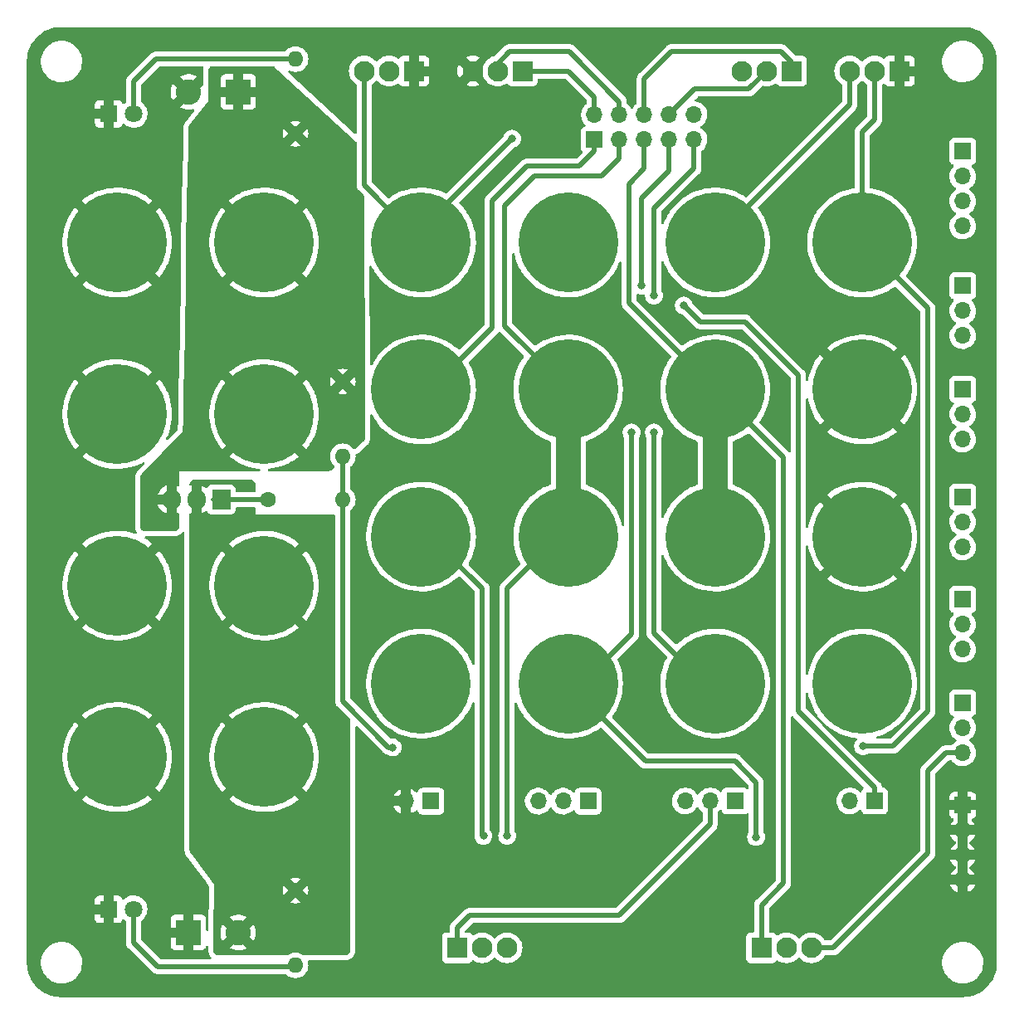
<source format=gbl>
G04 #@! TF.GenerationSoftware,KiCad,Pcbnew,(6.0.1)*
G04 #@! TF.CreationDate,2022-04-02T15:14:41+02:00*
G04 #@! TF.ProjectId,Breadboard,42726561-6462-46f6-9172-642e6b696361,v1.0*
G04 #@! TF.SameCoordinates,Original*
G04 #@! TF.FileFunction,Copper,L2,Bot*
G04 #@! TF.FilePolarity,Positive*
%FSLAX46Y46*%
G04 Gerber Fmt 4.6, Leading zero omitted, Abs format (unit mm)*
G04 Created by KiCad (PCBNEW (6.0.1)) date 2022-04-02 15:14:41*
%MOMM*%
%LPD*%
G01*
G04 APERTURE LIST*
G04 #@! TA.AperFunction,ComponentPad*
%ADD10R,1.700000X1.700000*%
G04 #@! TD*
G04 #@! TA.AperFunction,ComponentPad*
%ADD11O,1.700000X1.700000*%
G04 #@! TD*
G04 #@! TA.AperFunction,ComponentPad*
%ADD12C,10.160000*%
G04 #@! TD*
G04 #@! TA.AperFunction,ComponentPad*
%ADD13R,1.800000X1.800000*%
G04 #@! TD*
G04 #@! TA.AperFunction,ComponentPad*
%ADD14C,1.800000*%
G04 #@! TD*
G04 #@! TA.AperFunction,ComponentPad*
%ADD15C,1.600000*%
G04 #@! TD*
G04 #@! TA.AperFunction,ComponentPad*
%ADD16O,1.600000X1.600000*%
G04 #@! TD*
G04 #@! TA.AperFunction,ComponentPad*
%ADD17R,2.100000X2.100000*%
G04 #@! TD*
G04 #@! TA.AperFunction,ComponentPad*
%ADD18C,2.100000*%
G04 #@! TD*
G04 #@! TA.AperFunction,ComponentPad*
%ADD19R,1.905000X2.000000*%
G04 #@! TD*
G04 #@! TA.AperFunction,ComponentPad*
%ADD20O,1.905000X2.000000*%
G04 #@! TD*
G04 #@! TA.AperFunction,ComponentPad*
%ADD21R,2.600000X2.600000*%
G04 #@! TD*
G04 #@! TA.AperFunction,ComponentPad*
%ADD22C,2.600000*%
G04 #@! TD*
G04 #@! TA.AperFunction,ViaPad*
%ADD23C,0.800000*%
G04 #@! TD*
G04 #@! TA.AperFunction,Conductor*
%ADD24C,0.508000*%
G04 #@! TD*
G04 #@! TA.AperFunction,Conductor*
%ADD25C,2.540000*%
G04 #@! TD*
G04 APERTURE END LIST*
D10*
X192500000Y-114475000D03*
D11*
X192500000Y-117015000D03*
X192500000Y-119555000D03*
D12*
X182230000Y-67500000D03*
D10*
X192500000Y-103920000D03*
D11*
X192500000Y-106460000D03*
X192500000Y-109000000D03*
D13*
X105362000Y-54370000D03*
D14*
X107902000Y-54370000D03*
D12*
X106216000Y-67500000D03*
X106216000Y-120000000D03*
X121216000Y-85000000D03*
X152230000Y-112500000D03*
X137230000Y-82500000D03*
X167230000Y-67500000D03*
X167230000Y-97500000D03*
D10*
X154920000Y-57000000D03*
D11*
X154920000Y-54460000D03*
X157460000Y-57000000D03*
X157460000Y-54460000D03*
X160000000Y-57000000D03*
X160000000Y-54460000D03*
X162540000Y-57000000D03*
X162540000Y-54460000D03*
X165080000Y-57000000D03*
X165080000Y-54460000D03*
D12*
X152230000Y-67500000D03*
X182230000Y-97500000D03*
X137230000Y-112500000D03*
D13*
X105357000Y-135523000D03*
D14*
X107897000Y-135523000D03*
D12*
X121216000Y-67500000D03*
X182230000Y-112500000D03*
X121216000Y-102500000D03*
X152230000Y-82500000D03*
X152230000Y-97500000D03*
X167230000Y-112500000D03*
X137230000Y-67500000D03*
X106216000Y-85000000D03*
D10*
X192500000Y-93475000D03*
D11*
X192500000Y-96015000D03*
X192500000Y-98555000D03*
D10*
X192500000Y-124920000D03*
D11*
X192500000Y-127460000D03*
X192500000Y-130000000D03*
X192500000Y-132540000D03*
D12*
X167230000Y-82500000D03*
X106216000Y-102500000D03*
D10*
X192500000Y-82475000D03*
D11*
X192500000Y-85015000D03*
X192500000Y-87555000D03*
D10*
X192500000Y-58200000D03*
D11*
X192500000Y-60740000D03*
X192500000Y-63280000D03*
X192500000Y-65820000D03*
D12*
X182230000Y-82500000D03*
D10*
X192500000Y-71920000D03*
D11*
X192500000Y-74460000D03*
X192500000Y-77000000D03*
D12*
X137230000Y-97500000D03*
X121216000Y-120000000D03*
D15*
X124412000Y-56402000D03*
D16*
X124412000Y-48782000D03*
D17*
X140922000Y-139460000D03*
D18*
X143462000Y-139460000D03*
X146002000Y-139460000D03*
D19*
X116842800Y-93719800D03*
D20*
X114302800Y-93719800D03*
X111762800Y-93719800D03*
D17*
X175040000Y-50000000D03*
D18*
X172500000Y-50000000D03*
X169960000Y-50000000D03*
D10*
X183500000Y-124474000D03*
D11*
X180960000Y-124474000D03*
D15*
X129238000Y-81690000D03*
D16*
X129238000Y-89310000D03*
D10*
X138230000Y-124500000D03*
D11*
X135690000Y-124500000D03*
D17*
X186040000Y-50000000D03*
D18*
X183500000Y-50000000D03*
X180960000Y-50000000D03*
D15*
X124412000Y-133618000D03*
D16*
X124412000Y-141238000D03*
D21*
X113485000Y-137885000D03*
D22*
X118565000Y-137885000D03*
D10*
X169253400Y-124474000D03*
D11*
X166713400Y-124474000D03*
X164173400Y-124474000D03*
D17*
X136500000Y-50000000D03*
D18*
X133960000Y-50000000D03*
X131420000Y-50000000D03*
D17*
X147580000Y-50000000D03*
D18*
X145040000Y-50000000D03*
X142500000Y-50000000D03*
D17*
X171960000Y-139460000D03*
D18*
X174500000Y-139460000D03*
X177040000Y-139460000D03*
D10*
X154257000Y-124500000D03*
D11*
X151717000Y-124500000D03*
X149177000Y-124500000D03*
D21*
X118575000Y-52135000D03*
D22*
X113495000Y-52135000D03*
D15*
X121618000Y-93740000D03*
D16*
X129238000Y-93740000D03*
D23*
X143589000Y-128030000D03*
X146002000Y-128030000D03*
X158702000Y-86882000D03*
X159718000Y-71896000D03*
X171402000Y-128157000D03*
X160988000Y-72912000D03*
X160988000Y-86882000D03*
X164036000Y-73928000D03*
X146510000Y-56910000D03*
X182324000Y-118886000D03*
X134318000Y-119000000D03*
D24*
X107897000Y-51073000D02*
X110188000Y-48782000D01*
X110188000Y-48782000D02*
X124412000Y-48782000D01*
X107897000Y-53989000D02*
X107897000Y-51073000D01*
X124285000Y-141365000D02*
X110315000Y-141365000D01*
X110315000Y-141365000D02*
X107897000Y-138947000D01*
X107897000Y-138947000D02*
X107897000Y-135904000D01*
X124412000Y-141238000D02*
X124285000Y-141365000D01*
X140922000Y-137428000D02*
X140922000Y-139460000D01*
X166728400Y-126834000D02*
X166728400Y-124474000D01*
X141430000Y-139460000D02*
X141430000Y-138698000D01*
X166730000Y-126860000D02*
X157432000Y-136158000D01*
X142192000Y-136158000D02*
X140922000Y-137428000D01*
X157432000Y-136158000D02*
X142192000Y-136158000D01*
X148034000Y-59704000D02*
X153368000Y-59704000D01*
X143589000Y-128030000D02*
X143462000Y-127903000D01*
X138162000Y-97500000D02*
X137230000Y-97500000D01*
X154920000Y-58152000D02*
X154920000Y-57000000D01*
X153368000Y-59704000D02*
X154920000Y-58152000D01*
X137230000Y-82500000D02*
X138192000Y-82500000D01*
X144478000Y-63260000D02*
X148034000Y-59704000D01*
X144478000Y-76214000D02*
X144478000Y-63260000D01*
X138192000Y-82500000D02*
X144478000Y-76214000D01*
X143462000Y-102800000D02*
X138162000Y-97500000D01*
X143462000Y-127903000D02*
X143462000Y-102800000D01*
X152230000Y-82500000D02*
X145748000Y-76018000D01*
X145748000Y-76018000D02*
X145748000Y-63768000D01*
X146002000Y-102757000D02*
X151259000Y-97500000D01*
X145748000Y-63768000D02*
X148796000Y-60720000D01*
X146002000Y-128030000D02*
X146002000Y-102757000D01*
X157460000Y-58914000D02*
X157460000Y-57000000D01*
X151259000Y-97500000D02*
X152230000Y-97500000D01*
D25*
X152230000Y-97500000D02*
X152230000Y-82500000D01*
D24*
X155654000Y-60720000D02*
X157460000Y-58914000D01*
X148796000Y-60720000D02*
X155654000Y-60720000D01*
X174196000Y-89422000D02*
X167274000Y-82500000D01*
X158448000Y-73674000D02*
X158448000Y-61510000D01*
X171960000Y-139460000D02*
X171960000Y-135092000D01*
X167230000Y-82500000D02*
X167230000Y-82456000D01*
X160000000Y-59958000D02*
X160000000Y-57000000D01*
X174196000Y-132856000D02*
X174196000Y-89422000D01*
X167230000Y-82456000D02*
X158448000Y-73674000D01*
D25*
X167230000Y-82500000D02*
X167230000Y-97500000D01*
D24*
X167274000Y-82500000D02*
X167230000Y-82500000D01*
X171960000Y-135092000D02*
X174196000Y-132856000D01*
X158448000Y-61510000D02*
X160000000Y-59958000D01*
X158702000Y-86882000D02*
X158702000Y-107456000D01*
X171402000Y-128157000D02*
X171402000Y-122569000D01*
X171402000Y-122569000D02*
X169243000Y-120410000D01*
X169243000Y-120410000D02*
X160140000Y-120410000D01*
X162540000Y-57000000D02*
X162540000Y-60184000D01*
X158702000Y-107456000D02*
X153658000Y-112500000D01*
X160140000Y-120410000D02*
X152230000Y-112500000D01*
X159718000Y-63006000D02*
X159718000Y-71896000D01*
X162540000Y-60184000D02*
X159718000Y-63006000D01*
X153658000Y-112500000D02*
X152230000Y-112500000D01*
X179276000Y-139460000D02*
X188928000Y-129808000D01*
X160988000Y-86882000D02*
X160988000Y-107329000D01*
X160988000Y-107329000D02*
X166159000Y-112500000D01*
X160988000Y-72912000D02*
X160988000Y-64022000D01*
X166159000Y-112500000D02*
X167230000Y-112500000D01*
X190799000Y-119555000D02*
X192500000Y-119555000D01*
X165080000Y-59930000D02*
X165080000Y-57000000D01*
X177040000Y-139460000D02*
X179276000Y-139460000D01*
X188928000Y-121426000D02*
X190799000Y-119555000D01*
X160988000Y-64022000D02*
X165080000Y-59930000D01*
X188928000Y-129808000D02*
X188928000Y-121426000D01*
X175720000Y-81040000D02*
X170259000Y-75579000D01*
X183500000Y-124500000D02*
X183500000Y-123110000D01*
X170259000Y-75579000D02*
X165687000Y-75579000D01*
X175720000Y-115330000D02*
X175720000Y-81040000D01*
X183500000Y-123110000D02*
X175720000Y-115330000D01*
X165687000Y-75579000D02*
X164036000Y-73928000D01*
X137230000Y-67442000D02*
X137230000Y-67500000D01*
X146510000Y-56910000D02*
X137230000Y-66190000D01*
X131420000Y-61632000D02*
X137230000Y-67442000D01*
X131420000Y-50000000D02*
X131420000Y-61632000D01*
X137230000Y-66190000D02*
X137230000Y-67500000D01*
X183500000Y-54972000D02*
X183500000Y-50000000D01*
X188928000Y-74198000D02*
X182230000Y-67500000D01*
X182230000Y-67500000D02*
X182230000Y-56242000D01*
X188928000Y-115330000D02*
X188928000Y-74198000D01*
X185372000Y-118886000D02*
X188928000Y-115330000D01*
X182230000Y-56242000D02*
X183500000Y-54972000D01*
X182324000Y-118886000D02*
X185372000Y-118886000D01*
X167230000Y-67500000D02*
X167230000Y-67178000D01*
X167230000Y-67178000D02*
X180960000Y-53448000D01*
X180960000Y-53448000D02*
X180960000Y-50000000D01*
X116030000Y-93740000D02*
X121618000Y-93740000D01*
X129238000Y-114314000D02*
X129238000Y-93740000D01*
X133924000Y-119000000D02*
X129238000Y-114314000D01*
X134318000Y-119000000D02*
X133924000Y-119000000D01*
X129238000Y-89310000D02*
X129238000Y-93740000D01*
X152300000Y-50000000D02*
X147580000Y-50000000D01*
X154920000Y-52620000D02*
X152300000Y-50000000D01*
X154920000Y-54460000D02*
X154920000Y-52620000D01*
X157460000Y-53128000D02*
X152352000Y-48020000D01*
X146256000Y-48020000D02*
X145040000Y-49236000D01*
X145040000Y-49236000D02*
X145040000Y-50000000D01*
X152352000Y-48020000D02*
X146256000Y-48020000D01*
X157460000Y-54460000D02*
X157460000Y-53128000D01*
X175040000Y-49118000D02*
X175040000Y-50000000D01*
X160000000Y-54460000D02*
X160000000Y-50786000D01*
X173942000Y-48020000D02*
X175040000Y-49118000D01*
X162766000Y-48020000D02*
X173942000Y-48020000D01*
X160000000Y-50786000D02*
X162766000Y-48020000D01*
X162540000Y-54460000D02*
X165170000Y-51830000D01*
X165170000Y-51830000D02*
X170670000Y-51830000D01*
X170670000Y-51830000D02*
X172500000Y-50000000D01*
G04 #@! TA.AperFunction,Conductor*
G36*
X122283981Y-49564502D02*
G01*
X122301058Y-49577670D01*
X122670571Y-49916812D01*
X130616699Y-57209834D01*
X130653361Y-57270633D01*
X130657500Y-57302663D01*
X130657500Y-61564624D01*
X130656067Y-61583574D01*
X130653876Y-61597973D01*
X130653876Y-61597979D01*
X130652776Y-61605208D01*
X130653369Y-61612500D01*
X130653369Y-61612503D01*
X130657085Y-61658183D01*
X130657500Y-61668398D01*
X130657500Y-61676525D01*
X130660811Y-61704924D01*
X130661238Y-61709244D01*
X130667191Y-61782426D01*
X130669447Y-61789388D01*
X130670643Y-61795376D01*
X130672051Y-61801333D01*
X130672899Y-61808607D01*
X130675397Y-61815489D01*
X130675398Y-61815493D01*
X130697945Y-61877607D01*
X130699355Y-61881711D01*
X130721987Y-61951575D01*
X130725787Y-61957838D01*
X130728325Y-61963380D01*
X130731067Y-61968856D01*
X130733566Y-61975741D01*
X130737581Y-61981865D01*
X130773815Y-62037132D01*
X130776130Y-62040800D01*
X130814227Y-62103581D01*
X130817941Y-62107786D01*
X130817943Y-62107789D01*
X130821667Y-62112005D01*
X130821638Y-62112031D01*
X130824238Y-62114962D01*
X130827042Y-62118316D01*
X130831054Y-62124435D01*
X130836366Y-62129467D01*
X130887586Y-62177988D01*
X130890028Y-62180366D01*
X131380753Y-62671091D01*
X131414779Y-62733403D01*
X131417657Y-62759646D01*
X131505803Y-83385995D01*
X131522984Y-87406345D01*
X131521809Y-87424061D01*
X131505990Y-87539011D01*
X131496275Y-87573076D01*
X131452744Y-87670861D01*
X131433931Y-87700877D01*
X131359103Y-87789552D01*
X131346725Y-87802281D01*
X130488279Y-88568750D01*
X130424143Y-88599199D01*
X130353727Y-88590141D01*
X130301148Y-88547033D01*
X130247357Y-88470211D01*
X130247355Y-88470208D01*
X130244198Y-88465700D01*
X130082300Y-88303802D01*
X130077792Y-88300645D01*
X130077789Y-88300643D01*
X129999611Y-88245902D01*
X129894749Y-88172477D01*
X129889767Y-88170154D01*
X129889762Y-88170151D01*
X129692225Y-88078039D01*
X129692224Y-88078039D01*
X129687243Y-88075716D01*
X129681935Y-88074294D01*
X129681933Y-88074293D01*
X129471402Y-88017881D01*
X129471400Y-88017881D01*
X129466087Y-88016457D01*
X129238000Y-87996502D01*
X129009913Y-88016457D01*
X129004600Y-88017881D01*
X129004598Y-88017881D01*
X128794067Y-88074293D01*
X128794065Y-88074294D01*
X128788757Y-88075716D01*
X128783776Y-88078039D01*
X128783775Y-88078039D01*
X128586238Y-88170151D01*
X128586233Y-88170154D01*
X128581251Y-88172477D01*
X128476389Y-88245902D01*
X128398211Y-88300643D01*
X128398208Y-88300645D01*
X128393700Y-88303802D01*
X128231802Y-88465700D01*
X128228645Y-88470208D01*
X128228643Y-88470211D01*
X128224521Y-88476098D01*
X128100477Y-88653251D01*
X128098154Y-88658233D01*
X128098151Y-88658238D01*
X128018505Y-88829042D01*
X128003716Y-88860757D01*
X127944457Y-89081913D01*
X127924502Y-89310000D01*
X127944457Y-89538087D01*
X128003716Y-89759243D01*
X128006039Y-89764224D01*
X128006039Y-89764225D01*
X128098151Y-89961762D01*
X128098154Y-89961767D01*
X128100477Y-89966749D01*
X128231802Y-90154300D01*
X128364249Y-90286747D01*
X128398275Y-90349059D01*
X128393210Y-90419874D01*
X128359073Y-90469829D01*
X128118265Y-90684835D01*
X128106263Y-90694307D01*
X128024089Y-90751420D01*
X127997087Y-90765681D01*
X127910798Y-90798597D01*
X127881159Y-90805943D01*
X127781817Y-90818070D01*
X127766551Y-90818998D01*
X127234822Y-90818993D01*
X121717088Y-90818942D01*
X121648967Y-90798939D01*
X121602475Y-90745283D01*
X121592372Y-90675009D01*
X121621865Y-90610429D01*
X121681592Y-90572046D01*
X121703919Y-90567632D01*
X122030416Y-90533317D01*
X122035651Y-90532543D01*
X122490584Y-90445760D01*
X122495720Y-90444556D01*
X122941806Y-90320006D01*
X122946804Y-90318382D01*
X123380917Y-90156937D01*
X123385784Y-90154890D01*
X123804846Y-89957695D01*
X123809517Y-89955253D01*
X124210613Y-89723681D01*
X124215066Y-89720855D01*
X124595393Y-89456521D01*
X124599570Y-89453350D01*
X124777900Y-89305823D01*
X124786355Y-89293306D01*
X124780148Y-89282568D01*
X121228812Y-85731232D01*
X121214868Y-85723618D01*
X121213035Y-85723749D01*
X121206420Y-85728000D01*
X117650017Y-89284403D01*
X117642403Y-89298347D01*
X117642408Y-89298421D01*
X117648515Y-89307398D01*
X117648898Y-89307742D01*
X117652966Y-89311108D01*
X118021868Y-89591120D01*
X118026213Y-89594140D01*
X118417252Y-89842301D01*
X118421813Y-89844935D01*
X118832261Y-90059512D01*
X118837031Y-90061756D01*
X119263994Y-90241235D01*
X119268934Y-90243072D01*
X119709406Y-90386190D01*
X119714494Y-90387610D01*
X120165393Y-90493368D01*
X120170589Y-90494359D01*
X120628748Y-90562014D01*
X120634013Y-90562567D01*
X120707363Y-90567182D01*
X120774094Y-90591421D01*
X120817126Y-90647890D01*
X120822798Y-90718660D01*
X120789308Y-90781262D01*
X120727289Y-90815819D01*
X120699451Y-90818933D01*
X116608355Y-90818896D01*
X112548474Y-90818858D01*
X112548627Y-91327015D01*
X112548627Y-91327016D01*
X112548628Y-91331139D01*
X112548628Y-91331143D01*
X112548898Y-92224545D01*
X112528917Y-92292672D01*
X112475275Y-92339181D01*
X112405004Y-92349306D01*
X112371246Y-92339509D01*
X112358672Y-92333858D01*
X112287876Y-92308788D01*
X112273796Y-92308016D01*
X112270800Y-92313728D01*
X112270800Y-95119760D01*
X112274773Y-95133291D01*
X112281755Y-95134295D01*
X112325788Y-95119902D01*
X112335298Y-95115905D01*
X112365618Y-95100121D01*
X112435278Y-95086408D01*
X112501293Y-95112533D01*
X112542704Y-95170202D01*
X112549798Y-95211846D01*
X112550168Y-96437874D01*
X112549098Y-96454297D01*
X112548336Y-96460102D01*
X112535089Y-96561055D01*
X112526602Y-96592800D01*
X112488646Y-96684611D01*
X112472237Y-96713083D01*
X112411833Y-96791954D01*
X112388621Y-96815215D01*
X112309880Y-96875782D01*
X112281446Y-96892249D01*
X112189710Y-96930401D01*
X112157985Y-96938954D01*
X112130825Y-96942576D01*
X112051268Y-96953186D01*
X112034841Y-96954292D01*
X110291072Y-96957437D01*
X109056506Y-96959663D01*
X109040044Y-96958613D01*
X108955383Y-96947613D01*
X108933079Y-96944715D01*
X108901271Y-96936245D01*
X108809268Y-96898294D01*
X108780739Y-96881875D01*
X108701702Y-96821383D01*
X108678401Y-96798134D01*
X108617735Y-96719239D01*
X108601248Y-96690743D01*
X108563089Y-96598825D01*
X108554547Y-96567033D01*
X108540407Y-96460102D01*
X108539321Y-96443654D01*
X108538322Y-94239695D01*
X110375967Y-94239695D01*
X110377542Y-94244323D01*
X110469185Y-94455089D01*
X110474051Y-94464164D01*
X110598885Y-94657127D01*
X110605178Y-94665298D01*
X110759850Y-94835280D01*
X110767383Y-94842306D01*
X110947744Y-94984745D01*
X110956331Y-94990450D01*
X111157525Y-95101516D01*
X111166934Y-95105744D01*
X111237724Y-95130812D01*
X111251804Y-95131584D01*
X111254800Y-95125872D01*
X111254800Y-94245915D01*
X111250325Y-94230676D01*
X111248935Y-94229471D01*
X111241252Y-94227800D01*
X110390637Y-94227800D01*
X110377106Y-94231773D01*
X110375967Y-94239695D01*
X108538322Y-94239695D01*
X108537848Y-93194343D01*
X110379647Y-93194343D01*
X110379860Y-93208444D01*
X110387513Y-93211800D01*
X111236685Y-93211800D01*
X111251924Y-93207325D01*
X111253129Y-93205935D01*
X111254800Y-93198252D01*
X111254800Y-92319840D01*
X111250827Y-92306309D01*
X111243845Y-92305305D01*
X111199812Y-92319698D01*
X111190303Y-92323695D01*
X110986456Y-92429811D01*
X110977731Y-92435305D01*
X110793948Y-92573293D01*
X110786241Y-92580136D01*
X110627461Y-92746291D01*
X110620974Y-92754301D01*
X110491470Y-92944147D01*
X110486371Y-92953121D01*
X110389608Y-93161580D01*
X110386054Y-93171241D01*
X110379647Y-93194343D01*
X108537848Y-93194343D01*
X108537460Y-92339509D01*
X108537098Y-91541428D01*
X108538131Y-91525270D01*
X108551662Y-91420252D01*
X108559868Y-91388995D01*
X108596592Y-91298452D01*
X108612477Y-91270313D01*
X108675928Y-91185538D01*
X108686441Y-91173227D01*
X108783894Y-91072950D01*
X112918500Y-86818500D01*
X112938937Y-85703578D01*
X112947589Y-85231582D01*
X115627866Y-85231582D01*
X115628086Y-85236834D01*
X115666843Y-85698375D01*
X115667500Y-85703578D01*
X115744743Y-86160267D01*
X115745837Y-86165414D01*
X115861016Y-86614005D01*
X115862544Y-86619063D01*
X116014855Y-87056442D01*
X116016793Y-87061338D01*
X116205175Y-87484452D01*
X116207519Y-87489174D01*
X116430641Y-87895031D01*
X116433375Y-87899546D01*
X116689675Y-88285306D01*
X116692784Y-88289585D01*
X116909330Y-88562799D01*
X116921322Y-88571270D01*
X116932766Y-88564814D01*
X120484768Y-85012812D01*
X120491146Y-85001132D01*
X121939618Y-85001132D01*
X121939749Y-85002965D01*
X121944000Y-85009580D01*
X125498067Y-88563647D01*
X125511694Y-88571088D01*
X125521260Y-88564433D01*
X125597508Y-88476098D01*
X125600781Y-88471967D01*
X125873013Y-88097273D01*
X125875928Y-88092886D01*
X126115844Y-87696736D01*
X126118395Y-87692097D01*
X126324322Y-87277259D01*
X126326468Y-87272439D01*
X126496966Y-86841810D01*
X126498697Y-86836840D01*
X126632563Y-86393452D01*
X126633870Y-86388365D01*
X126730168Y-85935317D01*
X126731046Y-85930124D01*
X126789092Y-85470640D01*
X126789535Y-85465368D01*
X126808929Y-85002648D01*
X126808929Y-84997352D01*
X126789535Y-84534632D01*
X126789092Y-84529360D01*
X126731046Y-84069876D01*
X126730168Y-84064683D01*
X126633870Y-83611635D01*
X126632563Y-83606548D01*
X126498697Y-83163160D01*
X126496966Y-83158190D01*
X126395648Y-82902290D01*
X128749750Y-82902290D01*
X128753492Y-82907289D01*
X128783940Y-82921487D01*
X128794244Y-82925237D01*
X129004688Y-82981625D01*
X129015481Y-82983528D01*
X129232525Y-83002517D01*
X129243475Y-83002517D01*
X129460519Y-82983528D01*
X129471312Y-82981625D01*
X129681756Y-82925237D01*
X129692060Y-82921487D01*
X129715883Y-82910378D01*
X129726467Y-82901059D01*
X129724660Y-82895080D01*
X129250812Y-82421232D01*
X129236868Y-82413618D01*
X129235035Y-82413749D01*
X129228420Y-82418000D01*
X128756510Y-82889910D01*
X128749750Y-82902290D01*
X126395648Y-82902290D01*
X126326468Y-82727561D01*
X126324322Y-82722741D01*
X126118395Y-82307903D01*
X126115844Y-82303264D01*
X125875928Y-81907114D01*
X125873013Y-81902727D01*
X125722435Y-81695475D01*
X127925483Y-81695475D01*
X127944472Y-81912519D01*
X127946375Y-81923312D01*
X128002763Y-82133756D01*
X128006513Y-82144060D01*
X128017622Y-82167883D01*
X128026941Y-82178467D01*
X128032920Y-82176660D01*
X128506768Y-81702812D01*
X128513146Y-81691132D01*
X129961618Y-81691132D01*
X129961749Y-81692965D01*
X129966000Y-81699580D01*
X130437910Y-82171490D01*
X130450290Y-82178250D01*
X130455289Y-82174508D01*
X130469487Y-82144060D01*
X130473237Y-82133756D01*
X130529625Y-81923312D01*
X130531528Y-81912519D01*
X130550517Y-81695475D01*
X130550517Y-81684525D01*
X130531528Y-81467481D01*
X130529625Y-81456688D01*
X130473237Y-81246244D01*
X130469487Y-81235940D01*
X130458378Y-81212117D01*
X130449059Y-81201533D01*
X130443080Y-81203340D01*
X129969232Y-81677188D01*
X129961618Y-81691132D01*
X128513146Y-81691132D01*
X128514382Y-81688868D01*
X128514251Y-81687035D01*
X128510000Y-81680420D01*
X128038090Y-81208510D01*
X128025710Y-81201750D01*
X128020711Y-81205492D01*
X128006513Y-81235940D01*
X128002763Y-81246244D01*
X127946375Y-81456688D01*
X127944472Y-81467481D01*
X127925483Y-81684525D01*
X127925483Y-81695475D01*
X125722435Y-81695475D01*
X125600781Y-81528033D01*
X125597508Y-81523902D01*
X125522715Y-81437253D01*
X125509675Y-81428838D01*
X125499643Y-81434777D01*
X121947232Y-84987188D01*
X121939618Y-85001132D01*
X120491146Y-85001132D01*
X120492382Y-84998868D01*
X120492251Y-84997035D01*
X120488000Y-84990420D01*
X116933395Y-81435815D01*
X116920508Y-81428778D01*
X116909879Y-81436508D01*
X116692784Y-81710415D01*
X116689675Y-81714694D01*
X116433375Y-82100454D01*
X116430641Y-82104969D01*
X116207519Y-82510826D01*
X116205175Y-82515548D01*
X116016793Y-82938662D01*
X116014855Y-82943558D01*
X115862544Y-83380937D01*
X115861016Y-83385995D01*
X115745837Y-83834586D01*
X115744743Y-83839733D01*
X115667500Y-84296422D01*
X115666843Y-84301625D01*
X115628086Y-84763166D01*
X115627866Y-84768418D01*
X115627866Y-85231582D01*
X112947589Y-85231582D01*
X113003624Y-82174508D01*
X113030575Y-80704187D01*
X117642336Y-80704187D01*
X117642337Y-80704261D01*
X117647968Y-80713548D01*
X121203188Y-84268768D01*
X121217132Y-84276382D01*
X121218965Y-84276251D01*
X121225580Y-84272000D01*
X124779045Y-80718535D01*
X124786287Y-80705273D01*
X124779098Y-80695168D01*
X124599570Y-80546650D01*
X124595393Y-80543479D01*
X124502535Y-80478941D01*
X128749533Y-80478941D01*
X128751340Y-80484920D01*
X129225188Y-80958768D01*
X129239132Y-80966382D01*
X129240965Y-80966251D01*
X129247580Y-80962000D01*
X129719490Y-80490090D01*
X129726250Y-80477710D01*
X129722508Y-80472711D01*
X129692060Y-80458513D01*
X129681756Y-80454763D01*
X129471312Y-80398375D01*
X129460519Y-80396472D01*
X129243475Y-80377483D01*
X129232525Y-80377483D01*
X129015481Y-80396472D01*
X129004688Y-80398375D01*
X128794244Y-80454763D01*
X128783940Y-80458513D01*
X128760117Y-80469622D01*
X128749533Y-80478941D01*
X124502535Y-80478941D01*
X124215066Y-80279145D01*
X124210613Y-80276319D01*
X123809517Y-80044747D01*
X123804846Y-80042305D01*
X123385784Y-79845110D01*
X123380917Y-79843063D01*
X122946804Y-79681618D01*
X122941806Y-79679994D01*
X122495720Y-79555444D01*
X122490584Y-79554240D01*
X122035651Y-79467457D01*
X122030416Y-79466683D01*
X121569819Y-79418273D01*
X121564541Y-79417942D01*
X121101507Y-79408242D01*
X121096233Y-79408353D01*
X120634013Y-79437433D01*
X120628748Y-79437986D01*
X120170589Y-79505641D01*
X120165393Y-79506632D01*
X119714494Y-79612390D01*
X119709406Y-79613810D01*
X119268934Y-79756928D01*
X119263994Y-79758765D01*
X118837031Y-79938244D01*
X118832261Y-79940488D01*
X118421813Y-80155065D01*
X118417252Y-80157699D01*
X118026213Y-80405860D01*
X118021868Y-80408880D01*
X117652966Y-80688892D01*
X117650505Y-80690928D01*
X117642336Y-80704187D01*
X113030575Y-80704187D01*
X113193818Y-71798347D01*
X117642403Y-71798347D01*
X117642408Y-71798421D01*
X117648515Y-71807398D01*
X117648898Y-71807742D01*
X117652966Y-71811108D01*
X118021868Y-72091120D01*
X118026213Y-72094140D01*
X118417252Y-72342301D01*
X118421813Y-72344935D01*
X118832261Y-72559512D01*
X118837031Y-72561756D01*
X119263994Y-72741235D01*
X119268934Y-72743072D01*
X119709406Y-72886190D01*
X119714494Y-72887610D01*
X120165393Y-72993368D01*
X120170589Y-72994359D01*
X120628748Y-73062014D01*
X120634013Y-73062567D01*
X121096233Y-73091647D01*
X121101507Y-73091758D01*
X121564541Y-73082058D01*
X121569819Y-73081727D01*
X122030416Y-73033317D01*
X122035651Y-73032543D01*
X122490584Y-72945760D01*
X122495720Y-72944556D01*
X122941806Y-72820006D01*
X122946804Y-72818382D01*
X123380917Y-72656937D01*
X123385784Y-72654890D01*
X123804846Y-72457695D01*
X123809517Y-72455253D01*
X124210613Y-72223681D01*
X124215066Y-72220855D01*
X124595393Y-71956521D01*
X124599570Y-71953350D01*
X124777900Y-71805823D01*
X124786355Y-71793306D01*
X124780148Y-71782568D01*
X121228812Y-68231232D01*
X121214868Y-68223618D01*
X121213035Y-68223749D01*
X121206420Y-68228000D01*
X117650017Y-71784403D01*
X117642403Y-71798347D01*
X113193818Y-71798347D01*
X113268362Y-67731582D01*
X115627866Y-67731582D01*
X115628086Y-67736834D01*
X115666843Y-68198375D01*
X115667500Y-68203578D01*
X115744743Y-68660267D01*
X115745837Y-68665414D01*
X115861016Y-69114005D01*
X115862544Y-69119063D01*
X116014855Y-69556442D01*
X116016793Y-69561338D01*
X116205175Y-69984452D01*
X116207519Y-69989174D01*
X116430641Y-70395031D01*
X116433375Y-70399546D01*
X116689675Y-70785306D01*
X116692784Y-70789585D01*
X116909330Y-71062799D01*
X116921322Y-71071270D01*
X116932766Y-71064814D01*
X120484768Y-67512812D01*
X120491146Y-67501132D01*
X121939618Y-67501132D01*
X121939749Y-67502965D01*
X121944000Y-67509580D01*
X125498067Y-71063647D01*
X125511694Y-71071088D01*
X125521260Y-71064433D01*
X125597508Y-70976098D01*
X125600781Y-70971967D01*
X125873013Y-70597273D01*
X125875928Y-70592886D01*
X126115844Y-70196736D01*
X126118395Y-70192097D01*
X126324322Y-69777259D01*
X126326468Y-69772439D01*
X126496966Y-69341810D01*
X126498697Y-69336840D01*
X126632563Y-68893452D01*
X126633870Y-68888365D01*
X126730168Y-68435317D01*
X126731046Y-68430124D01*
X126789092Y-67970640D01*
X126789535Y-67965368D01*
X126808929Y-67502648D01*
X126808929Y-67497352D01*
X126789535Y-67034632D01*
X126789092Y-67029360D01*
X126731046Y-66569876D01*
X126730168Y-66564683D01*
X126633870Y-66111635D01*
X126632563Y-66106548D01*
X126498697Y-65663160D01*
X126496966Y-65658190D01*
X126326468Y-65227561D01*
X126324322Y-65222741D01*
X126118395Y-64807903D01*
X126115844Y-64803264D01*
X125875928Y-64407114D01*
X125873013Y-64402727D01*
X125600781Y-64028033D01*
X125597508Y-64023902D01*
X125522715Y-63937253D01*
X125509675Y-63928838D01*
X125499643Y-63934777D01*
X121947232Y-67487188D01*
X121939618Y-67501132D01*
X120491146Y-67501132D01*
X120492382Y-67498868D01*
X120492251Y-67497035D01*
X120488000Y-67490420D01*
X116933395Y-63935815D01*
X116920508Y-63928778D01*
X116909879Y-63936508D01*
X116692784Y-64210415D01*
X116689675Y-64214694D01*
X116433375Y-64600454D01*
X116430641Y-64604969D01*
X116207519Y-65010826D01*
X116205175Y-65015548D01*
X116016793Y-65438662D01*
X116014855Y-65443558D01*
X115862544Y-65880937D01*
X115861016Y-65885995D01*
X115745837Y-66334586D01*
X115744743Y-66339733D01*
X115667500Y-66796422D01*
X115666843Y-66801625D01*
X115628086Y-67263166D01*
X115627866Y-67268418D01*
X115627866Y-67731582D01*
X113268362Y-67731582D01*
X113351349Y-63204187D01*
X117642336Y-63204187D01*
X117642337Y-63204261D01*
X117647968Y-63213548D01*
X121203188Y-66768768D01*
X121217132Y-66776382D01*
X121218965Y-66776251D01*
X121225580Y-66772000D01*
X124779045Y-63218535D01*
X124786287Y-63205273D01*
X124779098Y-63195168D01*
X124599570Y-63046650D01*
X124595393Y-63043479D01*
X124215066Y-62779145D01*
X124210613Y-62776319D01*
X123809517Y-62544747D01*
X123804846Y-62542305D01*
X123385784Y-62345110D01*
X123380917Y-62343063D01*
X122946804Y-62181618D01*
X122941806Y-62179994D01*
X122495720Y-62055444D01*
X122490584Y-62054240D01*
X122035651Y-61967457D01*
X122030416Y-61966683D01*
X121569819Y-61918273D01*
X121564541Y-61917942D01*
X121101507Y-61908242D01*
X121096233Y-61908353D01*
X120634013Y-61937433D01*
X120628748Y-61937986D01*
X120170589Y-62005641D01*
X120165393Y-62006632D01*
X119714494Y-62112390D01*
X119709406Y-62113810D01*
X119268934Y-62256928D01*
X119263994Y-62258765D01*
X118837031Y-62438244D01*
X118832261Y-62440488D01*
X118421813Y-62655065D01*
X118417252Y-62657699D01*
X118026213Y-62905860D01*
X118021868Y-62908880D01*
X117652966Y-63188892D01*
X117650505Y-63190928D01*
X117642336Y-63204187D01*
X113351349Y-63204187D01*
X113448885Y-57883084D01*
X113453812Y-57614290D01*
X123923750Y-57614290D01*
X123927492Y-57619289D01*
X123957940Y-57633487D01*
X123968244Y-57637237D01*
X124178688Y-57693625D01*
X124189481Y-57695528D01*
X124406525Y-57714517D01*
X124417475Y-57714517D01*
X124634519Y-57695528D01*
X124645312Y-57693625D01*
X124855756Y-57637237D01*
X124866060Y-57633487D01*
X124889883Y-57622378D01*
X124900467Y-57613059D01*
X124898660Y-57607080D01*
X124424812Y-57133232D01*
X124410868Y-57125618D01*
X124409035Y-57125749D01*
X124402420Y-57130000D01*
X123930510Y-57601910D01*
X123923750Y-57614290D01*
X113453812Y-57614290D01*
X113475932Y-56407475D01*
X123099483Y-56407475D01*
X123118472Y-56624519D01*
X123120375Y-56635312D01*
X123176763Y-56845756D01*
X123180513Y-56856060D01*
X123191622Y-56879883D01*
X123200941Y-56890467D01*
X123206920Y-56888660D01*
X123680768Y-56414812D01*
X123687146Y-56403132D01*
X125135618Y-56403132D01*
X125135749Y-56404965D01*
X125140000Y-56411580D01*
X125611910Y-56883490D01*
X125624290Y-56890250D01*
X125629289Y-56886508D01*
X125643487Y-56856060D01*
X125647237Y-56845756D01*
X125703625Y-56635312D01*
X125705528Y-56624519D01*
X125724517Y-56407475D01*
X125724517Y-56396525D01*
X125705528Y-56179481D01*
X125703625Y-56168688D01*
X125647237Y-55958244D01*
X125643487Y-55947940D01*
X125632378Y-55924117D01*
X125623059Y-55913533D01*
X125617080Y-55915340D01*
X125143232Y-56389188D01*
X125135618Y-56403132D01*
X123687146Y-56403132D01*
X123688382Y-56400868D01*
X123688251Y-56399035D01*
X123684000Y-56392420D01*
X123212090Y-55920510D01*
X123199710Y-55913750D01*
X123194711Y-55917492D01*
X123180513Y-55947940D01*
X123176763Y-55958244D01*
X123120375Y-56168688D01*
X123118472Y-56179481D01*
X123099483Y-56396525D01*
X123099483Y-56407475D01*
X113475932Y-56407475D01*
X113486640Y-55823312D01*
X113488710Y-55802764D01*
X113511680Y-55678251D01*
X113513157Y-55670248D01*
X113527139Y-55631528D01*
X113593002Y-55513957D01*
X113604539Y-55496826D01*
X113849247Y-55190941D01*
X123923533Y-55190941D01*
X123925340Y-55196920D01*
X124399188Y-55670768D01*
X124413132Y-55678382D01*
X124414965Y-55678251D01*
X124421580Y-55674000D01*
X124893490Y-55202090D01*
X124900250Y-55189710D01*
X124896508Y-55184711D01*
X124866060Y-55170513D01*
X124855756Y-55166763D01*
X124645312Y-55110375D01*
X124634519Y-55108472D01*
X124417475Y-55089483D01*
X124406525Y-55089483D01*
X124189481Y-55108472D01*
X124178688Y-55110375D01*
X123968244Y-55166763D01*
X123957940Y-55170513D01*
X123934117Y-55181622D01*
X123923533Y-55190941D01*
X113849247Y-55190941D01*
X114847600Y-53943000D01*
X115218265Y-53479669D01*
X116767001Y-53479669D01*
X116767371Y-53486490D01*
X116772895Y-53537352D01*
X116776521Y-53552604D01*
X116821676Y-53673054D01*
X116830214Y-53688649D01*
X116906715Y-53790724D01*
X116919276Y-53803285D01*
X117021351Y-53879786D01*
X117036946Y-53888324D01*
X117157394Y-53933478D01*
X117172649Y-53937105D01*
X117223514Y-53942631D01*
X117230328Y-53943000D01*
X118048885Y-53943000D01*
X118064124Y-53938525D01*
X118065329Y-53937135D01*
X118067000Y-53929452D01*
X118067000Y-53924884D01*
X119083000Y-53924884D01*
X119087475Y-53940123D01*
X119088865Y-53941328D01*
X119096548Y-53942999D01*
X119919669Y-53942999D01*
X119926490Y-53942629D01*
X119977352Y-53937105D01*
X119992604Y-53933479D01*
X120113054Y-53888324D01*
X120128649Y-53879786D01*
X120230724Y-53803285D01*
X120243285Y-53790724D01*
X120319786Y-53688649D01*
X120328324Y-53673054D01*
X120373478Y-53552606D01*
X120377105Y-53537351D01*
X120382631Y-53486486D01*
X120383000Y-53479672D01*
X120383000Y-52661115D01*
X120378525Y-52645876D01*
X120377135Y-52644671D01*
X120369452Y-52643000D01*
X119101115Y-52643000D01*
X119085876Y-52647475D01*
X119084671Y-52648865D01*
X119083000Y-52656548D01*
X119083000Y-53924884D01*
X118067000Y-53924884D01*
X118067000Y-52661115D01*
X118062525Y-52645876D01*
X118061135Y-52644671D01*
X118053452Y-52643000D01*
X116785116Y-52643000D01*
X116769877Y-52647475D01*
X116768672Y-52648865D01*
X116767001Y-52656548D01*
X116767001Y-53479669D01*
X115218265Y-53479669D01*
X115522000Y-53100000D01*
X115522000Y-51608885D01*
X116767000Y-51608885D01*
X116771475Y-51624124D01*
X116772865Y-51625329D01*
X116780548Y-51627000D01*
X118048885Y-51627000D01*
X118064124Y-51622525D01*
X118065329Y-51621135D01*
X118067000Y-51613452D01*
X118067000Y-51608885D01*
X119083000Y-51608885D01*
X119087475Y-51624124D01*
X119088865Y-51625329D01*
X119096548Y-51627000D01*
X120364884Y-51627000D01*
X120380123Y-51622525D01*
X120381328Y-51621135D01*
X120382999Y-51613452D01*
X120382999Y-50790331D01*
X120382629Y-50783510D01*
X120377105Y-50732648D01*
X120373479Y-50717396D01*
X120328324Y-50596946D01*
X120319786Y-50581351D01*
X120243285Y-50479276D01*
X120230724Y-50466715D01*
X120128649Y-50390214D01*
X120113054Y-50381676D01*
X119992606Y-50336522D01*
X119977351Y-50332895D01*
X119926486Y-50327369D01*
X119919672Y-50327000D01*
X119101115Y-50327000D01*
X119085876Y-50331475D01*
X119084671Y-50332865D01*
X119083000Y-50340548D01*
X119083000Y-51608885D01*
X118067000Y-51608885D01*
X118067000Y-50345116D01*
X118062525Y-50329877D01*
X118061135Y-50328672D01*
X118053452Y-50327001D01*
X117230331Y-50327001D01*
X117223510Y-50327371D01*
X117172648Y-50332895D01*
X117157396Y-50336521D01*
X117036946Y-50381676D01*
X117021351Y-50390214D01*
X116919276Y-50466715D01*
X116906715Y-50479276D01*
X116830214Y-50581351D01*
X116821676Y-50596946D01*
X116776522Y-50717394D01*
X116772895Y-50732649D01*
X116767369Y-50783514D01*
X116767000Y-50790328D01*
X116767000Y-51608885D01*
X115522000Y-51608885D01*
X115522000Y-49933259D01*
X115523078Y-49916812D01*
X115537145Y-49809966D01*
X115545658Y-49778195D01*
X115583712Y-49686324D01*
X115600156Y-49657841D01*
X115649302Y-49593794D01*
X115706637Y-49551929D01*
X115749262Y-49544500D01*
X122215860Y-49544500D01*
X122283981Y-49564502D01*
G37*
G04 #@! TD.AperFunction*
G04 #@! TA.AperFunction,Conductor*
G36*
X119848188Y-91709078D02*
G01*
X119955034Y-91723145D01*
X119986805Y-91731658D01*
X120078676Y-91769712D01*
X120107162Y-91786159D01*
X120186050Y-91846692D01*
X120209308Y-91869950D01*
X120269841Y-91948838D01*
X120286288Y-91977324D01*
X120324342Y-92069195D01*
X120332855Y-92100966D01*
X120346922Y-92207812D01*
X120348000Y-92224259D01*
X120348000Y-92851500D01*
X120327998Y-92919621D01*
X120274342Y-92966114D01*
X120222000Y-92977500D01*
X118429800Y-92977500D01*
X118361679Y-92957498D01*
X118315186Y-92903842D01*
X118303800Y-92851500D01*
X118303800Y-92671666D01*
X118297045Y-92609484D01*
X118245915Y-92473095D01*
X118158561Y-92356539D01*
X118042005Y-92269185D01*
X117905616Y-92218055D01*
X117843434Y-92211300D01*
X115842166Y-92211300D01*
X115779984Y-92218055D01*
X115643595Y-92269185D01*
X115527039Y-92356539D01*
X115439685Y-92473095D01*
X115436534Y-92481501D01*
X115432042Y-92493483D01*
X115389399Y-92550247D01*
X115322838Y-92574946D01*
X115253489Y-92559738D01*
X115235968Y-92548134D01*
X115117856Y-92454855D01*
X115109269Y-92449150D01*
X114908075Y-92338084D01*
X114898666Y-92333856D01*
X114827876Y-92308788D01*
X114813796Y-92308016D01*
X114810800Y-92313728D01*
X114810800Y-95119760D01*
X114814773Y-95133291D01*
X114821755Y-95134295D01*
X114865788Y-95119902D01*
X114875297Y-95115905D01*
X115079144Y-95009789D01*
X115087861Y-95004300D01*
X115238899Y-94890898D01*
X115305384Y-94865993D01*
X115374780Y-94880986D01*
X115425053Y-94931116D01*
X115432532Y-94947425D01*
X115439685Y-94966505D01*
X115527039Y-95083061D01*
X115643595Y-95170415D01*
X115779984Y-95221545D01*
X115842166Y-95228300D01*
X117843434Y-95228300D01*
X117905616Y-95221545D01*
X118042005Y-95170415D01*
X118158561Y-95083061D01*
X118245915Y-94966505D01*
X118297045Y-94830116D01*
X118303800Y-94767934D01*
X118303800Y-94628500D01*
X118323802Y-94560379D01*
X118377458Y-94513886D01*
X118429800Y-94502500D01*
X120222000Y-94502500D01*
X120290121Y-94522502D01*
X120336614Y-94576158D01*
X120348000Y-94628500D01*
X120348000Y-95264000D01*
X128349500Y-95264000D01*
X128417621Y-95284002D01*
X128464114Y-95337658D01*
X128475500Y-95390000D01*
X128475500Y-114246624D01*
X128474067Y-114265574D01*
X128471876Y-114279973D01*
X128471876Y-114279979D01*
X128470776Y-114287208D01*
X128471369Y-114294500D01*
X128471369Y-114294503D01*
X128475085Y-114340183D01*
X128475500Y-114350398D01*
X128475500Y-114358525D01*
X128478811Y-114386924D01*
X128479238Y-114391244D01*
X128485191Y-114464426D01*
X128487447Y-114471388D01*
X128488643Y-114477376D01*
X128490051Y-114483333D01*
X128490899Y-114490607D01*
X128493397Y-114497489D01*
X128493398Y-114497493D01*
X128515945Y-114559607D01*
X128517355Y-114563711D01*
X128539987Y-114633575D01*
X128543787Y-114639838D01*
X128546325Y-114645380D01*
X128549067Y-114650856D01*
X128551566Y-114657741D01*
X128555581Y-114663865D01*
X128591815Y-114719132D01*
X128594130Y-114722800D01*
X128632227Y-114785581D01*
X128635941Y-114789786D01*
X128635943Y-114789789D01*
X128639667Y-114794005D01*
X128639638Y-114794031D01*
X128642238Y-114796962D01*
X128645042Y-114800316D01*
X128649054Y-114806435D01*
X128689880Y-114845110D01*
X128705586Y-114859988D01*
X128708028Y-114862366D01*
X129963095Y-116117433D01*
X129997121Y-116179745D01*
X130000000Y-116206528D01*
X130000000Y-139705741D01*
X129998922Y-139722188D01*
X129984855Y-139829034D01*
X129976342Y-139860805D01*
X129938288Y-139952676D01*
X129921841Y-139981162D01*
X129861308Y-140060050D01*
X129838050Y-140083308D01*
X129759162Y-140143841D01*
X129730676Y-140160288D01*
X129638805Y-140198342D01*
X129607034Y-140206855D01*
X129500188Y-140220922D01*
X129483741Y-140222000D01*
X125282029Y-140222000D01*
X125209758Y-140199213D01*
X125208143Y-140198082D01*
X125068749Y-140100477D01*
X125063767Y-140098154D01*
X125063762Y-140098151D01*
X124866225Y-140006039D01*
X124866224Y-140006039D01*
X124861243Y-140003716D01*
X124855935Y-140002294D01*
X124855933Y-140002293D01*
X124645402Y-139945881D01*
X124645400Y-139945881D01*
X124640087Y-139944457D01*
X124412000Y-139924502D01*
X124183913Y-139944457D01*
X124178600Y-139945881D01*
X124178598Y-139945881D01*
X123968067Y-140002293D01*
X123968065Y-140002294D01*
X123962757Y-140003716D01*
X123957776Y-140006039D01*
X123957775Y-140006039D01*
X123760238Y-140098151D01*
X123760233Y-140098154D01*
X123755251Y-140100477D01*
X123615857Y-140198082D01*
X123614242Y-140199213D01*
X123541971Y-140222000D01*
X116550780Y-140222000D01*
X116534243Y-140220910D01*
X116528095Y-140220096D01*
X116426816Y-140206688D01*
X116394883Y-140198082D01*
X116302586Y-140159613D01*
X116273993Y-140142992D01*
X116194889Y-140081832D01*
X116171604Y-140058342D01*
X116111144Y-139978708D01*
X116094775Y-139949969D01*
X116057120Y-139857344D01*
X116048793Y-139825333D01*
X116035513Y-139717787D01*
X116034568Y-139701241D01*
X116036588Y-139470965D01*
X117703074Y-139470965D01*
X117707540Y-139476931D01*
X117837905Y-139545518D01*
X117846454Y-139549236D01*
X118091327Y-139634749D01*
X118100336Y-139637163D01*
X118355166Y-139685544D01*
X118364423Y-139686598D01*
X118623607Y-139696783D01*
X118632921Y-139696457D01*
X118890753Y-139668220D01*
X118899930Y-139666519D01*
X119150758Y-139600481D01*
X119159574Y-139597445D01*
X119397890Y-139495058D01*
X119406160Y-139490752D01*
X119419274Y-139482636D01*
X119428691Y-139472136D01*
X119424805Y-139463226D01*
X118577811Y-138616231D01*
X118563868Y-138608618D01*
X118562034Y-138608749D01*
X118555420Y-138613000D01*
X117709831Y-139458590D01*
X117703074Y-139470965D01*
X116036588Y-139470965D01*
X116050875Y-137842211D01*
X116752775Y-137842211D01*
X116765220Y-138101288D01*
X116766356Y-138110543D01*
X116816961Y-138364945D01*
X116819449Y-138373917D01*
X116907095Y-138618033D01*
X116910895Y-138626568D01*
X116970167Y-138736878D01*
X116980072Y-138746917D01*
X116987304Y-138744275D01*
X117833769Y-137897811D01*
X117840146Y-137886132D01*
X119288618Y-137886132D01*
X119288749Y-137887966D01*
X119293000Y-137894580D01*
X120141707Y-138743286D01*
X120154082Y-138750043D01*
X120160586Y-138745175D01*
X120266807Y-138509370D01*
X120269997Y-138500605D01*
X120340402Y-138250972D01*
X120342262Y-138241830D01*
X120375187Y-137983019D01*
X120375668Y-137976733D01*
X120377987Y-137888160D01*
X120377836Y-137881851D01*
X120358501Y-137621663D01*
X120357125Y-137612457D01*
X120299878Y-137359467D01*
X120297154Y-137350556D01*
X120203143Y-137108806D01*
X120199132Y-137100397D01*
X120160439Y-137032699D01*
X120150275Y-137022923D01*
X120142376Y-137026045D01*
X119296231Y-137872189D01*
X119288618Y-137886132D01*
X117840146Y-137886132D01*
X117841382Y-137883868D01*
X117841251Y-137882034D01*
X117837000Y-137875420D01*
X116990267Y-137028688D01*
X116977892Y-137021931D01*
X116970370Y-137027561D01*
X116951970Y-137057883D01*
X116947733Y-137066199D01*
X116847432Y-137305389D01*
X116844471Y-137314239D01*
X116780628Y-137565625D01*
X116779006Y-137574822D01*
X116753020Y-137832885D01*
X116752775Y-137842211D01*
X116050875Y-137842211D01*
X116064427Y-136297259D01*
X117699820Y-136297259D01*
X117701573Y-136303152D01*
X118552189Y-137153769D01*
X118566132Y-137161382D01*
X118567966Y-137161251D01*
X118574580Y-137157000D01*
X119421208Y-136310371D01*
X119427965Y-136297996D01*
X119423911Y-136292580D01*
X119248376Y-136206016D01*
X119239743Y-136202528D01*
X118992703Y-136123450D01*
X118983643Y-136121274D01*
X118727630Y-136079580D01*
X118718343Y-136078768D01*
X118458992Y-136075373D01*
X118449681Y-136075943D01*
X118192682Y-136110919D01*
X118183546Y-136112860D01*
X117934543Y-136185439D01*
X117925800Y-136188707D01*
X117710444Y-136287987D01*
X117699820Y-136297259D01*
X116064427Y-136297259D01*
X116077296Y-134830290D01*
X123923750Y-134830290D01*
X123927492Y-134835289D01*
X123957940Y-134849487D01*
X123968244Y-134853237D01*
X124178688Y-134909625D01*
X124189481Y-134911528D01*
X124406525Y-134930517D01*
X124417475Y-134930517D01*
X124634519Y-134911528D01*
X124645312Y-134909625D01*
X124855756Y-134853237D01*
X124866060Y-134849487D01*
X124889883Y-134838378D01*
X124900467Y-134829059D01*
X124898660Y-134823080D01*
X124424812Y-134349232D01*
X124410868Y-134341618D01*
X124409035Y-134341749D01*
X124402420Y-134346000D01*
X123930510Y-134817910D01*
X123923750Y-134830290D01*
X116077296Y-134830290D01*
X116087882Y-133623475D01*
X123099483Y-133623475D01*
X123118472Y-133840519D01*
X123120375Y-133851312D01*
X123176763Y-134061756D01*
X123180513Y-134072060D01*
X123191622Y-134095883D01*
X123200941Y-134106467D01*
X123206920Y-134104660D01*
X123680768Y-133630812D01*
X123687146Y-133619132D01*
X125135618Y-133619132D01*
X125135749Y-133620965D01*
X125140000Y-133627580D01*
X125611910Y-134099490D01*
X125624290Y-134106250D01*
X125629289Y-134102508D01*
X125643487Y-134072060D01*
X125647237Y-134061756D01*
X125703625Y-133851312D01*
X125705528Y-133840519D01*
X125724517Y-133623475D01*
X125724517Y-133612525D01*
X125705528Y-133395481D01*
X125703625Y-133384688D01*
X125647237Y-133174244D01*
X125643487Y-133163940D01*
X125632378Y-133140117D01*
X125623059Y-133129533D01*
X125617080Y-133131340D01*
X125143232Y-133605188D01*
X125135618Y-133619132D01*
X123687146Y-133619132D01*
X123688382Y-133616868D01*
X123688251Y-133615035D01*
X123684000Y-133608420D01*
X123212090Y-133136510D01*
X123199710Y-133129750D01*
X123194711Y-133133492D01*
X123180513Y-133163940D01*
X123176763Y-133174244D01*
X123120375Y-133384688D01*
X123118472Y-133395481D01*
X123099483Y-133612525D01*
X123099483Y-133623475D01*
X116087882Y-133623475D01*
X116091946Y-133160158D01*
X116091946Y-133160156D01*
X116091991Y-133155013D01*
X116093500Y-132983000D01*
X115660798Y-132406941D01*
X123923533Y-132406941D01*
X123925340Y-132412920D01*
X124399188Y-132886768D01*
X124413132Y-132894382D01*
X124414965Y-132894251D01*
X124421580Y-132890000D01*
X124893490Y-132418090D01*
X124900250Y-132405710D01*
X124896508Y-132400711D01*
X124866060Y-132386513D01*
X124855756Y-132382763D01*
X124645312Y-132326375D01*
X124634519Y-132324472D01*
X124417475Y-132305483D01*
X124406525Y-132305483D01*
X124189481Y-132324472D01*
X124178688Y-132326375D01*
X123968244Y-132382763D01*
X123957940Y-132386513D01*
X123934117Y-132397622D01*
X123923533Y-132406941D01*
X115660798Y-132406941D01*
X113702055Y-129799253D01*
X113691225Y-129782119D01*
X113629773Y-129664994D01*
X113616980Y-129626668D01*
X113595760Y-129496108D01*
X113594128Y-129475904D01*
X113593823Y-125591758D01*
X113593721Y-124298347D01*
X117642403Y-124298347D01*
X117642408Y-124298421D01*
X117648515Y-124307398D01*
X117648898Y-124307742D01*
X117652966Y-124311108D01*
X118021868Y-124591120D01*
X118026213Y-124594140D01*
X118417252Y-124842301D01*
X118421813Y-124844935D01*
X118832261Y-125059512D01*
X118837031Y-125061756D01*
X119263994Y-125241235D01*
X119268934Y-125243072D01*
X119709406Y-125386190D01*
X119714494Y-125387610D01*
X120165393Y-125493368D01*
X120170589Y-125494359D01*
X120628748Y-125562014D01*
X120634013Y-125562567D01*
X121096233Y-125591647D01*
X121101507Y-125591758D01*
X121564541Y-125582058D01*
X121569819Y-125581727D01*
X122030416Y-125533317D01*
X122035651Y-125532543D01*
X122490584Y-125445760D01*
X122495720Y-125444556D01*
X122941806Y-125320006D01*
X122946804Y-125318382D01*
X123380917Y-125156937D01*
X123385784Y-125154890D01*
X123804846Y-124957695D01*
X123809517Y-124955253D01*
X124210613Y-124723681D01*
X124215066Y-124720855D01*
X124595393Y-124456521D01*
X124599570Y-124453350D01*
X124777900Y-124305823D01*
X124786355Y-124293306D01*
X124780148Y-124282568D01*
X121228812Y-120731232D01*
X121214868Y-120723618D01*
X121213035Y-120723749D01*
X121206420Y-120728000D01*
X117650017Y-124284403D01*
X117642403Y-124298347D01*
X113593721Y-124298347D01*
X113593401Y-120231582D01*
X115627866Y-120231582D01*
X115628086Y-120236834D01*
X115666843Y-120698375D01*
X115667500Y-120703578D01*
X115744743Y-121160267D01*
X115745837Y-121165414D01*
X115861016Y-121614005D01*
X115862544Y-121619063D01*
X116014855Y-122056442D01*
X116016793Y-122061338D01*
X116205175Y-122484452D01*
X116207519Y-122489174D01*
X116430641Y-122895031D01*
X116433375Y-122899546D01*
X116689675Y-123285306D01*
X116692784Y-123289585D01*
X116909330Y-123562799D01*
X116921322Y-123571270D01*
X116932766Y-123564814D01*
X120484768Y-120012812D01*
X120491146Y-120001132D01*
X121939618Y-120001132D01*
X121939749Y-120002965D01*
X121944000Y-120009580D01*
X125498067Y-123563647D01*
X125511694Y-123571088D01*
X125521260Y-123564433D01*
X125597508Y-123476098D01*
X125600781Y-123471967D01*
X125873013Y-123097273D01*
X125875928Y-123092886D01*
X126115844Y-122696736D01*
X126118395Y-122692097D01*
X126324322Y-122277259D01*
X126326468Y-122272439D01*
X126496966Y-121841810D01*
X126498697Y-121836840D01*
X126632563Y-121393452D01*
X126633870Y-121388365D01*
X126730168Y-120935317D01*
X126731046Y-120930124D01*
X126789092Y-120470640D01*
X126789535Y-120465368D01*
X126808929Y-120002648D01*
X126808929Y-119997352D01*
X126789535Y-119534632D01*
X126789092Y-119529360D01*
X126731046Y-119069876D01*
X126730168Y-119064683D01*
X126633870Y-118611635D01*
X126632563Y-118606548D01*
X126498697Y-118163160D01*
X126496966Y-118158190D01*
X126326468Y-117727561D01*
X126324322Y-117722741D01*
X126118395Y-117307903D01*
X126115844Y-117303264D01*
X125875928Y-116907114D01*
X125873013Y-116902727D01*
X125600781Y-116528033D01*
X125597508Y-116523902D01*
X125522715Y-116437253D01*
X125509675Y-116428838D01*
X125499643Y-116434777D01*
X121947232Y-119987188D01*
X121939618Y-120001132D01*
X120491146Y-120001132D01*
X120492382Y-119998868D01*
X120492251Y-119997035D01*
X120488000Y-119990420D01*
X116933395Y-116435815D01*
X116920508Y-116428778D01*
X116909879Y-116436508D01*
X116692784Y-116710415D01*
X116689675Y-116714694D01*
X116433375Y-117100454D01*
X116430641Y-117104969D01*
X116207519Y-117510826D01*
X116205175Y-117515548D01*
X116016793Y-117938662D01*
X116014855Y-117943558D01*
X115862544Y-118380937D01*
X115861016Y-118385995D01*
X115745837Y-118834586D01*
X115744743Y-118839733D01*
X115667500Y-119296422D01*
X115666843Y-119301625D01*
X115628086Y-119763166D01*
X115627866Y-119768418D01*
X115627866Y-120231582D01*
X113593401Y-120231582D01*
X113593045Y-115704187D01*
X117642336Y-115704187D01*
X117642337Y-115704261D01*
X117647968Y-115713548D01*
X121203188Y-119268768D01*
X121217132Y-119276382D01*
X121218965Y-119276251D01*
X121225580Y-119272000D01*
X124779045Y-115718535D01*
X124786287Y-115705273D01*
X124779098Y-115695168D01*
X124599570Y-115546650D01*
X124595393Y-115543479D01*
X124215066Y-115279145D01*
X124210613Y-115276319D01*
X123809517Y-115044747D01*
X123804846Y-115042305D01*
X123385784Y-114845110D01*
X123380917Y-114843063D01*
X122946804Y-114681618D01*
X122941806Y-114679994D01*
X122495720Y-114555444D01*
X122490584Y-114554240D01*
X122035651Y-114467457D01*
X122030416Y-114466683D01*
X121569819Y-114418273D01*
X121564541Y-114417942D01*
X121101507Y-114408242D01*
X121096233Y-114408353D01*
X120634013Y-114437433D01*
X120628748Y-114437986D01*
X120170589Y-114505641D01*
X120165393Y-114506632D01*
X119714494Y-114612390D01*
X119709406Y-114613810D01*
X119268934Y-114756928D01*
X119263994Y-114758765D01*
X118837031Y-114938244D01*
X118832261Y-114940488D01*
X118421813Y-115155065D01*
X118417252Y-115157699D01*
X118026213Y-115405860D01*
X118021868Y-115408880D01*
X117652966Y-115688892D01*
X117650505Y-115690928D01*
X117642336Y-115704187D01*
X113593045Y-115704187D01*
X113592344Y-106798347D01*
X117642403Y-106798347D01*
X117642408Y-106798421D01*
X117648515Y-106807398D01*
X117648898Y-106807742D01*
X117652966Y-106811108D01*
X118021868Y-107091120D01*
X118026213Y-107094140D01*
X118417252Y-107342301D01*
X118421813Y-107344935D01*
X118832261Y-107559512D01*
X118837031Y-107561756D01*
X119263994Y-107741235D01*
X119268934Y-107743072D01*
X119709406Y-107886190D01*
X119714494Y-107887610D01*
X120165393Y-107993368D01*
X120170589Y-107994359D01*
X120628748Y-108062014D01*
X120634013Y-108062567D01*
X121096233Y-108091647D01*
X121101507Y-108091758D01*
X121564541Y-108082058D01*
X121569819Y-108081727D01*
X122030416Y-108033317D01*
X122035651Y-108032543D01*
X122490584Y-107945760D01*
X122495720Y-107944556D01*
X122941806Y-107820006D01*
X122946804Y-107818382D01*
X123380917Y-107656937D01*
X123385784Y-107654890D01*
X123804846Y-107457695D01*
X123809517Y-107455253D01*
X124210613Y-107223681D01*
X124215066Y-107220855D01*
X124595393Y-106956521D01*
X124599570Y-106953350D01*
X124777900Y-106805823D01*
X124786355Y-106793306D01*
X124780148Y-106782568D01*
X121228812Y-103231232D01*
X121214868Y-103223618D01*
X121213035Y-103223749D01*
X121206420Y-103228000D01*
X117650017Y-106784403D01*
X117642403Y-106798347D01*
X113592344Y-106798347D01*
X113592024Y-102731582D01*
X115627866Y-102731582D01*
X115628086Y-102736834D01*
X115666843Y-103198375D01*
X115667500Y-103203578D01*
X115744743Y-103660267D01*
X115745837Y-103665414D01*
X115861016Y-104114005D01*
X115862544Y-104119063D01*
X116014855Y-104556442D01*
X116016793Y-104561338D01*
X116205175Y-104984452D01*
X116207519Y-104989174D01*
X116430641Y-105395031D01*
X116433375Y-105399546D01*
X116689675Y-105785306D01*
X116692784Y-105789585D01*
X116909330Y-106062799D01*
X116921322Y-106071270D01*
X116932766Y-106064814D01*
X120484768Y-102512812D01*
X120491146Y-102501132D01*
X121939618Y-102501132D01*
X121939749Y-102502965D01*
X121944000Y-102509580D01*
X125498067Y-106063647D01*
X125511694Y-106071088D01*
X125521260Y-106064433D01*
X125597508Y-105976098D01*
X125600781Y-105971967D01*
X125873013Y-105597273D01*
X125875928Y-105592886D01*
X126115844Y-105196736D01*
X126118395Y-105192097D01*
X126324322Y-104777259D01*
X126326468Y-104772439D01*
X126496966Y-104341810D01*
X126498697Y-104336840D01*
X126632563Y-103893452D01*
X126633870Y-103888365D01*
X126730168Y-103435317D01*
X126731046Y-103430124D01*
X126789092Y-102970640D01*
X126789535Y-102965368D01*
X126808929Y-102502648D01*
X126808929Y-102497352D01*
X126789535Y-102034632D01*
X126789092Y-102029360D01*
X126731046Y-101569876D01*
X126730168Y-101564683D01*
X126633870Y-101111635D01*
X126632563Y-101106548D01*
X126498697Y-100663160D01*
X126496966Y-100658190D01*
X126326468Y-100227561D01*
X126324322Y-100222741D01*
X126118395Y-99807903D01*
X126115844Y-99803264D01*
X125875928Y-99407114D01*
X125873013Y-99402727D01*
X125600781Y-99028033D01*
X125597508Y-99023902D01*
X125522715Y-98937253D01*
X125509675Y-98928838D01*
X125499643Y-98934777D01*
X121947232Y-102487188D01*
X121939618Y-102501132D01*
X120491146Y-102501132D01*
X120492382Y-102498868D01*
X120492251Y-102497035D01*
X120488000Y-102490420D01*
X116933395Y-98935815D01*
X116920508Y-98928778D01*
X116909879Y-98936508D01*
X116692784Y-99210415D01*
X116689675Y-99214694D01*
X116433375Y-99600454D01*
X116430641Y-99604969D01*
X116207519Y-100010826D01*
X116205175Y-100015548D01*
X116016793Y-100438662D01*
X116014855Y-100443558D01*
X115862544Y-100880937D01*
X115861016Y-100885995D01*
X115745837Y-101334586D01*
X115744743Y-101339733D01*
X115667500Y-101796422D01*
X115666843Y-101801625D01*
X115628086Y-102263166D01*
X115627866Y-102268418D01*
X115627866Y-102731582D01*
X113592024Y-102731582D01*
X113591668Y-98204187D01*
X117642336Y-98204187D01*
X117642337Y-98204261D01*
X117647968Y-98213548D01*
X121203188Y-101768768D01*
X121217132Y-101776382D01*
X121218965Y-101776251D01*
X121225580Y-101772000D01*
X124779045Y-98218535D01*
X124786287Y-98205273D01*
X124779098Y-98195168D01*
X124599570Y-98046650D01*
X124595393Y-98043479D01*
X124215066Y-97779145D01*
X124210613Y-97776319D01*
X123809517Y-97544747D01*
X123804846Y-97542305D01*
X123385784Y-97345110D01*
X123380917Y-97343063D01*
X122946804Y-97181618D01*
X122941806Y-97179994D01*
X122495720Y-97055444D01*
X122490584Y-97054240D01*
X122035651Y-96967457D01*
X122030416Y-96966683D01*
X121569819Y-96918273D01*
X121564541Y-96917942D01*
X121101507Y-96908242D01*
X121096233Y-96908353D01*
X120634013Y-96937433D01*
X120628748Y-96937986D01*
X120170589Y-97005641D01*
X120165393Y-97006632D01*
X119714494Y-97112390D01*
X119709406Y-97113810D01*
X119268934Y-97256928D01*
X119263994Y-97258765D01*
X118837031Y-97438244D01*
X118832261Y-97440488D01*
X118421813Y-97655065D01*
X118417252Y-97657699D01*
X118026213Y-97905860D01*
X118021868Y-97908880D01*
X117652966Y-98188892D01*
X117650505Y-98190928D01*
X117642336Y-98204187D01*
X113591668Y-98204187D01*
X113591560Y-96838832D01*
X113591560Y-96838744D01*
X113591600Y-96407024D01*
X113591600Y-95243188D01*
X113611602Y-95175067D01*
X113665258Y-95128574D01*
X113735532Y-95118470D01*
X113759659Y-95124415D01*
X113777724Y-95130812D01*
X113791804Y-95131584D01*
X113794800Y-95125872D01*
X113794800Y-92319840D01*
X113790827Y-92306309D01*
X113783846Y-92305306D01*
X113760851Y-92312821D01*
X113689887Y-92314971D01*
X113629026Y-92278413D01*
X113597591Y-92214756D01*
X113596786Y-92176608D01*
X113606745Y-92100966D01*
X113615258Y-92069195D01*
X113653312Y-91977324D01*
X113669759Y-91948838D01*
X113730292Y-91869950D01*
X113753550Y-91846692D01*
X113832438Y-91786159D01*
X113860924Y-91769712D01*
X113952795Y-91731658D01*
X113984566Y-91723145D01*
X114091412Y-91709078D01*
X114107859Y-91708000D01*
X119831741Y-91708000D01*
X119848188Y-91709078D01*
G37*
G04 #@! TD.AperFunction*
G04 #@! TA.AperFunction,Conductor*
G36*
X192470057Y-45509500D02*
G01*
X192484858Y-45511805D01*
X192484861Y-45511805D01*
X192493730Y-45513186D01*
X192513054Y-45510659D01*
X192535570Y-45509747D01*
X192836100Y-45524512D01*
X192848394Y-45525722D01*
X193175139Y-45574191D01*
X193187249Y-45576599D01*
X193507674Y-45656861D01*
X193519507Y-45660451D01*
X193830494Y-45771725D01*
X193841918Y-45776456D01*
X194140523Y-45917685D01*
X194151428Y-45923514D01*
X194434745Y-46093328D01*
X194445026Y-46100198D01*
X194710329Y-46296960D01*
X194719887Y-46304804D01*
X194964630Y-46526626D01*
X194973374Y-46535370D01*
X195195196Y-46780113D01*
X195203040Y-46789671D01*
X195399802Y-47054974D01*
X195406672Y-47065255D01*
X195426514Y-47098359D01*
X195568812Y-47335768D01*
X195576486Y-47348572D01*
X195582313Y-47359473D01*
X195613428Y-47425261D01*
X195723544Y-47658082D01*
X195728275Y-47669506D01*
X195839549Y-47980493D01*
X195843138Y-47992324D01*
X195907584Y-48249604D01*
X195923399Y-48312743D01*
X195925809Y-48324861D01*
X195974277Y-48651601D01*
X195975489Y-48663907D01*
X195989890Y-48957062D01*
X195988543Y-48982624D01*
X195988195Y-48984857D01*
X195988195Y-48984861D01*
X195986814Y-48993730D01*
X195987978Y-49002632D01*
X195987978Y-49002635D01*
X195990936Y-49025251D01*
X195992000Y-49041589D01*
X195992000Y-140950672D01*
X195990500Y-140970056D01*
X195986814Y-140993730D01*
X195989170Y-141011745D01*
X195989341Y-141013050D01*
X195990253Y-141035570D01*
X195980577Y-141232525D01*
X195975489Y-141336094D01*
X195974278Y-141348394D01*
X195925846Y-141674897D01*
X195925811Y-141675130D01*
X195923402Y-141687243D01*
X195845325Y-141998945D01*
X195843139Y-142007674D01*
X195839549Y-142019507D01*
X195728275Y-142330494D01*
X195723544Y-142341918D01*
X195582315Y-142640523D01*
X195576486Y-142651428D01*
X195406672Y-142934745D01*
X195399802Y-142945026D01*
X195203040Y-143210329D01*
X195195196Y-143219887D01*
X194973374Y-143464630D01*
X194964630Y-143473374D01*
X194719887Y-143695196D01*
X194710329Y-143703040D01*
X194445026Y-143899802D01*
X194434745Y-143906672D01*
X194151428Y-144076486D01*
X194140523Y-144082315D01*
X193841918Y-144223544D01*
X193830494Y-144228275D01*
X193519507Y-144339549D01*
X193507676Y-144343138D01*
X193187249Y-144423401D01*
X193175139Y-144425809D01*
X192848394Y-144474278D01*
X192836098Y-144475489D01*
X192747344Y-144479849D01*
X192542938Y-144489890D01*
X192517376Y-144488543D01*
X192515143Y-144488195D01*
X192515139Y-144488195D01*
X192506270Y-144486814D01*
X192497368Y-144487978D01*
X192497365Y-144487978D01*
X192478083Y-144490500D01*
X192475728Y-144490808D01*
X192474749Y-144490936D01*
X192458411Y-144492000D01*
X100549328Y-144492000D01*
X100529943Y-144490500D01*
X100515142Y-144488195D01*
X100515139Y-144488195D01*
X100506270Y-144486814D01*
X100486946Y-144489341D01*
X100464430Y-144490253D01*
X100163900Y-144475488D01*
X100151606Y-144474278D01*
X99824861Y-144425809D01*
X99812751Y-144423401D01*
X99492324Y-144343138D01*
X99480493Y-144339549D01*
X99169506Y-144228275D01*
X99158082Y-144223544D01*
X98859477Y-144082315D01*
X98848572Y-144076486D01*
X98565255Y-143906672D01*
X98554974Y-143899802D01*
X98289671Y-143703040D01*
X98280113Y-143695196D01*
X98035370Y-143473374D01*
X98026626Y-143464630D01*
X97804804Y-143219887D01*
X97796960Y-143210329D01*
X97600198Y-142945026D01*
X97593328Y-142934745D01*
X97423514Y-142651428D01*
X97417685Y-142640523D01*
X97276456Y-142341918D01*
X97271725Y-142330494D01*
X97160451Y-142019507D01*
X97156861Y-142007674D01*
X97154675Y-141998945D01*
X97076598Y-141687243D01*
X97074189Y-141675130D01*
X97074155Y-141674897D01*
X97025722Y-141348394D01*
X97024511Y-141336093D01*
X97013734Y-141116703D01*
X98426743Y-141116703D01*
X98464268Y-141401734D01*
X98540129Y-141679036D01*
X98541813Y-141682984D01*
X98650559Y-141937933D01*
X98652923Y-141943476D01*
X98716210Y-142049220D01*
X98764229Y-142129454D01*
X98800561Y-142190161D01*
X98980313Y-142414528D01*
X99188851Y-142612423D01*
X99422317Y-142780186D01*
X99426112Y-142782195D01*
X99426113Y-142782196D01*
X99447869Y-142793715D01*
X99676392Y-142914712D01*
X99946373Y-143013511D01*
X100227264Y-143074755D01*
X100255841Y-143077004D01*
X100450282Y-143092307D01*
X100450291Y-143092307D01*
X100452739Y-143092500D01*
X100608271Y-143092500D01*
X100610407Y-143092354D01*
X100610418Y-143092354D01*
X100818548Y-143078165D01*
X100818554Y-143078164D01*
X100822825Y-143077873D01*
X100827020Y-143077004D01*
X100827022Y-143077004D01*
X100963584Y-143048723D01*
X101104342Y-143019574D01*
X101375343Y-142923607D01*
X101630812Y-142791750D01*
X101634313Y-142789289D01*
X101634317Y-142789287D01*
X101830470Y-142651428D01*
X101866023Y-142626441D01*
X102030384Y-142473707D01*
X102073479Y-142433661D01*
X102073481Y-142433658D01*
X102076622Y-142430740D01*
X102258713Y-142208268D01*
X102408927Y-141963142D01*
X102441665Y-141888564D01*
X102522757Y-141703830D01*
X102524483Y-141699898D01*
X102529601Y-141681933D01*
X102602068Y-141427534D01*
X102603244Y-141423406D01*
X102643751Y-141138784D01*
X102643845Y-141120951D01*
X102645235Y-140855583D01*
X102645235Y-140855576D01*
X102645257Y-140851297D01*
X102640826Y-140817635D01*
X102619355Y-140654552D01*
X102607732Y-140566266D01*
X102531871Y-140288964D01*
X102506002Y-140228316D01*
X102420763Y-140028476D01*
X102420761Y-140028472D01*
X102419077Y-140024524D01*
X102335882Y-139885515D01*
X102273643Y-139781521D01*
X102273640Y-139781517D01*
X102271439Y-139777839D01*
X102091687Y-139553472D01*
X101958446Y-139427031D01*
X101886258Y-139358527D01*
X101886255Y-139358525D01*
X101883149Y-139355577D01*
X101649683Y-139187814D01*
X101627843Y-139176250D01*
X101604654Y-139163972D01*
X101395608Y-139053288D01*
X101176711Y-138973183D01*
X101129658Y-138955964D01*
X101129656Y-138955963D01*
X101125627Y-138954489D01*
X100844736Y-138893245D01*
X100813685Y-138890801D01*
X100621718Y-138875693D01*
X100621709Y-138875693D01*
X100619261Y-138875500D01*
X100463729Y-138875500D01*
X100461593Y-138875646D01*
X100461582Y-138875646D01*
X100253452Y-138889835D01*
X100253446Y-138889836D01*
X100249175Y-138890127D01*
X100244980Y-138890996D01*
X100244978Y-138890996D01*
X100138855Y-138912973D01*
X99967658Y-138948426D01*
X99696657Y-139044393D01*
X99441188Y-139176250D01*
X99437687Y-139178711D01*
X99437683Y-139178713D01*
X99365180Y-139229669D01*
X99205977Y-139341559D01*
X99190892Y-139355577D01*
X99041782Y-139494139D01*
X98995378Y-139537260D01*
X98813287Y-139759732D01*
X98663073Y-140004858D01*
X98661347Y-140008791D01*
X98661346Y-140008792D01*
X98575291Y-140204832D01*
X98547517Y-140268102D01*
X98546342Y-140272229D01*
X98546341Y-140272230D01*
X98540395Y-140293103D01*
X98468756Y-140544594D01*
X98428249Y-140829216D01*
X98428227Y-140833505D01*
X98428226Y-140833512D01*
X98426765Y-141112417D01*
X98426743Y-141116703D01*
X97013734Y-141116703D01*
X97010293Y-141046665D01*
X97011886Y-141019586D01*
X97012264Y-141017340D01*
X97012265Y-141017331D01*
X97013071Y-141012539D01*
X97013224Y-141000000D01*
X97009273Y-140972412D01*
X97008000Y-140954549D01*
X97008000Y-136467669D01*
X103949001Y-136467669D01*
X103949371Y-136474490D01*
X103954895Y-136525352D01*
X103958521Y-136540604D01*
X104003676Y-136661054D01*
X104012214Y-136676649D01*
X104088715Y-136778724D01*
X104101276Y-136791285D01*
X104203351Y-136867786D01*
X104218946Y-136876324D01*
X104339394Y-136921478D01*
X104354649Y-136925105D01*
X104405514Y-136930631D01*
X104412328Y-136931000D01*
X104830885Y-136931000D01*
X104846124Y-136926525D01*
X104847329Y-136925135D01*
X104849000Y-136917452D01*
X104849000Y-136049115D01*
X104844525Y-136033876D01*
X104843135Y-136032671D01*
X104835452Y-136031000D01*
X103967116Y-136031000D01*
X103951877Y-136035475D01*
X103950672Y-136036865D01*
X103949001Y-136044548D01*
X103949001Y-136467669D01*
X97008000Y-136467669D01*
X97008000Y-134996885D01*
X103949000Y-134996885D01*
X103953475Y-135012124D01*
X103954865Y-135013329D01*
X103962548Y-135015000D01*
X104830885Y-135015000D01*
X104846124Y-135010525D01*
X104847329Y-135009135D01*
X104849000Y-135001452D01*
X104849000Y-134133116D01*
X104844525Y-134117877D01*
X104843135Y-134116672D01*
X104835452Y-134115001D01*
X104412331Y-134115001D01*
X104405510Y-134115371D01*
X104354648Y-134120895D01*
X104339396Y-134124521D01*
X104218946Y-134169676D01*
X104203351Y-134178214D01*
X104101276Y-134254715D01*
X104088715Y-134267276D01*
X104012214Y-134369351D01*
X104003676Y-134384946D01*
X103958522Y-134505394D01*
X103954895Y-134520649D01*
X103949369Y-134571514D01*
X103949000Y-134578328D01*
X103949000Y-134996885D01*
X97008000Y-134996885D01*
X97008000Y-124298347D01*
X102642403Y-124298347D01*
X102642408Y-124298421D01*
X102648515Y-124307398D01*
X102648898Y-124307742D01*
X102652966Y-124311108D01*
X103021868Y-124591120D01*
X103026213Y-124594140D01*
X103417252Y-124842301D01*
X103421813Y-124844935D01*
X103832261Y-125059512D01*
X103837031Y-125061756D01*
X104263994Y-125241235D01*
X104268934Y-125243072D01*
X104709406Y-125386190D01*
X104714494Y-125387610D01*
X105165393Y-125493368D01*
X105170589Y-125494359D01*
X105628748Y-125562014D01*
X105634013Y-125562567D01*
X106096233Y-125591647D01*
X106101507Y-125591758D01*
X106564541Y-125582058D01*
X106569819Y-125581727D01*
X107030416Y-125533317D01*
X107035651Y-125532543D01*
X107490584Y-125445760D01*
X107495720Y-125444556D01*
X107941806Y-125320006D01*
X107946804Y-125318382D01*
X108380917Y-125156937D01*
X108385784Y-125154890D01*
X108804846Y-124957695D01*
X108809517Y-124955253D01*
X109210613Y-124723681D01*
X109215066Y-124720855D01*
X109595393Y-124456521D01*
X109599570Y-124453350D01*
X109777900Y-124305823D01*
X109786355Y-124293306D01*
X109780148Y-124282568D01*
X106228812Y-120731232D01*
X106214868Y-120723618D01*
X106213035Y-120723749D01*
X106206420Y-120728000D01*
X102650017Y-124284403D01*
X102642403Y-124298347D01*
X97008000Y-124298347D01*
X97008000Y-120231582D01*
X100627866Y-120231582D01*
X100628086Y-120236834D01*
X100666843Y-120698375D01*
X100667500Y-120703578D01*
X100744743Y-121160267D01*
X100745837Y-121165414D01*
X100861016Y-121614005D01*
X100862544Y-121619063D01*
X101014855Y-122056442D01*
X101016793Y-122061338D01*
X101205175Y-122484452D01*
X101207519Y-122489174D01*
X101430641Y-122895031D01*
X101433375Y-122899546D01*
X101689675Y-123285306D01*
X101692784Y-123289585D01*
X101909330Y-123562799D01*
X101921322Y-123571270D01*
X101932766Y-123564814D01*
X105484768Y-120012812D01*
X105491146Y-120001132D01*
X106939618Y-120001132D01*
X106939749Y-120002965D01*
X106944000Y-120009580D01*
X110498067Y-123563647D01*
X110511694Y-123571088D01*
X110521260Y-123564433D01*
X110597508Y-123476098D01*
X110600781Y-123471967D01*
X110873013Y-123097273D01*
X110875928Y-123092886D01*
X111115844Y-122696736D01*
X111118395Y-122692097D01*
X111324322Y-122277259D01*
X111326468Y-122272439D01*
X111496966Y-121841810D01*
X111498697Y-121836840D01*
X111632563Y-121393452D01*
X111633870Y-121388365D01*
X111730168Y-120935317D01*
X111731046Y-120930124D01*
X111789092Y-120470640D01*
X111789535Y-120465368D01*
X111808929Y-120002648D01*
X111808929Y-119997352D01*
X111789535Y-119534632D01*
X111789092Y-119529360D01*
X111731046Y-119069876D01*
X111730168Y-119064683D01*
X111633870Y-118611635D01*
X111632563Y-118606548D01*
X111498697Y-118163160D01*
X111496966Y-118158190D01*
X111326468Y-117727561D01*
X111324322Y-117722741D01*
X111118395Y-117307903D01*
X111115844Y-117303264D01*
X110875928Y-116907114D01*
X110873013Y-116902727D01*
X110600781Y-116528033D01*
X110597508Y-116523902D01*
X110522715Y-116437253D01*
X110509675Y-116428838D01*
X110499643Y-116434777D01*
X106947232Y-119987188D01*
X106939618Y-120001132D01*
X105491146Y-120001132D01*
X105492382Y-119998868D01*
X105492251Y-119997035D01*
X105488000Y-119990420D01*
X101933395Y-116435815D01*
X101920508Y-116428778D01*
X101909879Y-116436508D01*
X101692784Y-116710415D01*
X101689675Y-116714694D01*
X101433375Y-117100454D01*
X101430641Y-117104969D01*
X101207519Y-117510826D01*
X101205175Y-117515548D01*
X101016793Y-117938662D01*
X101014855Y-117943558D01*
X100862544Y-118380937D01*
X100861016Y-118385995D01*
X100745837Y-118834586D01*
X100744743Y-118839733D01*
X100667500Y-119296422D01*
X100666843Y-119301625D01*
X100628086Y-119763166D01*
X100627866Y-119768418D01*
X100627866Y-120231582D01*
X97008000Y-120231582D01*
X97008000Y-115704187D01*
X102642336Y-115704187D01*
X102642337Y-115704261D01*
X102647968Y-115713548D01*
X106203188Y-119268768D01*
X106217132Y-119276382D01*
X106218965Y-119276251D01*
X106225580Y-119272000D01*
X109779045Y-115718535D01*
X109786287Y-115705273D01*
X109779098Y-115695168D01*
X109599570Y-115546650D01*
X109595393Y-115543479D01*
X109215066Y-115279145D01*
X109210613Y-115276319D01*
X108809517Y-115044747D01*
X108804846Y-115042305D01*
X108385784Y-114845110D01*
X108380917Y-114843063D01*
X107946804Y-114681618D01*
X107941806Y-114679994D01*
X107495720Y-114555444D01*
X107490584Y-114554240D01*
X107035651Y-114467457D01*
X107030416Y-114466683D01*
X106569819Y-114418273D01*
X106564541Y-114417942D01*
X106101507Y-114408242D01*
X106096233Y-114408353D01*
X105634013Y-114437433D01*
X105628748Y-114437986D01*
X105170589Y-114505641D01*
X105165393Y-114506632D01*
X104714494Y-114612390D01*
X104709406Y-114613810D01*
X104268934Y-114756928D01*
X104263994Y-114758765D01*
X103837031Y-114938244D01*
X103832261Y-114940488D01*
X103421813Y-115155065D01*
X103417252Y-115157699D01*
X103026213Y-115405860D01*
X103021868Y-115408880D01*
X102652966Y-115688892D01*
X102650505Y-115690928D01*
X102642336Y-115704187D01*
X97008000Y-115704187D01*
X97008000Y-106798347D01*
X102642403Y-106798347D01*
X102642408Y-106798421D01*
X102648515Y-106807398D01*
X102648898Y-106807742D01*
X102652966Y-106811108D01*
X103021868Y-107091120D01*
X103026213Y-107094140D01*
X103417252Y-107342301D01*
X103421813Y-107344935D01*
X103832261Y-107559512D01*
X103837031Y-107561756D01*
X104263994Y-107741235D01*
X104268934Y-107743072D01*
X104709406Y-107886190D01*
X104714494Y-107887610D01*
X105165393Y-107993368D01*
X105170589Y-107994359D01*
X105628748Y-108062014D01*
X105634013Y-108062567D01*
X106096233Y-108091647D01*
X106101507Y-108091758D01*
X106564541Y-108082058D01*
X106569819Y-108081727D01*
X107030416Y-108033317D01*
X107035651Y-108032543D01*
X107490584Y-107945760D01*
X107495720Y-107944556D01*
X107941806Y-107820006D01*
X107946804Y-107818382D01*
X108380917Y-107656937D01*
X108385784Y-107654890D01*
X108804846Y-107457695D01*
X108809517Y-107455253D01*
X109210613Y-107223681D01*
X109215066Y-107220855D01*
X109595393Y-106956521D01*
X109599570Y-106953350D01*
X109777900Y-106805823D01*
X109786355Y-106793306D01*
X109780148Y-106782568D01*
X106228812Y-103231232D01*
X106214868Y-103223618D01*
X106213035Y-103223749D01*
X106206420Y-103228000D01*
X102650017Y-106784403D01*
X102642403Y-106798347D01*
X97008000Y-106798347D01*
X97008000Y-102731582D01*
X100627866Y-102731582D01*
X100628086Y-102736834D01*
X100666843Y-103198375D01*
X100667500Y-103203578D01*
X100744743Y-103660267D01*
X100745837Y-103665414D01*
X100861016Y-104114005D01*
X100862544Y-104119063D01*
X101014855Y-104556442D01*
X101016793Y-104561338D01*
X101205175Y-104984452D01*
X101207519Y-104989174D01*
X101430641Y-105395031D01*
X101433375Y-105399546D01*
X101689675Y-105785306D01*
X101692784Y-105789585D01*
X101909330Y-106062799D01*
X101921322Y-106071270D01*
X101932766Y-106064814D01*
X105484768Y-102512812D01*
X105491146Y-102501132D01*
X106939618Y-102501132D01*
X106939749Y-102502965D01*
X106944000Y-102509580D01*
X110498067Y-106063647D01*
X110511694Y-106071088D01*
X110521260Y-106064433D01*
X110597508Y-105976098D01*
X110600781Y-105971967D01*
X110873013Y-105597273D01*
X110875928Y-105592886D01*
X111115844Y-105196736D01*
X111118395Y-105192097D01*
X111324322Y-104777259D01*
X111326468Y-104772439D01*
X111496966Y-104341810D01*
X111498697Y-104336840D01*
X111632563Y-103893452D01*
X111633870Y-103888365D01*
X111730168Y-103435317D01*
X111731046Y-103430124D01*
X111789092Y-102970640D01*
X111789535Y-102965368D01*
X111808929Y-102502648D01*
X111808929Y-102497352D01*
X111789535Y-102034632D01*
X111789092Y-102029360D01*
X111731046Y-101569876D01*
X111730168Y-101564683D01*
X111633870Y-101111635D01*
X111632563Y-101106548D01*
X111498697Y-100663160D01*
X111496966Y-100658190D01*
X111326468Y-100227561D01*
X111324322Y-100222741D01*
X111118395Y-99807903D01*
X111115844Y-99803264D01*
X110875928Y-99407114D01*
X110873013Y-99402727D01*
X110600781Y-99028033D01*
X110597508Y-99023902D01*
X110522715Y-98937253D01*
X110509675Y-98928838D01*
X110499643Y-98934777D01*
X106947232Y-102487188D01*
X106939618Y-102501132D01*
X105491146Y-102501132D01*
X105492382Y-102498868D01*
X105492251Y-102497035D01*
X105488000Y-102490420D01*
X101933395Y-98935815D01*
X101920508Y-98928778D01*
X101909879Y-98936508D01*
X101692784Y-99210415D01*
X101689675Y-99214694D01*
X101433375Y-99600454D01*
X101430641Y-99604969D01*
X101207519Y-100010826D01*
X101205175Y-100015548D01*
X101016793Y-100438662D01*
X101014855Y-100443558D01*
X100862544Y-100880937D01*
X100861016Y-100885995D01*
X100745837Y-101334586D01*
X100744743Y-101339733D01*
X100667500Y-101796422D01*
X100666843Y-101801625D01*
X100628086Y-102263166D01*
X100627866Y-102268418D01*
X100627866Y-102731582D01*
X97008000Y-102731582D01*
X97008000Y-98204187D01*
X102642336Y-98204187D01*
X102642337Y-98204261D01*
X102647968Y-98213548D01*
X106203188Y-101768768D01*
X106217132Y-101776382D01*
X106218965Y-101776251D01*
X106225580Y-101772000D01*
X109779045Y-98218535D01*
X109786287Y-98205273D01*
X109779098Y-98195168D01*
X109599570Y-98046650D01*
X109595393Y-98043479D01*
X109215066Y-97779145D01*
X109210613Y-97776319D01*
X109082965Y-97702622D01*
X109033972Y-97651240D01*
X109020535Y-97581526D01*
X109046922Y-97515615D01*
X109104754Y-97474433D01*
X109145738Y-97467503D01*
X110291988Y-97465436D01*
X112034746Y-97462293D01*
X112034757Y-97462293D01*
X112035757Y-97462291D01*
X112036770Y-97462256D01*
X112036771Y-97462256D01*
X112040585Y-97462124D01*
X112068966Y-97461144D01*
X112069975Y-97461076D01*
X112069996Y-97461075D01*
X112084373Y-97460107D01*
X112084393Y-97460105D01*
X112085393Y-97460038D01*
X112108056Y-97457767D01*
X112117395Y-97456831D01*
X112117400Y-97456830D01*
X112118422Y-97456728D01*
X112119430Y-97456594D01*
X112119452Y-97456591D01*
X112197979Y-97446118D01*
X112223091Y-97442769D01*
X112223099Y-97442768D01*
X112225136Y-97442496D01*
X112290220Y-97429442D01*
X112292202Y-97428908D01*
X112292209Y-97428906D01*
X112307195Y-97424865D01*
X112321945Y-97420889D01*
X112323888Y-97420226D01*
X112323905Y-97420221D01*
X112382836Y-97400118D01*
X112382849Y-97400113D01*
X112384784Y-97399453D01*
X112476520Y-97361301D01*
X112506705Y-97346364D01*
X112534199Y-97332759D01*
X112534210Y-97332753D01*
X112536033Y-97331851D01*
X112537798Y-97330829D01*
X112537807Y-97330824D01*
X112552760Y-97322164D01*
X112564467Y-97315384D01*
X112619603Y-97278442D01*
X112647573Y-97256928D01*
X112696700Y-97219140D01*
X112696708Y-97219133D01*
X112698344Y-97217875D01*
X112748210Y-97174046D01*
X112771422Y-97150785D01*
X112788186Y-97131632D01*
X112813791Y-97102376D01*
X112813796Y-97102370D01*
X112815142Y-97100832D01*
X112857550Y-97045458D01*
X112914848Y-97003539D01*
X112985715Y-96999252D01*
X113047650Y-97033959D01*
X113080989Y-97096640D01*
X113083582Y-97122061D01*
X113083659Y-98089297D01*
X113083668Y-98204227D01*
X113084024Y-102731622D01*
X113084344Y-106798387D01*
X113085045Y-115704227D01*
X113085401Y-120231622D01*
X113085721Y-124298387D01*
X113085823Y-125591798D01*
X113086128Y-129475944D01*
X113086179Y-129477199D01*
X113086179Y-129477217D01*
X113086776Y-129492000D01*
X113087777Y-129516805D01*
X113089409Y-129537009D01*
X113094340Y-129577604D01*
X113115560Y-129708164D01*
X113135116Y-129787512D01*
X113135914Y-129789903D01*
X113135917Y-129789913D01*
X113138758Y-129798423D01*
X113147909Y-129825838D01*
X113148903Y-129828171D01*
X113148905Y-129828177D01*
X113175950Y-129891670D01*
X113179930Y-129901013D01*
X113181110Y-129903262D01*
X113240790Y-130017011D01*
X113240805Y-130017038D01*
X113241382Y-130018138D01*
X113261813Y-130053540D01*
X113272643Y-130070674D01*
X113295878Y-130104350D01*
X113296629Y-130105349D01*
X113296632Y-130105354D01*
X114357658Y-131517905D01*
X115254621Y-132712038D01*
X115519176Y-133064241D01*
X115558387Y-133116443D01*
X115583306Y-133182923D01*
X115583637Y-133193217D01*
X115582025Y-133376945D01*
X115579902Y-133619019D01*
X115569316Y-134825834D01*
X115556447Y-136292803D01*
X115544994Y-137598420D01*
X115524395Y-137666363D01*
X115470334Y-137712383D01*
X115399974Y-137721870D01*
X115335654Y-137691812D01*
X115297796Y-137631752D01*
X115292999Y-137597315D01*
X115292999Y-136540331D01*
X115292629Y-136533510D01*
X115287105Y-136482648D01*
X115283479Y-136467396D01*
X115238324Y-136346946D01*
X115229786Y-136331351D01*
X115153285Y-136229276D01*
X115140724Y-136216715D01*
X115038649Y-136140214D01*
X115023054Y-136131676D01*
X114902606Y-136086522D01*
X114887351Y-136082895D01*
X114836486Y-136077369D01*
X114829672Y-136077000D01*
X114011115Y-136077000D01*
X113995876Y-136081475D01*
X113994671Y-136082865D01*
X113993000Y-136090548D01*
X113993000Y-139674884D01*
X113997475Y-139690123D01*
X113998865Y-139691328D01*
X114006548Y-139692999D01*
X114829669Y-139692999D01*
X114836490Y-139692629D01*
X114887352Y-139687105D01*
X114902604Y-139683479D01*
X115023054Y-139638324D01*
X115038649Y-139629786D01*
X115140724Y-139553285D01*
X115153285Y-139540724D01*
X115229786Y-139438649D01*
X115238324Y-139423054D01*
X115285724Y-139296617D01*
X115328366Y-139239852D01*
X115394928Y-139215153D01*
X115464276Y-139230361D01*
X115514395Y-139280647D01*
X115529701Y-139341951D01*
X115528608Y-139466509D01*
X115526588Y-139696785D01*
X115526613Y-139697820D01*
X115526613Y-139697822D01*
X115526776Y-139704557D01*
X115527395Y-139730207D01*
X115528340Y-139746753D01*
X115531342Y-139780043D01*
X115544622Y-139887589D01*
X115557155Y-139953223D01*
X115565482Y-139985234D01*
X115566131Y-139987189D01*
X115566132Y-139987194D01*
X115571992Y-140004858D01*
X115586521Y-140048657D01*
X115587301Y-140050577D01*
X115587303Y-140050581D01*
X115593479Y-140065773D01*
X115624176Y-140141282D01*
X115653355Y-140201390D01*
X115656339Y-140206629D01*
X115667732Y-140226631D01*
X115669724Y-140230129D01*
X115706542Y-140285891D01*
X115767002Y-140365525D01*
X115778616Y-140378896D01*
X115791626Y-140393874D01*
X115821196Y-140458419D01*
X115811176Y-140528705D01*
X115764748Y-140582416D01*
X115696500Y-140602500D01*
X110683028Y-140602500D01*
X110614907Y-140582498D01*
X110593933Y-140565595D01*
X109258007Y-139229669D01*
X111677001Y-139229669D01*
X111677371Y-139236490D01*
X111682895Y-139287352D01*
X111686521Y-139302604D01*
X111731676Y-139423054D01*
X111740214Y-139438649D01*
X111816715Y-139540724D01*
X111829276Y-139553285D01*
X111931351Y-139629786D01*
X111946946Y-139638324D01*
X112067394Y-139683478D01*
X112082649Y-139687105D01*
X112133514Y-139692631D01*
X112140328Y-139693000D01*
X112958885Y-139693000D01*
X112974124Y-139688525D01*
X112975329Y-139687135D01*
X112977000Y-139679452D01*
X112977000Y-138411115D01*
X112972525Y-138395876D01*
X112971135Y-138394671D01*
X112963452Y-138393000D01*
X111695116Y-138393000D01*
X111679877Y-138397475D01*
X111678672Y-138398865D01*
X111677001Y-138406548D01*
X111677001Y-139229669D01*
X109258007Y-139229669D01*
X108696405Y-138668067D01*
X108662379Y-138605755D01*
X108659500Y-138578972D01*
X108659500Y-137358885D01*
X111677000Y-137358885D01*
X111681475Y-137374124D01*
X111682865Y-137375329D01*
X111690548Y-137377000D01*
X112958885Y-137377000D01*
X112974124Y-137372525D01*
X112975329Y-137371135D01*
X112977000Y-137363452D01*
X112977000Y-136095116D01*
X112972525Y-136079877D01*
X112971135Y-136078672D01*
X112963452Y-136077001D01*
X112140331Y-136077001D01*
X112133510Y-136077371D01*
X112082648Y-136082895D01*
X112067396Y-136086521D01*
X111946946Y-136131676D01*
X111931351Y-136140214D01*
X111829276Y-136216715D01*
X111816715Y-136229276D01*
X111740214Y-136331351D01*
X111731676Y-136346946D01*
X111686522Y-136467394D01*
X111682895Y-136482649D01*
X111677369Y-136533514D01*
X111677000Y-136540328D01*
X111677000Y-137358885D01*
X108659500Y-137358885D01*
X108659500Y-136774199D01*
X108679502Y-136706078D01*
X108712331Y-136671620D01*
X108727144Y-136661054D01*
X108809243Y-136602494D01*
X108973303Y-136439005D01*
X109108458Y-136250917D01*
X109193587Y-136078672D01*
X109208784Y-136047922D01*
X109208785Y-136047920D01*
X109211078Y-136043280D01*
X109278408Y-135821671D01*
X109308640Y-135592041D01*
X109310327Y-135523000D01*
X109301111Y-135410899D01*
X109291773Y-135297318D01*
X109291772Y-135297312D01*
X109291349Y-135292167D01*
X109234925Y-135067533D01*
X109211392Y-135013410D01*
X109144630Y-134859868D01*
X109144628Y-134859865D01*
X109142570Y-134855131D01*
X109016764Y-134660665D01*
X108860887Y-134489358D01*
X108856836Y-134486159D01*
X108856832Y-134486155D01*
X108683177Y-134349011D01*
X108683172Y-134349008D01*
X108679123Y-134345810D01*
X108674607Y-134343317D01*
X108674604Y-134343315D01*
X108480879Y-134236373D01*
X108480875Y-134236371D01*
X108476355Y-134233876D01*
X108471486Y-134232152D01*
X108471482Y-134232150D01*
X108262903Y-134158288D01*
X108262899Y-134158287D01*
X108258028Y-134156562D01*
X108252935Y-134155655D01*
X108252932Y-134155654D01*
X108035095Y-134116851D01*
X108035089Y-134116850D01*
X108030006Y-134115945D01*
X107952644Y-134115000D01*
X107803581Y-134113179D01*
X107803579Y-134113179D01*
X107798411Y-134113116D01*
X107569464Y-134148150D01*
X107349314Y-134220106D01*
X107344726Y-134222494D01*
X107344722Y-134222496D01*
X107148461Y-134324663D01*
X107143872Y-134327052D01*
X107139739Y-134330155D01*
X107139736Y-134330157D01*
X106962790Y-134463012D01*
X106958655Y-134466117D01*
X106955083Y-134469855D01*
X106940787Y-134484815D01*
X106879263Y-134520245D01*
X106808351Y-134516788D01*
X106750564Y-134475543D01*
X106731711Y-134441994D01*
X106710324Y-134384946D01*
X106701786Y-134369351D01*
X106625285Y-134267276D01*
X106612724Y-134254715D01*
X106510649Y-134178214D01*
X106495054Y-134169676D01*
X106374606Y-134124522D01*
X106359351Y-134120895D01*
X106308486Y-134115369D01*
X106301672Y-134115000D01*
X105883115Y-134115000D01*
X105867876Y-134119475D01*
X105866671Y-134120865D01*
X105865000Y-134128548D01*
X105865000Y-136912884D01*
X105869475Y-136928123D01*
X105870865Y-136929328D01*
X105878548Y-136930999D01*
X106301669Y-136930999D01*
X106308490Y-136930629D01*
X106359352Y-136925105D01*
X106374604Y-136921479D01*
X106495054Y-136876324D01*
X106510649Y-136867786D01*
X106612724Y-136791285D01*
X106625285Y-136778724D01*
X106701786Y-136676649D01*
X106710324Y-136661054D01*
X106731773Y-136603840D01*
X106774415Y-136547075D01*
X106840977Y-136522376D01*
X106910325Y-136537584D01*
X106930240Y-136551126D01*
X107086349Y-136680730D01*
X107085309Y-136681982D01*
X107125102Y-136731772D01*
X107134500Y-136779520D01*
X107134500Y-138879624D01*
X107133067Y-138898574D01*
X107130876Y-138912973D01*
X107130876Y-138912979D01*
X107129776Y-138920208D01*
X107130369Y-138927500D01*
X107130369Y-138927503D01*
X107134085Y-138973183D01*
X107134500Y-138983398D01*
X107134500Y-138991525D01*
X107137811Y-139019924D01*
X107138238Y-139024244D01*
X107144191Y-139097426D01*
X107146447Y-139104388D01*
X107147643Y-139110376D01*
X107149051Y-139116333D01*
X107149899Y-139123607D01*
X107152397Y-139130489D01*
X107152398Y-139130493D01*
X107174945Y-139192607D01*
X107176355Y-139196711D01*
X107198987Y-139266575D01*
X107202787Y-139272838D01*
X107205325Y-139278380D01*
X107208067Y-139283856D01*
X107210566Y-139290741D01*
X107214581Y-139296865D01*
X107250815Y-139352132D01*
X107253130Y-139355800D01*
X107291227Y-139418581D01*
X107294941Y-139422786D01*
X107294943Y-139422789D01*
X107298667Y-139427005D01*
X107298638Y-139427031D01*
X107301238Y-139429962D01*
X107304042Y-139433316D01*
X107308054Y-139439435D01*
X107313366Y-139444467D01*
X107364586Y-139492988D01*
X107367028Y-139495366D01*
X109728190Y-141856528D01*
X109740577Y-141870941D01*
X109753546Y-141888564D01*
X109783455Y-141913973D01*
X109794055Y-141922979D01*
X109801571Y-141929909D01*
X109807315Y-141935653D01*
X109810189Y-141937927D01*
X109810196Y-141937933D01*
X109829711Y-141953372D01*
X109833115Y-141956163D01*
X109883472Y-141998945D01*
X109883476Y-141998948D01*
X109889051Y-142003684D01*
X109895566Y-142007011D01*
X109900636Y-142010392D01*
X109905858Y-142013617D01*
X109911600Y-142018160D01*
X109978112Y-142049246D01*
X109982006Y-142051149D01*
X110047404Y-142084543D01*
X110054521Y-142086284D01*
X110060239Y-142088411D01*
X110066045Y-142090342D01*
X110072679Y-142093443D01*
X110079847Y-142094934D01*
X110079850Y-142094935D01*
X110124867Y-142104299D01*
X110144539Y-142108391D01*
X110148797Y-142109354D01*
X110220112Y-142126804D01*
X110225718Y-142127152D01*
X110225719Y-142127152D01*
X110231330Y-142127500D01*
X110231328Y-142127539D01*
X110235229Y-142127772D01*
X110239588Y-142128161D01*
X110246756Y-142129652D01*
X110254073Y-142129454D01*
X110324576Y-142127546D01*
X110327985Y-142127500D01*
X123398812Y-142127500D01*
X123466933Y-142147502D01*
X123487907Y-142164405D01*
X123567700Y-142244198D01*
X123572208Y-142247355D01*
X123572211Y-142247357D01*
X123650389Y-142302098D01*
X123755251Y-142375523D01*
X123760233Y-142377846D01*
X123760238Y-142377849D01*
X123879929Y-142433661D01*
X123962757Y-142472284D01*
X123968065Y-142473706D01*
X123968067Y-142473707D01*
X124178598Y-142530119D01*
X124178600Y-142530119D01*
X124183913Y-142531543D01*
X124412000Y-142551498D01*
X124640087Y-142531543D01*
X124645400Y-142530119D01*
X124645402Y-142530119D01*
X124855933Y-142473707D01*
X124855935Y-142473706D01*
X124861243Y-142472284D01*
X124944071Y-142433661D01*
X125063762Y-142377849D01*
X125063767Y-142377846D01*
X125068749Y-142375523D01*
X125173611Y-142302098D01*
X125251789Y-142247357D01*
X125251792Y-142247355D01*
X125256300Y-142244198D01*
X125418198Y-142082300D01*
X125463110Y-142018160D01*
X125499073Y-141966799D01*
X125549523Y-141894749D01*
X125551846Y-141889767D01*
X125551849Y-141889762D01*
X125643961Y-141692225D01*
X125643961Y-141692224D01*
X125646284Y-141687243D01*
X125647889Y-141681255D01*
X125704119Y-141471402D01*
X125704119Y-141471400D01*
X125705543Y-141466087D01*
X125725498Y-141238000D01*
X125714886Y-141116703D01*
X190374743Y-141116703D01*
X190412268Y-141401734D01*
X190488129Y-141679036D01*
X190489813Y-141682984D01*
X190598559Y-141937933D01*
X190600923Y-141943476D01*
X190664210Y-142049220D01*
X190712229Y-142129454D01*
X190748561Y-142190161D01*
X190928313Y-142414528D01*
X191136851Y-142612423D01*
X191370317Y-142780186D01*
X191374112Y-142782195D01*
X191374113Y-142782196D01*
X191395869Y-142793715D01*
X191624392Y-142914712D01*
X191894373Y-143013511D01*
X192175264Y-143074755D01*
X192203841Y-143077004D01*
X192398282Y-143092307D01*
X192398291Y-143092307D01*
X192400739Y-143092500D01*
X192556271Y-143092500D01*
X192558407Y-143092354D01*
X192558418Y-143092354D01*
X192766548Y-143078165D01*
X192766554Y-143078164D01*
X192770825Y-143077873D01*
X192775020Y-143077004D01*
X192775022Y-143077004D01*
X192911584Y-143048723D01*
X193052342Y-143019574D01*
X193323343Y-142923607D01*
X193578812Y-142791750D01*
X193582313Y-142789289D01*
X193582317Y-142789287D01*
X193778470Y-142651428D01*
X193814023Y-142626441D01*
X193978384Y-142473707D01*
X194021479Y-142433661D01*
X194021481Y-142433658D01*
X194024622Y-142430740D01*
X194206713Y-142208268D01*
X194356927Y-141963142D01*
X194389665Y-141888564D01*
X194470757Y-141703830D01*
X194472483Y-141699898D01*
X194477601Y-141681933D01*
X194550068Y-141427534D01*
X194551244Y-141423406D01*
X194591751Y-141138784D01*
X194591845Y-141120951D01*
X194593235Y-140855583D01*
X194593235Y-140855576D01*
X194593257Y-140851297D01*
X194588826Y-140817635D01*
X194567355Y-140654552D01*
X194555732Y-140566266D01*
X194479871Y-140288964D01*
X194454002Y-140228316D01*
X194368763Y-140028476D01*
X194368761Y-140028472D01*
X194367077Y-140024524D01*
X194283882Y-139885515D01*
X194221643Y-139781521D01*
X194221640Y-139781517D01*
X194219439Y-139777839D01*
X194039687Y-139553472D01*
X193906446Y-139427031D01*
X193834258Y-139358527D01*
X193834255Y-139358525D01*
X193831149Y-139355577D01*
X193597683Y-139187814D01*
X193575843Y-139176250D01*
X193552654Y-139163972D01*
X193343608Y-139053288D01*
X193124711Y-138973183D01*
X193077658Y-138955964D01*
X193077656Y-138955963D01*
X193073627Y-138954489D01*
X192792736Y-138893245D01*
X192761685Y-138890801D01*
X192569718Y-138875693D01*
X192569709Y-138875693D01*
X192567261Y-138875500D01*
X192411729Y-138875500D01*
X192409593Y-138875646D01*
X192409582Y-138875646D01*
X192201452Y-138889835D01*
X192201446Y-138889836D01*
X192197175Y-138890127D01*
X192192980Y-138890996D01*
X192192978Y-138890996D01*
X192086855Y-138912973D01*
X191915658Y-138948426D01*
X191644657Y-139044393D01*
X191389188Y-139176250D01*
X191385687Y-139178711D01*
X191385683Y-139178713D01*
X191313180Y-139229669D01*
X191153977Y-139341559D01*
X191138892Y-139355577D01*
X190989782Y-139494139D01*
X190943378Y-139537260D01*
X190761287Y-139759732D01*
X190611073Y-140004858D01*
X190609347Y-140008791D01*
X190609346Y-140008792D01*
X190523291Y-140204832D01*
X190495517Y-140268102D01*
X190494342Y-140272229D01*
X190494341Y-140272230D01*
X190488395Y-140293103D01*
X190416756Y-140544594D01*
X190376249Y-140829216D01*
X190376227Y-140833505D01*
X190376226Y-140833512D01*
X190374765Y-141112417D01*
X190374743Y-141116703D01*
X125714886Y-141116703D01*
X125705543Y-141009913D01*
X125703669Y-141002917D01*
X125673040Y-140888611D01*
X125674730Y-140817635D01*
X125714524Y-140758839D01*
X125779788Y-140730891D01*
X125794747Y-140730000D01*
X129483741Y-140730000D01*
X129516966Y-140728912D01*
X129518028Y-140728842D01*
X129518036Y-140728842D01*
X129532366Y-140727903D01*
X129532388Y-140727901D01*
X129533413Y-140727834D01*
X129550575Y-140726144D01*
X129565465Y-140724678D01*
X129565488Y-140724675D01*
X129566497Y-140724576D01*
X129567495Y-140724445D01*
X129567509Y-140724443D01*
X129671293Y-140710779D01*
X129671296Y-140710778D01*
X129673343Y-140710509D01*
X129675354Y-140710109D01*
X129675366Y-140710107D01*
X129705547Y-140704103D01*
X129738514Y-140697545D01*
X129770285Y-140689032D01*
X129772234Y-140688371D01*
X129772242Y-140688368D01*
X129798595Y-140679422D01*
X129833207Y-140667673D01*
X129835116Y-140666882D01*
X129835122Y-140666880D01*
X129923188Y-140630402D01*
X129923192Y-140630400D01*
X129925078Y-140629619D01*
X129926906Y-140628718D01*
X129926916Y-140628713D01*
X129982832Y-140601138D01*
X129982836Y-140601136D01*
X129984683Y-140600225D01*
X130013169Y-140583778D01*
X130068413Y-140546864D01*
X130070061Y-140545600D01*
X130070070Y-140545593D01*
X130145664Y-140487587D01*
X130147301Y-140486331D01*
X130197260Y-140442518D01*
X130220518Y-140419260D01*
X130264331Y-140369301D01*
X130324864Y-140290413D01*
X130361778Y-140235169D01*
X130378225Y-140206683D01*
X130390738Y-140181310D01*
X130406713Y-140148916D01*
X130406718Y-140148906D01*
X130407619Y-140147078D01*
X130410812Y-140139370D01*
X130444880Y-140057122D01*
X130444882Y-140057116D01*
X130445673Y-140055207D01*
X130462764Y-140004858D01*
X130466368Y-139994242D01*
X130466371Y-139994234D01*
X130467032Y-139992285D01*
X130475545Y-139960514D01*
X130488509Y-139895343D01*
X130502576Y-139788497D01*
X130503510Y-139779018D01*
X130505049Y-139763386D01*
X130505834Y-139755413D01*
X130506336Y-139747762D01*
X130506842Y-139740036D01*
X130506842Y-139740028D01*
X130506912Y-139738966D01*
X130508000Y-139705741D01*
X130508000Y-125017377D01*
X134434321Y-125017377D01*
X134471770Y-125109603D01*
X134476413Y-125118794D01*
X134587694Y-125300388D01*
X134593777Y-125308699D01*
X134733213Y-125469667D01*
X134740580Y-125476883D01*
X134904434Y-125612916D01*
X134912881Y-125618831D01*
X135096756Y-125726279D01*
X135106043Y-125730729D01*
X135165078Y-125753272D01*
X135179134Y-125754387D01*
X135182000Y-125749234D01*
X135182000Y-125745302D01*
X136198000Y-125745302D01*
X136201973Y-125758833D01*
X136205842Y-125759389D01*
X136206867Y-125759073D01*
X136383095Y-125672739D01*
X136391945Y-125667464D01*
X136565328Y-125543792D01*
X136573193Y-125537145D01*
X136677897Y-125432805D01*
X136740268Y-125398889D01*
X136811075Y-125404077D01*
X136867837Y-125446723D01*
X136884819Y-125477826D01*
X136891017Y-125494359D01*
X136929385Y-125596705D01*
X137016739Y-125713261D01*
X137133295Y-125800615D01*
X137269684Y-125851745D01*
X137331866Y-125858500D01*
X139128134Y-125858500D01*
X139190316Y-125851745D01*
X139326705Y-125800615D01*
X139443261Y-125713261D01*
X139530615Y-125596705D01*
X139581745Y-125460316D01*
X139588500Y-125398134D01*
X139588500Y-123601866D01*
X139581745Y-123539684D01*
X139530615Y-123403295D01*
X139443261Y-123286739D01*
X139326705Y-123199385D01*
X139190316Y-123148255D01*
X139128134Y-123141500D01*
X137331866Y-123141500D01*
X137269684Y-123148255D01*
X137133295Y-123199385D01*
X137016739Y-123286739D01*
X136929385Y-123403295D01*
X136926233Y-123411703D01*
X136926232Y-123411705D01*
X136884722Y-123522433D01*
X136842081Y-123579198D01*
X136775519Y-123603898D01*
X136706170Y-123588691D01*
X136673546Y-123563004D01*
X136622799Y-123507234D01*
X136615273Y-123500215D01*
X136448139Y-123368222D01*
X136439552Y-123362517D01*
X136253114Y-123259597D01*
X136243705Y-123255369D01*
X136215076Y-123245231D01*
X136200996Y-123244459D01*
X136198000Y-123250170D01*
X136198000Y-125745302D01*
X135182000Y-125745302D01*
X135182000Y-125026115D01*
X135177525Y-125010876D01*
X135176135Y-125009671D01*
X135168452Y-125008000D01*
X134448629Y-125008000D01*
X134435098Y-125011973D01*
X134434321Y-125017377D01*
X130508000Y-125017377D01*
X130508000Y-123989514D01*
X134434090Y-123989514D01*
X134437907Y-123992000D01*
X135163885Y-123992000D01*
X135179124Y-123987525D01*
X135180329Y-123986135D01*
X135182000Y-123978452D01*
X135182000Y-123255381D01*
X135178027Y-123241850D01*
X135171045Y-123240846D01*
X135166860Y-123242214D01*
X135157365Y-123246206D01*
X134968463Y-123344542D01*
X134959738Y-123350036D01*
X134789433Y-123477905D01*
X134781726Y-123484748D01*
X134634590Y-123638717D01*
X134628104Y-123646727D01*
X134508098Y-123822649D01*
X134503000Y-123831623D01*
X134436183Y-123975569D01*
X134434090Y-123989514D01*
X130508000Y-123989514D01*
X130508000Y-116966528D01*
X130528002Y-116898407D01*
X130581658Y-116851914D01*
X130651932Y-116841810D01*
X130716512Y-116871304D01*
X130723095Y-116877433D01*
X133337190Y-119491528D01*
X133349577Y-119505941D01*
X133362546Y-119523564D01*
X133368129Y-119528307D01*
X133403055Y-119557979D01*
X133410571Y-119564909D01*
X133416315Y-119570653D01*
X133419189Y-119572927D01*
X133419196Y-119572933D01*
X133438711Y-119588372D01*
X133442115Y-119591163D01*
X133492472Y-119633945D01*
X133492476Y-119633948D01*
X133498051Y-119638684D01*
X133504568Y-119642012D01*
X133509632Y-119645389D01*
X133514856Y-119648616D01*
X133520600Y-119653160D01*
X133587104Y-119684242D01*
X133591001Y-119686147D01*
X133656404Y-119719543D01*
X133663518Y-119721284D01*
X133669252Y-119723416D01*
X133675049Y-119725345D01*
X133681680Y-119728444D01*
X133709865Y-119734306D01*
X133753563Y-119743396D01*
X133757845Y-119744365D01*
X133792661Y-119752884D01*
X133836775Y-119773338D01*
X133855904Y-119787236D01*
X133855906Y-119787237D01*
X133861248Y-119791118D01*
X133867275Y-119793801D01*
X133867276Y-119793802D01*
X133975403Y-119841943D01*
X134035712Y-119868794D01*
X134118711Y-119886436D01*
X134216056Y-119907128D01*
X134216061Y-119907128D01*
X134222513Y-119908500D01*
X134413487Y-119908500D01*
X134419939Y-119907128D01*
X134419944Y-119907128D01*
X134517289Y-119886436D01*
X134600288Y-119868794D01*
X134637961Y-119852021D01*
X134768722Y-119793803D01*
X134768724Y-119793802D01*
X134774752Y-119791118D01*
X134795485Y-119776055D01*
X134913299Y-119690457D01*
X134929253Y-119678866D01*
X134935129Y-119672340D01*
X135052621Y-119541852D01*
X135052622Y-119541851D01*
X135057040Y-119536944D01*
X135122858Y-119422944D01*
X135149223Y-119377279D01*
X135149224Y-119377278D01*
X135152527Y-119371556D01*
X135211542Y-119189928D01*
X135219344Y-119115702D01*
X135230814Y-119006565D01*
X135231504Y-119000000D01*
X135230814Y-118993435D01*
X135212232Y-118816635D01*
X135212232Y-118816633D01*
X135211542Y-118810072D01*
X135152527Y-118628444D01*
X135057040Y-118463056D01*
X135020794Y-118422800D01*
X134933675Y-118326045D01*
X134933674Y-118326044D01*
X134929253Y-118321134D01*
X134774752Y-118208882D01*
X134768724Y-118206198D01*
X134768722Y-118206197D01*
X134606319Y-118133891D01*
X134606318Y-118133891D01*
X134600288Y-118131206D01*
X134506887Y-118111353D01*
X134419944Y-118092872D01*
X134419939Y-118092872D01*
X134413487Y-118091500D01*
X134222513Y-118091500D01*
X134216058Y-118092872D01*
X134216049Y-118092873D01*
X134183312Y-118099832D01*
X134112521Y-118094431D01*
X134068019Y-118065681D01*
X130037405Y-114035067D01*
X130003379Y-113972755D01*
X130000500Y-113945972D01*
X130000500Y-112734233D01*
X131641366Y-112734233D01*
X131680567Y-113201056D01*
X131758692Y-113662962D01*
X131759347Y-113665512D01*
X131759348Y-113665518D01*
X131844757Y-113998162D01*
X131875195Y-114116711D01*
X132029258Y-114559119D01*
X132219800Y-114987085D01*
X132445486Y-115397605D01*
X132446938Y-115399791D01*
X132446942Y-115399797D01*
X132670948Y-115736953D01*
X132704731Y-115787800D01*
X132995718Y-116154934D01*
X133316405Y-116496432D01*
X133664543Y-116809897D01*
X134037691Y-117093131D01*
X134039922Y-117094547D01*
X134039928Y-117094551D01*
X134360416Y-117297939D01*
X134433230Y-117344148D01*
X134651274Y-117458138D01*
X134846049Y-117559964D01*
X134846054Y-117559966D01*
X134848387Y-117561186D01*
X135280248Y-117742724D01*
X135282756Y-117743539D01*
X135282759Y-117743540D01*
X135723271Y-117886671D01*
X135723275Y-117886672D01*
X135725786Y-117887488D01*
X135976306Y-117946247D01*
X136179307Y-117993861D01*
X136179314Y-117993862D01*
X136181875Y-117994463D01*
X136645316Y-118062898D01*
X136647957Y-118063064D01*
X136647965Y-118063065D01*
X136899923Y-118078916D01*
X137112858Y-118092313D01*
X137115490Y-118092258D01*
X137115497Y-118092258D01*
X137293745Y-118088524D01*
X137581221Y-118082502D01*
X138047121Y-118033534D01*
X138507290Y-117945753D01*
X138509822Y-117945046D01*
X138509835Y-117945043D01*
X138955943Y-117820487D01*
X138955951Y-117820485D01*
X138958499Y-117819773D01*
X138960981Y-117818850D01*
X138960987Y-117818848D01*
X139395100Y-117657402D01*
X139395104Y-117657400D01*
X139397584Y-117656478D01*
X139821465Y-117457015D01*
X140227169Y-117222782D01*
X140611849Y-116955422D01*
X140842384Y-116764707D01*
X140970780Y-116658489D01*
X140970786Y-116658483D01*
X140972809Y-116656810D01*
X141015621Y-116614886D01*
X141199542Y-116434777D01*
X141307515Y-116329042D01*
X141309228Y-116327057D01*
X141309235Y-116327050D01*
X141459595Y-116152856D01*
X141613621Y-115974415D01*
X141615173Y-115972279D01*
X141615180Y-115972270D01*
X141887430Y-115597549D01*
X141887433Y-115597545D01*
X141888978Y-115595418D01*
X141899734Y-115577659D01*
X142003778Y-115405860D01*
X142131656Y-115194708D01*
X142150028Y-115157699D01*
X142338779Y-114777463D01*
X142339953Y-114775098D01*
X142456348Y-114481118D01*
X142500023Y-114425144D01*
X142567025Y-114401668D01*
X142636084Y-114418144D01*
X142685273Y-114469339D01*
X142699500Y-114527502D01*
X142699500Y-127811133D01*
X142696936Y-127835523D01*
X142695458Y-127840072D01*
X142675496Y-128030000D01*
X142695458Y-128219928D01*
X142754473Y-128401556D01*
X142849960Y-128566944D01*
X142977747Y-128708866D01*
X143132248Y-128821118D01*
X143138276Y-128823802D01*
X143138278Y-128823803D01*
X143300681Y-128896109D01*
X143306712Y-128898794D01*
X143400112Y-128918647D01*
X143487056Y-128937128D01*
X143487061Y-128937128D01*
X143493513Y-128938500D01*
X143684487Y-128938500D01*
X143690939Y-128937128D01*
X143690944Y-128937128D01*
X143777888Y-128918647D01*
X143871288Y-128898794D01*
X143877319Y-128896109D01*
X144039722Y-128823803D01*
X144039724Y-128823802D01*
X144045752Y-128821118D01*
X144200253Y-128708866D01*
X144328040Y-128566944D01*
X144423527Y-128401556D01*
X144482542Y-128219928D01*
X144502504Y-128030000D01*
X144482542Y-127840072D01*
X144423527Y-127658444D01*
X144328040Y-127493056D01*
X144256864Y-127414007D01*
X144226146Y-127350000D01*
X144224500Y-127329697D01*
X144224500Y-102867376D01*
X144225933Y-102848426D01*
X144228124Y-102834027D01*
X144228124Y-102834021D01*
X144229224Y-102826792D01*
X144224915Y-102773817D01*
X144224500Y-102763602D01*
X144224500Y-102755475D01*
X144221189Y-102727076D01*
X144220760Y-102722736D01*
X144217155Y-102678410D01*
X144214809Y-102649574D01*
X144212553Y-102642612D01*
X144211357Y-102636624D01*
X144209949Y-102630667D01*
X144209101Y-102623393D01*
X144206603Y-102616511D01*
X144206602Y-102616507D01*
X144184055Y-102554393D01*
X144182645Y-102550289D01*
X144160013Y-102480425D01*
X144156213Y-102474162D01*
X144153675Y-102468620D01*
X144150933Y-102463144D01*
X144148434Y-102456259D01*
X144108185Y-102394868D01*
X144105870Y-102391200D01*
X144067773Y-102328419D01*
X144060333Y-102319995D01*
X144060362Y-102319969D01*
X144057762Y-102317038D01*
X144054958Y-102313684D01*
X144050946Y-102307565D01*
X143994413Y-102254011D01*
X143991972Y-102251634D01*
X142127357Y-100387019D01*
X142093331Y-100324707D01*
X142098396Y-100253892D01*
X142108676Y-100232653D01*
X142130282Y-100196977D01*
X142130284Y-100196974D01*
X142131656Y-100194708D01*
X142339953Y-99775098D01*
X142512407Y-99339529D01*
X142647809Y-98891057D01*
X142648353Y-98888498D01*
X142648355Y-98888490D01*
X142744661Y-98435401D01*
X142745208Y-98432828D01*
X142803923Y-97968055D01*
X142807723Y-97877401D01*
X142823429Y-97502648D01*
X142823540Y-97500000D01*
X142812061Y-97226114D01*
X142804034Y-97034590D01*
X142804034Y-97034587D01*
X142803923Y-97031945D01*
X142745208Y-96567172D01*
X142719212Y-96444871D01*
X142648355Y-96111510D01*
X142648353Y-96111502D01*
X142647809Y-96108943D01*
X142512407Y-95660471D01*
X142339953Y-95224902D01*
X142131656Y-94805292D01*
X141907591Y-94435316D01*
X141890344Y-94406837D01*
X141890340Y-94406831D01*
X141888978Y-94404582D01*
X141747908Y-94210415D01*
X141615180Y-94027730D01*
X141615173Y-94027721D01*
X141613621Y-94025585D01*
X141426000Y-93808224D01*
X141309235Y-93672950D01*
X141309228Y-93672943D01*
X141307515Y-93670958D01*
X140972809Y-93343190D01*
X140970786Y-93341517D01*
X140970780Y-93341511D01*
X140664625Y-93088238D01*
X140611849Y-93044578D01*
X140227169Y-92777218D01*
X139821465Y-92542985D01*
X139397584Y-92343522D01*
X139395104Y-92342600D01*
X139395100Y-92342598D01*
X138960987Y-92181152D01*
X138960981Y-92181150D01*
X138958499Y-92180227D01*
X138955951Y-92179515D01*
X138955943Y-92179513D01*
X138509835Y-92054957D01*
X138509822Y-92054954D01*
X138507290Y-92054247D01*
X138047121Y-91966466D01*
X137581221Y-91917498D01*
X137293745Y-91911476D01*
X137115497Y-91907742D01*
X137115490Y-91907742D01*
X137112858Y-91907687D01*
X136899923Y-91921084D01*
X136647965Y-91936935D01*
X136647957Y-91936936D01*
X136645316Y-91937102D01*
X136181875Y-92005537D01*
X136179314Y-92006138D01*
X136179307Y-92006139D01*
X136048981Y-92036707D01*
X135725786Y-92112512D01*
X135723275Y-92113328D01*
X135723271Y-92113329D01*
X135364435Y-92229922D01*
X135280248Y-92257276D01*
X134848387Y-92438814D01*
X134846054Y-92440034D01*
X134846049Y-92440036D01*
X134750033Y-92490232D01*
X134433230Y-92655852D01*
X134400655Y-92676525D01*
X134039928Y-92905449D01*
X134039922Y-92905453D01*
X134037691Y-92906869D01*
X133664543Y-93190103D01*
X133316405Y-93503568D01*
X133314601Y-93505489D01*
X133314597Y-93505493D01*
X133220666Y-93605520D01*
X132995718Y-93845066D01*
X132704731Y-94212200D01*
X132703277Y-94214389D01*
X132703273Y-94214394D01*
X132471463Y-94563297D01*
X132445486Y-94602395D01*
X132219800Y-95012915D01*
X132029258Y-95440881D01*
X131875195Y-95883289D01*
X131874540Y-95885840D01*
X131874537Y-95885850D01*
X131766142Y-96308023D01*
X131758692Y-96337038D01*
X131680567Y-96798944D01*
X131641366Y-97265767D01*
X131641366Y-97734233D01*
X131680567Y-98201056D01*
X131758692Y-98662962D01*
X131759347Y-98665512D01*
X131759348Y-98665518D01*
X131851366Y-99023902D01*
X131875195Y-99116711D01*
X132029258Y-99559119D01*
X132219800Y-99987085D01*
X132445486Y-100397605D01*
X132446938Y-100399791D01*
X132446942Y-100399797D01*
X132578145Y-100597273D01*
X132704731Y-100787800D01*
X132995718Y-101154934D01*
X133316405Y-101496432D01*
X133664543Y-101809897D01*
X134037691Y-102093131D01*
X134039922Y-102094547D01*
X134039928Y-102094551D01*
X134367655Y-102302533D01*
X134433230Y-102344148D01*
X134693905Y-102480425D01*
X134846049Y-102559964D01*
X134846054Y-102559966D01*
X134848387Y-102561186D01*
X135169270Y-102696073D01*
X135232699Y-102722736D01*
X135280248Y-102742724D01*
X135282756Y-102743539D01*
X135282759Y-102743540D01*
X135723271Y-102886671D01*
X135723275Y-102886672D01*
X135725786Y-102887488D01*
X135974229Y-102945760D01*
X136179307Y-102993861D01*
X136179314Y-102993862D01*
X136181875Y-102994463D01*
X136645316Y-103062898D01*
X136647957Y-103063064D01*
X136647965Y-103063065D01*
X136899923Y-103078916D01*
X137112858Y-103092313D01*
X137115490Y-103092258D01*
X137115497Y-103092258D01*
X137293745Y-103088524D01*
X137581221Y-103082502D01*
X138047121Y-103033534D01*
X138507290Y-102945753D01*
X138509822Y-102945046D01*
X138509835Y-102945043D01*
X138955943Y-102820487D01*
X138955951Y-102820485D01*
X138958499Y-102819773D01*
X138960981Y-102818850D01*
X138960987Y-102818848D01*
X139395100Y-102657402D01*
X139395104Y-102657400D01*
X139397584Y-102656478D01*
X139821465Y-102457015D01*
X140227169Y-102222782D01*
X140611849Y-101955422D01*
X140837475Y-101768768D01*
X140970780Y-101658489D01*
X140970786Y-101658483D01*
X140972809Y-101656810D01*
X140974687Y-101654971D01*
X140974698Y-101654961D01*
X141018958Y-101611619D01*
X141081623Y-101578249D01*
X141152382Y-101584055D01*
X141196210Y-101612548D01*
X142662595Y-103078933D01*
X142696621Y-103141245D01*
X142699500Y-103168028D01*
X142699500Y-110472498D01*
X142679498Y-110540619D01*
X142625842Y-110587112D01*
X142555568Y-110597216D01*
X142490988Y-110567722D01*
X142456348Y-110518882D01*
X142340925Y-110227357D01*
X142339953Y-110224902D01*
X142131656Y-109805292D01*
X141893728Y-109412425D01*
X141890344Y-109406837D01*
X141890340Y-109406831D01*
X141888978Y-109404582D01*
X141807926Y-109293023D01*
X141615180Y-109027730D01*
X141615173Y-109027721D01*
X141613621Y-109025585D01*
X141399360Y-108777361D01*
X141309235Y-108672950D01*
X141309228Y-108672943D01*
X141307515Y-108670958D01*
X140972809Y-108343190D01*
X140970786Y-108341517D01*
X140970780Y-108341511D01*
X140729779Y-108142138D01*
X140611849Y-108044578D01*
X140227169Y-107777218D01*
X139821465Y-107542985D01*
X139397584Y-107343522D01*
X139395104Y-107342600D01*
X139395100Y-107342598D01*
X138960987Y-107181152D01*
X138960981Y-107181150D01*
X138958499Y-107180227D01*
X138955951Y-107179515D01*
X138955943Y-107179513D01*
X138509835Y-107054957D01*
X138509822Y-107054954D01*
X138507290Y-107054247D01*
X138047121Y-106966466D01*
X137581221Y-106917498D01*
X137293745Y-106911476D01*
X137115497Y-106907742D01*
X137115490Y-106907742D01*
X137112858Y-106907687D01*
X136899923Y-106921084D01*
X136647965Y-106936935D01*
X136647957Y-106936936D01*
X136645316Y-106937102D01*
X136181875Y-107005537D01*
X136179314Y-107006138D01*
X136179307Y-107006139D01*
X136001685Y-107047800D01*
X135725786Y-107112512D01*
X135723275Y-107113328D01*
X135723271Y-107113329D01*
X135282759Y-107256460D01*
X135280248Y-107257276D01*
X135277820Y-107258297D01*
X135277819Y-107258297D01*
X135247229Y-107271156D01*
X134848387Y-107438814D01*
X134846054Y-107440034D01*
X134846049Y-107440036D01*
X134784653Y-107472133D01*
X134433230Y-107655852D01*
X134431002Y-107657266D01*
X134039928Y-107905449D01*
X134039922Y-107905453D01*
X134037691Y-107906869D01*
X133664543Y-108190103D01*
X133316405Y-108503568D01*
X133314601Y-108505489D01*
X133314597Y-108505493D01*
X133220666Y-108605520D01*
X132995718Y-108845066D01*
X132704731Y-109212200D01*
X132703277Y-109214389D01*
X132703273Y-109214394D01*
X132509230Y-109506453D01*
X132445486Y-109602395D01*
X132219800Y-110012915D01*
X132029258Y-110440881D01*
X131875195Y-110883289D01*
X131874540Y-110885840D01*
X131874537Y-110885850D01*
X131764500Y-111314417D01*
X131758692Y-111337038D01*
X131680567Y-111798944D01*
X131641366Y-112265767D01*
X131641366Y-112734233D01*
X130000500Y-112734233D01*
X130000500Y-94869067D01*
X130020502Y-94800946D01*
X130054228Y-94765855D01*
X130077786Y-94749359D01*
X130077788Y-94749357D01*
X130082300Y-94746198D01*
X130244198Y-94584300D01*
X130247986Y-94578891D01*
X130372366Y-94401257D01*
X130375523Y-94396749D01*
X130377846Y-94391767D01*
X130377849Y-94391762D01*
X130469961Y-94194225D01*
X130469961Y-94194224D01*
X130472284Y-94189243D01*
X130515481Y-94028033D01*
X130530119Y-93973402D01*
X130530119Y-93973400D01*
X130531543Y-93968087D01*
X130551498Y-93740000D01*
X130531543Y-93511913D01*
X130529307Y-93503568D01*
X130473707Y-93296067D01*
X130473706Y-93296065D01*
X130472284Y-93290757D01*
X130436281Y-93213548D01*
X130377849Y-93088238D01*
X130377846Y-93088233D01*
X130375523Y-93083251D01*
X130251312Y-92905860D01*
X130247357Y-92900211D01*
X130247355Y-92900208D01*
X130244198Y-92895700D01*
X130082300Y-92733802D01*
X130077786Y-92730641D01*
X130054228Y-92714145D01*
X130009900Y-92658688D01*
X130000500Y-92610933D01*
X130000500Y-90439067D01*
X130020502Y-90370946D01*
X130054228Y-90335855D01*
X130077786Y-90319359D01*
X130077788Y-90319357D01*
X130082300Y-90316198D01*
X130244198Y-90154300D01*
X130375523Y-89966749D01*
X130377846Y-89961767D01*
X130377849Y-89961762D01*
X130469961Y-89764225D01*
X130469961Y-89764224D01*
X130472284Y-89759243D01*
X130478020Y-89737838D01*
X130530119Y-89543402D01*
X130530119Y-89543400D01*
X130531543Y-89538087D01*
X130551498Y-89310000D01*
X130541290Y-89193315D01*
X130555280Y-89123710D01*
X130604679Y-89072718D01*
X130629516Y-89061980D01*
X130637708Y-89059441D01*
X130637710Y-89059440D01*
X130642013Y-89058107D01*
X130706149Y-89027658D01*
X130739411Y-89005577D01*
X130822859Y-88950180D01*
X130822864Y-88950176D01*
X130826615Y-88947686D01*
X131685061Y-88181217D01*
X131710921Y-88156435D01*
X131711701Y-88155632D01*
X131711718Y-88155616D01*
X131722494Y-88144534D01*
X131722499Y-88144529D01*
X131723299Y-88143706D01*
X131724048Y-88142879D01*
X131724069Y-88142857D01*
X131737068Y-88128510D01*
X131747345Y-88117168D01*
X131822173Y-88028493D01*
X131864372Y-87970663D01*
X131865556Y-87968774D01*
X131881998Y-87942541D01*
X131881999Y-87942539D01*
X131883185Y-87940647D01*
X131916835Y-87877461D01*
X131960366Y-87779676D01*
X131984797Y-87712398D01*
X131994512Y-87678333D01*
X131999230Y-87655902D01*
X132008789Y-87610444D01*
X132009247Y-87608267D01*
X132015586Y-87562208D01*
X132024915Y-87494413D01*
X132025066Y-87493317D01*
X132026300Y-87481205D01*
X132028586Y-87458753D01*
X132028587Y-87458738D01*
X132028695Y-87457680D01*
X132029870Y-87439964D01*
X132030979Y-87404174D01*
X132021205Y-85117116D01*
X132040916Y-85048912D01*
X132094372Y-85002190D01*
X132164603Y-84991786D01*
X132229309Y-85021003D01*
X132257619Y-85055878D01*
X132291286Y-85117117D01*
X132445486Y-85397605D01*
X132446938Y-85399791D01*
X132446942Y-85399797D01*
X132703074Y-85785306D01*
X132704731Y-85787800D01*
X132995718Y-86154934D01*
X133316405Y-86496432D01*
X133664543Y-86809897D01*
X134037691Y-87093131D01*
X134039922Y-87094547D01*
X134039928Y-87094551D01*
X134280576Y-87247271D01*
X134433230Y-87344148D01*
X134718565Y-87493317D01*
X134846049Y-87559964D01*
X134846054Y-87559966D01*
X134848387Y-87561186D01*
X135280248Y-87742724D01*
X135282756Y-87743539D01*
X135282759Y-87743540D01*
X135723271Y-87886671D01*
X135723275Y-87886672D01*
X135725786Y-87887488D01*
X135974229Y-87945760D01*
X136179307Y-87993861D01*
X136179314Y-87993862D01*
X136181875Y-87994463D01*
X136645316Y-88062898D01*
X136647957Y-88063064D01*
X136647965Y-88063065D01*
X136899923Y-88078916D01*
X137112858Y-88092313D01*
X137115490Y-88092258D01*
X137115497Y-88092258D01*
X137293745Y-88088524D01*
X137581221Y-88082502D01*
X138047121Y-88033534D01*
X138507290Y-87945753D01*
X138509822Y-87945046D01*
X138509835Y-87945043D01*
X138955943Y-87820487D01*
X138955951Y-87820485D01*
X138958499Y-87819773D01*
X138960981Y-87818850D01*
X138960987Y-87818848D01*
X139395100Y-87657402D01*
X139395104Y-87657400D01*
X139397584Y-87656478D01*
X139821465Y-87457015D01*
X140227169Y-87222782D01*
X140611849Y-86955422D01*
X140887218Y-86727617D01*
X140970780Y-86658489D01*
X140970786Y-86658483D01*
X140972809Y-86656810D01*
X141307515Y-86329042D01*
X141309228Y-86327057D01*
X141309235Y-86327050D01*
X141431075Y-86185896D01*
X141613621Y-85974415D01*
X141615173Y-85972279D01*
X141615180Y-85972270D01*
X141887429Y-85597550D01*
X141888978Y-85595418D01*
X141890512Y-85592886D01*
X142007602Y-85399546D01*
X142131656Y-85194708D01*
X142339953Y-84775098D01*
X142512407Y-84339529D01*
X142647809Y-83891057D01*
X142648382Y-83888365D01*
X142744661Y-83435401D01*
X142745208Y-83432828D01*
X142803923Y-82968055D01*
X142823540Y-82500000D01*
X142815489Y-82307903D01*
X142804034Y-82034590D01*
X142804034Y-82034587D01*
X142803923Y-82031945D01*
X142745208Y-81567172D01*
X142695749Y-81334482D01*
X142648355Y-81111510D01*
X142648353Y-81111502D01*
X142647809Y-81108943D01*
X142512407Y-80660471D01*
X142339953Y-80224902D01*
X142131656Y-79805292D01*
X142129233Y-79801292D01*
X142119990Y-79786028D01*
X142101813Y-79717398D01*
X142123626Y-79649835D01*
X142138673Y-79631665D01*
X144969528Y-76800810D01*
X144983941Y-76788423D01*
X145001564Y-76775454D01*
X145035979Y-76734945D01*
X145042909Y-76727429D01*
X145048653Y-76721685D01*
X145050927Y-76718811D01*
X145050933Y-76718804D01*
X145066372Y-76699289D01*
X145069163Y-76695885D01*
X145108551Y-76649523D01*
X145167900Y-76610559D01*
X145238893Y-76609866D01*
X145293670Y-76642008D01*
X147695709Y-79044047D01*
X147729735Y-79106359D01*
X147724670Y-79177174D01*
X147707474Y-79207666D01*
X147707924Y-79207993D01*
X147706367Y-79210136D01*
X147704731Y-79212200D01*
X147703276Y-79214390D01*
X147703268Y-79214401D01*
X147477480Y-79554240D01*
X147445486Y-79602395D01*
X147219800Y-80012915D01*
X147029258Y-80440881D01*
X146875195Y-80883289D01*
X146874540Y-80885840D01*
X146874537Y-80885850D01*
X146759348Y-81334482D01*
X146758692Y-81337038D01*
X146680567Y-81798944D01*
X146641366Y-82265767D01*
X146641366Y-82734233D01*
X146680567Y-83201056D01*
X146758692Y-83662962D01*
X146759347Y-83665512D01*
X146759348Y-83665518D01*
X146863170Y-84069876D01*
X146875195Y-84116711D01*
X147029258Y-84559119D01*
X147219800Y-84987085D01*
X147445486Y-85397605D01*
X147446938Y-85399791D01*
X147446942Y-85399797D01*
X147703074Y-85785306D01*
X147704731Y-85787800D01*
X147995718Y-86154934D01*
X148316405Y-86496432D01*
X148664543Y-86809897D01*
X149037691Y-87093131D01*
X149039922Y-87094547D01*
X149039928Y-87094551D01*
X149280576Y-87247271D01*
X149433230Y-87344148D01*
X149718565Y-87493317D01*
X149846049Y-87559964D01*
X149846054Y-87559966D01*
X149848387Y-87561186D01*
X150280248Y-87742724D01*
X150282748Y-87743536D01*
X150282758Y-87743540D01*
X150334198Y-87760253D01*
X150364437Y-87770079D01*
X150423042Y-87810151D01*
X150450679Y-87875548D01*
X150451500Y-87889911D01*
X150451500Y-92110089D01*
X150431498Y-92178210D01*
X150377842Y-92224703D01*
X150364440Y-92229920D01*
X150334198Y-92239747D01*
X150282758Y-92256460D01*
X150282748Y-92256464D01*
X150280248Y-92257276D01*
X149848387Y-92438814D01*
X149846054Y-92440034D01*
X149846049Y-92440036D01*
X149750033Y-92490232D01*
X149433230Y-92655852D01*
X149400655Y-92676525D01*
X149039928Y-92905449D01*
X149039922Y-92905453D01*
X149037691Y-92906869D01*
X148664543Y-93190103D01*
X148316405Y-93503568D01*
X148314601Y-93505489D01*
X148314597Y-93505493D01*
X148220666Y-93605520D01*
X147995718Y-93845066D01*
X147704731Y-94212200D01*
X147703277Y-94214389D01*
X147703273Y-94214394D01*
X147471463Y-94563297D01*
X147445486Y-94602395D01*
X147219800Y-95012915D01*
X147029258Y-95440881D01*
X146875195Y-95883289D01*
X146874540Y-95885840D01*
X146874537Y-95885850D01*
X146766142Y-96308023D01*
X146758692Y-96337038D01*
X146680567Y-96798944D01*
X146641366Y-97265767D01*
X146641366Y-97734233D01*
X146680567Y-98201056D01*
X146758692Y-98662962D01*
X146759347Y-98665512D01*
X146759348Y-98665518D01*
X146851366Y-99023902D01*
X146875195Y-99116711D01*
X147029258Y-99559119D01*
X147219800Y-99987085D01*
X147232852Y-100010826D01*
X147342291Y-100209895D01*
X147357580Y-100279226D01*
X147332959Y-100345817D01*
X147320971Y-100359691D01*
X145510472Y-102170190D01*
X145496059Y-102182577D01*
X145478436Y-102195546D01*
X145473692Y-102201129D01*
X145473693Y-102201129D01*
X145444021Y-102236055D01*
X145437091Y-102243571D01*
X145431347Y-102249315D01*
X145429073Y-102252189D01*
X145429067Y-102252196D01*
X145413628Y-102271711D01*
X145410837Y-102275115D01*
X145368055Y-102325472D01*
X145368052Y-102325476D01*
X145363316Y-102331051D01*
X145359988Y-102337568D01*
X145356611Y-102342632D01*
X145353384Y-102347856D01*
X145348840Y-102353600D01*
X145345741Y-102360231D01*
X145317768Y-102420082D01*
X145315837Y-102424033D01*
X145282457Y-102489404D01*
X145280716Y-102496519D01*
X145278579Y-102502265D01*
X145276655Y-102508048D01*
X145273556Y-102514679D01*
X145261836Y-102571029D01*
X145258608Y-102586547D01*
X145257639Y-102590829D01*
X145240196Y-102662112D01*
X145239500Y-102673330D01*
X145239461Y-102673328D01*
X145239228Y-102677229D01*
X145238839Y-102681588D01*
X145237348Y-102688756D01*
X145237546Y-102696073D01*
X145239454Y-102766577D01*
X145239500Y-102769986D01*
X145239500Y-127499929D01*
X145222619Y-127562928D01*
X145167473Y-127658444D01*
X145108458Y-127840072D01*
X145088496Y-128030000D01*
X145108458Y-128219928D01*
X145167473Y-128401556D01*
X145262960Y-128566944D01*
X145390747Y-128708866D01*
X145545248Y-128821118D01*
X145551276Y-128823802D01*
X145551278Y-128823803D01*
X145713681Y-128896109D01*
X145719712Y-128898794D01*
X145813112Y-128918647D01*
X145900056Y-128937128D01*
X145900061Y-128937128D01*
X145906513Y-128938500D01*
X146097487Y-128938500D01*
X146103939Y-128937128D01*
X146103944Y-128937128D01*
X146190888Y-128918647D01*
X146284288Y-128898794D01*
X146290319Y-128896109D01*
X146452722Y-128823803D01*
X146452724Y-128823802D01*
X146458752Y-128821118D01*
X146613253Y-128708866D01*
X146741040Y-128566944D01*
X146836527Y-128401556D01*
X146895542Y-128219928D01*
X146915504Y-128030000D01*
X146895542Y-127840072D01*
X146836527Y-127658444D01*
X146781381Y-127562928D01*
X146764500Y-127499929D01*
X146764500Y-124466695D01*
X147814251Y-124466695D01*
X147827110Y-124689715D01*
X147828247Y-124694761D01*
X147828248Y-124694767D01*
X147852304Y-124801508D01*
X147876222Y-124907639D01*
X147920782Y-125017377D01*
X147949709Y-125088616D01*
X147960266Y-125114616D01*
X147997685Y-125175678D01*
X148074291Y-125300688D01*
X148076987Y-125305088D01*
X148223250Y-125473938D01*
X148339807Y-125570705D01*
X148388003Y-125610718D01*
X148395126Y-125616632D01*
X148588000Y-125729338D01*
X148592825Y-125731180D01*
X148592826Y-125731181D01*
X148624233Y-125743174D01*
X148796692Y-125809030D01*
X148801760Y-125810061D01*
X148801763Y-125810062D01*
X148909017Y-125831883D01*
X149015597Y-125853567D01*
X149020772Y-125853757D01*
X149020774Y-125853757D01*
X149233673Y-125861564D01*
X149233677Y-125861564D01*
X149238837Y-125861753D01*
X149243957Y-125861097D01*
X149243959Y-125861097D01*
X149455288Y-125834025D01*
X149455289Y-125834025D01*
X149460416Y-125833368D01*
X149465366Y-125831883D01*
X149669429Y-125770661D01*
X149669434Y-125770659D01*
X149674384Y-125769174D01*
X149874994Y-125670896D01*
X150056860Y-125541173D01*
X150215096Y-125383489D01*
X150220815Y-125375531D01*
X150345453Y-125202077D01*
X150346776Y-125203028D01*
X150393645Y-125159857D01*
X150463580Y-125147625D01*
X150529026Y-125175144D01*
X150556875Y-125206994D01*
X150616987Y-125305088D01*
X150763250Y-125473938D01*
X150879807Y-125570705D01*
X150928003Y-125610718D01*
X150935126Y-125616632D01*
X151128000Y-125729338D01*
X151132825Y-125731180D01*
X151132826Y-125731181D01*
X151164233Y-125743174D01*
X151336692Y-125809030D01*
X151341760Y-125810061D01*
X151341763Y-125810062D01*
X151449017Y-125831883D01*
X151555597Y-125853567D01*
X151560772Y-125853757D01*
X151560774Y-125853757D01*
X151773673Y-125861564D01*
X151773677Y-125861564D01*
X151778837Y-125861753D01*
X151783957Y-125861097D01*
X151783959Y-125861097D01*
X151995288Y-125834025D01*
X151995289Y-125834025D01*
X152000416Y-125833368D01*
X152005366Y-125831883D01*
X152209429Y-125770661D01*
X152209434Y-125770659D01*
X152214384Y-125769174D01*
X152414994Y-125670896D01*
X152596860Y-125541173D01*
X152705091Y-125433319D01*
X152767462Y-125399404D01*
X152838268Y-125404592D01*
X152895030Y-125447238D01*
X152912012Y-125478341D01*
X152918017Y-125494359D01*
X152956385Y-125596705D01*
X153043739Y-125713261D01*
X153160295Y-125800615D01*
X153296684Y-125851745D01*
X153358866Y-125858500D01*
X155155134Y-125858500D01*
X155217316Y-125851745D01*
X155353705Y-125800615D01*
X155470261Y-125713261D01*
X155557615Y-125596705D01*
X155608745Y-125460316D01*
X155615500Y-125398134D01*
X155615500Y-123601866D01*
X155608745Y-123539684D01*
X155557615Y-123403295D01*
X155470261Y-123286739D01*
X155353705Y-123199385D01*
X155217316Y-123148255D01*
X155155134Y-123141500D01*
X153358866Y-123141500D01*
X153296684Y-123148255D01*
X153160295Y-123199385D01*
X153043739Y-123286739D01*
X152956385Y-123403295D01*
X152953233Y-123411703D01*
X152911919Y-123521907D01*
X152869277Y-123578671D01*
X152802716Y-123603371D01*
X152733367Y-123588163D01*
X152700743Y-123562476D01*
X152650151Y-123506875D01*
X152650142Y-123506866D01*
X152646670Y-123503051D01*
X152642619Y-123499852D01*
X152642615Y-123499848D01*
X152475414Y-123367800D01*
X152475410Y-123367798D01*
X152471359Y-123364598D01*
X152435028Y-123344542D01*
X152387160Y-123318118D01*
X152275789Y-123256638D01*
X152270920Y-123254914D01*
X152270916Y-123254912D01*
X152070087Y-123183795D01*
X152070083Y-123183794D01*
X152065212Y-123182069D01*
X152060119Y-123181162D01*
X152060116Y-123181161D01*
X151850373Y-123143800D01*
X151850367Y-123143799D01*
X151845284Y-123142894D01*
X151771452Y-123141992D01*
X151627081Y-123140228D01*
X151627079Y-123140228D01*
X151621911Y-123140165D01*
X151401091Y-123173955D01*
X151188756Y-123243357D01*
X150990607Y-123346507D01*
X150986474Y-123349610D01*
X150986471Y-123349612D01*
X150816738Y-123477051D01*
X150811965Y-123480635D01*
X150786546Y-123507234D01*
X150718280Y-123578671D01*
X150657629Y-123642138D01*
X150550201Y-123799621D01*
X150495293Y-123844621D01*
X150424768Y-123852792D01*
X150361021Y-123821538D01*
X150340324Y-123797054D01*
X150259822Y-123672617D01*
X150259820Y-123672614D01*
X150257014Y-123668277D01*
X150106670Y-123503051D01*
X150102619Y-123499852D01*
X150102615Y-123499848D01*
X149935414Y-123367800D01*
X149935410Y-123367798D01*
X149931359Y-123364598D01*
X149895028Y-123344542D01*
X149847160Y-123318118D01*
X149735789Y-123256638D01*
X149730920Y-123254914D01*
X149730916Y-123254912D01*
X149530087Y-123183795D01*
X149530083Y-123183794D01*
X149525212Y-123182069D01*
X149520119Y-123181162D01*
X149520116Y-123181161D01*
X149310373Y-123143800D01*
X149310367Y-123143799D01*
X149305284Y-123142894D01*
X149231452Y-123141992D01*
X149087081Y-123140228D01*
X149087079Y-123140228D01*
X149081911Y-123140165D01*
X148861091Y-123173955D01*
X148648756Y-123243357D01*
X148450607Y-123346507D01*
X148446474Y-123349610D01*
X148446471Y-123349612D01*
X148276738Y-123477051D01*
X148271965Y-123480635D01*
X148246546Y-123507234D01*
X148178280Y-123578671D01*
X148117629Y-123642138D01*
X148114720Y-123646403D01*
X148114714Y-123646411D01*
X148102404Y-123664457D01*
X147991743Y-123826680D01*
X147944715Y-123927993D01*
X147907440Y-124008297D01*
X147897688Y-124029305D01*
X147837989Y-124244570D01*
X147814251Y-124466695D01*
X146764500Y-124466695D01*
X146764500Y-114543793D01*
X146784502Y-114475672D01*
X146838158Y-114429179D01*
X146908432Y-114419075D01*
X146973012Y-114448569D01*
X147009491Y-114502356D01*
X147029258Y-114559119D01*
X147219800Y-114987085D01*
X147445486Y-115397605D01*
X147446938Y-115399791D01*
X147446942Y-115399797D01*
X147670948Y-115736953D01*
X147704731Y-115787800D01*
X147995718Y-116154934D01*
X148316405Y-116496432D01*
X148664543Y-116809897D01*
X149037691Y-117093131D01*
X149039922Y-117094547D01*
X149039928Y-117094551D01*
X149360416Y-117297939D01*
X149433230Y-117344148D01*
X149651274Y-117458138D01*
X149846049Y-117559964D01*
X149846054Y-117559966D01*
X149848387Y-117561186D01*
X150280248Y-117742724D01*
X150282756Y-117743539D01*
X150282759Y-117743540D01*
X150723271Y-117886671D01*
X150723275Y-117886672D01*
X150725786Y-117887488D01*
X150976306Y-117946247D01*
X151179307Y-117993861D01*
X151179314Y-117993862D01*
X151181875Y-117994463D01*
X151645316Y-118062898D01*
X151647957Y-118063064D01*
X151647965Y-118063065D01*
X151899923Y-118078916D01*
X152112858Y-118092313D01*
X152115490Y-118092258D01*
X152115497Y-118092258D01*
X152293745Y-118088524D01*
X152581221Y-118082502D01*
X153047121Y-118033534D01*
X153507290Y-117945753D01*
X153509822Y-117945046D01*
X153509835Y-117945043D01*
X153955943Y-117820487D01*
X153955951Y-117820485D01*
X153958499Y-117819773D01*
X153960981Y-117818850D01*
X153960987Y-117818848D01*
X154395100Y-117657402D01*
X154395104Y-117657400D01*
X154397584Y-117656478D01*
X154821465Y-117457015D01*
X155227169Y-117222782D01*
X155229328Y-117221281D01*
X155229335Y-117221277D01*
X155522529Y-117017502D01*
X155589882Y-116995049D01*
X155658682Y-117012575D01*
X155683534Y-117031872D01*
X159553190Y-120901528D01*
X159565577Y-120915941D01*
X159578546Y-120933564D01*
X159584129Y-120938307D01*
X159619055Y-120967979D01*
X159626571Y-120974909D01*
X159632315Y-120980653D01*
X159635189Y-120982927D01*
X159635196Y-120982933D01*
X159654711Y-120998372D01*
X159658115Y-121001163D01*
X159708472Y-121043945D01*
X159708476Y-121043948D01*
X159714051Y-121048684D01*
X159720568Y-121052012D01*
X159725632Y-121055389D01*
X159730856Y-121058616D01*
X159736600Y-121063160D01*
X159743231Y-121066259D01*
X159803082Y-121094232D01*
X159807033Y-121096163D01*
X159872404Y-121129543D01*
X159879519Y-121131284D01*
X159885265Y-121133421D01*
X159891048Y-121135345D01*
X159897679Y-121138444D01*
X159969557Y-121153394D01*
X159973829Y-121154361D01*
X160045112Y-121171804D01*
X160050711Y-121172151D01*
X160050715Y-121172152D01*
X160056330Y-121172500D01*
X160056328Y-121172539D01*
X160060229Y-121172772D01*
X160064588Y-121173161D01*
X160071756Y-121174652D01*
X160079073Y-121174454D01*
X160149577Y-121172546D01*
X160152986Y-121172500D01*
X168874972Y-121172500D01*
X168943093Y-121192502D01*
X168964067Y-121209405D01*
X170602595Y-122847933D01*
X170636621Y-122910245D01*
X170639500Y-122937028D01*
X170639500Y-123138384D01*
X170619498Y-123206505D01*
X170565842Y-123252998D01*
X170495568Y-123263102D01*
X170437935Y-123239210D01*
X170419668Y-123225520D01*
X170350105Y-123173385D01*
X170213716Y-123122255D01*
X170151534Y-123115500D01*
X168355266Y-123115500D01*
X168293084Y-123122255D01*
X168156695Y-123173385D01*
X168040139Y-123260739D01*
X167952785Y-123377295D01*
X167949633Y-123385703D01*
X167908319Y-123495907D01*
X167865677Y-123552671D01*
X167799116Y-123577371D01*
X167729767Y-123562163D01*
X167697143Y-123536476D01*
X167646551Y-123480875D01*
X167646542Y-123480866D01*
X167643070Y-123477051D01*
X167639019Y-123473852D01*
X167639015Y-123473848D01*
X167471814Y-123341800D01*
X167471810Y-123341798D01*
X167467759Y-123338598D01*
X167272189Y-123230638D01*
X167267320Y-123228914D01*
X167267316Y-123228912D01*
X167066487Y-123157795D01*
X167066483Y-123157794D01*
X167061612Y-123156069D01*
X167056519Y-123155162D01*
X167056516Y-123155161D01*
X166846773Y-123117800D01*
X166846767Y-123117799D01*
X166841684Y-123116894D01*
X166767852Y-123115992D01*
X166623481Y-123114228D01*
X166623479Y-123114228D01*
X166618311Y-123114165D01*
X166397491Y-123147955D01*
X166185156Y-123217357D01*
X166137406Y-123242214D01*
X166046408Y-123289585D01*
X165987007Y-123320507D01*
X165982874Y-123323610D01*
X165982871Y-123323612D01*
X165865545Y-123411703D01*
X165808365Y-123454635D01*
X165779947Y-123484373D01*
X165680763Y-123588163D01*
X165654029Y-123616138D01*
X165546601Y-123773621D01*
X165491693Y-123818621D01*
X165421168Y-123826792D01*
X165357421Y-123795538D01*
X165336724Y-123771054D01*
X165256222Y-123646617D01*
X165256220Y-123646614D01*
X165253414Y-123642277D01*
X165103070Y-123477051D01*
X165099019Y-123473852D01*
X165099015Y-123473848D01*
X164931814Y-123341800D01*
X164931810Y-123341798D01*
X164927759Y-123338598D01*
X164732189Y-123230638D01*
X164727320Y-123228914D01*
X164727316Y-123228912D01*
X164526487Y-123157795D01*
X164526483Y-123157794D01*
X164521612Y-123156069D01*
X164516519Y-123155162D01*
X164516516Y-123155161D01*
X164306773Y-123117800D01*
X164306767Y-123117799D01*
X164301684Y-123116894D01*
X164227852Y-123115992D01*
X164083481Y-123114228D01*
X164083479Y-123114228D01*
X164078311Y-123114165D01*
X163857491Y-123147955D01*
X163645156Y-123217357D01*
X163597406Y-123242214D01*
X163506408Y-123289585D01*
X163447007Y-123320507D01*
X163442874Y-123323610D01*
X163442871Y-123323612D01*
X163325545Y-123411703D01*
X163268365Y-123454635D01*
X163239947Y-123484373D01*
X163140763Y-123588163D01*
X163114029Y-123616138D01*
X163111120Y-123620403D01*
X163111114Y-123620411D01*
X163081068Y-123664457D01*
X162988143Y-123800680D01*
X162963954Y-123852792D01*
X162899336Y-123992000D01*
X162894088Y-124003305D01*
X162834389Y-124218570D01*
X162810651Y-124440695D01*
X162810948Y-124445848D01*
X162810948Y-124445851D01*
X162811854Y-124461562D01*
X162823510Y-124663715D01*
X162824647Y-124668761D01*
X162824648Y-124668767D01*
X162829369Y-124689715D01*
X162872622Y-124881639D01*
X162956666Y-125088616D01*
X162994085Y-125149678D01*
X163070691Y-125274688D01*
X163073387Y-125279088D01*
X163219650Y-125447938D01*
X163367010Y-125570279D01*
X163381199Y-125582058D01*
X163391526Y-125590632D01*
X163584400Y-125703338D01*
X163589225Y-125705180D01*
X163589226Y-125705181D01*
X163624477Y-125718642D01*
X163793092Y-125783030D01*
X163798160Y-125784061D01*
X163798163Y-125784062D01*
X163895017Y-125803767D01*
X164011997Y-125827567D01*
X164017172Y-125827757D01*
X164017174Y-125827757D01*
X164230073Y-125835564D01*
X164230077Y-125835564D01*
X164235237Y-125835753D01*
X164240357Y-125835097D01*
X164240359Y-125835097D01*
X164451688Y-125808025D01*
X164451689Y-125808025D01*
X164456816Y-125807368D01*
X164479325Y-125800615D01*
X164665829Y-125744661D01*
X164665834Y-125744659D01*
X164670784Y-125743174D01*
X164871394Y-125644896D01*
X165053260Y-125515173D01*
X165075142Y-125493368D01*
X165147524Y-125421238D01*
X165211496Y-125357489D01*
X165252312Y-125300688D01*
X165341853Y-125176077D01*
X165343176Y-125177028D01*
X165390045Y-125133857D01*
X165459980Y-125121625D01*
X165525426Y-125149144D01*
X165553275Y-125180994D01*
X165613387Y-125279088D01*
X165759650Y-125447938D01*
X165836246Y-125511529D01*
X165920385Y-125581383D01*
X165960020Y-125640286D01*
X165965900Y-125678327D01*
X165965900Y-126493572D01*
X165945898Y-126561693D01*
X165928995Y-126582667D01*
X157153067Y-135358595D01*
X157090755Y-135392621D01*
X157063972Y-135395500D01*
X142259368Y-135395500D01*
X142240420Y-135394067D01*
X142233033Y-135392943D01*
X142226024Y-135391877D01*
X142226022Y-135391877D01*
X142218792Y-135390777D01*
X142211500Y-135391370D01*
X142211497Y-135391370D01*
X142165825Y-135395085D01*
X142155611Y-135395500D01*
X142147475Y-135395500D01*
X142143840Y-135395924D01*
X142143837Y-135395924D01*
X142125835Y-135398023D01*
X142119084Y-135398810D01*
X142114713Y-135399243D01*
X142103701Y-135400138D01*
X142048872Y-135404597D01*
X142048869Y-135404598D01*
X142041573Y-135405191D01*
X142034609Y-135407447D01*
X142028614Y-135408645D01*
X142022664Y-135410051D01*
X142015393Y-135410899D01*
X141946398Y-135435943D01*
X141942252Y-135437366D01*
X141879388Y-135457731D01*
X141879386Y-135457732D01*
X141872425Y-135459987D01*
X141866170Y-135463783D01*
X141860633Y-135466318D01*
X141855142Y-135469068D01*
X141848259Y-135471566D01*
X141842135Y-135475581D01*
X141786868Y-135511815D01*
X141783200Y-135514130D01*
X141720419Y-135552227D01*
X141716212Y-135555943D01*
X141716208Y-135555946D01*
X141711995Y-135559668D01*
X141711969Y-135559638D01*
X141709041Y-135562236D01*
X141705687Y-135565040D01*
X141699565Y-135569054D01*
X141694532Y-135574367D01*
X141645995Y-135625604D01*
X141643617Y-135628046D01*
X140430472Y-136841190D01*
X140416059Y-136853577D01*
X140398436Y-136866546D01*
X140393692Y-136872129D01*
X140393693Y-136872129D01*
X140364021Y-136907055D01*
X140357091Y-136914571D01*
X140351347Y-136920315D01*
X140349073Y-136923189D01*
X140349067Y-136923196D01*
X140333628Y-136942711D01*
X140330837Y-136946115D01*
X140288055Y-136996472D01*
X140288052Y-136996476D01*
X140283316Y-137002051D01*
X140279988Y-137008568D01*
X140276611Y-137013632D01*
X140273384Y-137018856D01*
X140268840Y-137024600D01*
X140265741Y-137031231D01*
X140237768Y-137091082D01*
X140235837Y-137095033D01*
X140202457Y-137160404D01*
X140200716Y-137167519D01*
X140198579Y-137173265D01*
X140196655Y-137179048D01*
X140193556Y-137185679D01*
X140192066Y-137192843D01*
X140178608Y-137257547D01*
X140177639Y-137261829D01*
X140160196Y-137333112D01*
X140159500Y-137344330D01*
X140159461Y-137344328D01*
X140159228Y-137348229D01*
X140158839Y-137352588D01*
X140157348Y-137359756D01*
X140157546Y-137367073D01*
X140159454Y-137437577D01*
X140159500Y-137440986D01*
X140159500Y-137775500D01*
X140139498Y-137843621D01*
X140085842Y-137890114D01*
X140033500Y-137901500D01*
X139823866Y-137901500D01*
X139761684Y-137908255D01*
X139625295Y-137959385D01*
X139508739Y-138046739D01*
X139421385Y-138163295D01*
X139370255Y-138299684D01*
X139363500Y-138361866D01*
X139363500Y-140558134D01*
X139370255Y-140620316D01*
X139421385Y-140756705D01*
X139508739Y-140873261D01*
X139625295Y-140960615D01*
X139761684Y-141011745D01*
X139823866Y-141018500D01*
X142020134Y-141018500D01*
X142082316Y-141011745D01*
X142218705Y-140960615D01*
X142335261Y-140873261D01*
X142408128Y-140776035D01*
X142464988Y-140733521D01*
X142535806Y-140728496D01*
X142574789Y-140744168D01*
X142752268Y-140852927D01*
X142896967Y-140912864D01*
X142974335Y-140944911D01*
X142974337Y-140944912D01*
X142978908Y-140946805D01*
X143036431Y-140960615D01*
X143212630Y-141002917D01*
X143212636Y-141002918D01*
X143217443Y-141004072D01*
X143462000Y-141023319D01*
X143706557Y-141004072D01*
X143711364Y-141002918D01*
X143711370Y-141002917D01*
X143887569Y-140960615D01*
X143945092Y-140946805D01*
X143949663Y-140944912D01*
X143949665Y-140944911D01*
X144027033Y-140912864D01*
X144171732Y-140852927D01*
X144349212Y-140744168D01*
X144376670Y-140727342D01*
X144376673Y-140727340D01*
X144380896Y-140724752D01*
X144397257Y-140710779D01*
X144563677Y-140568641D01*
X144567433Y-140565433D01*
X144598802Y-140528705D01*
X144636189Y-140484931D01*
X144695640Y-140446122D01*
X144766635Y-140445616D01*
X144827811Y-140484931D01*
X144865198Y-140528705D01*
X144896567Y-140565433D01*
X144900323Y-140568641D01*
X145066744Y-140710779D01*
X145083104Y-140724752D01*
X145087327Y-140727340D01*
X145087330Y-140727342D01*
X145114788Y-140744168D01*
X145292268Y-140852927D01*
X145436967Y-140912864D01*
X145514335Y-140944911D01*
X145514337Y-140944912D01*
X145518908Y-140946805D01*
X145576431Y-140960615D01*
X145752630Y-141002917D01*
X145752636Y-141002918D01*
X145757443Y-141004072D01*
X146002000Y-141023319D01*
X146246557Y-141004072D01*
X146251364Y-141002918D01*
X146251370Y-141002917D01*
X146427569Y-140960615D01*
X146485092Y-140946805D01*
X146489663Y-140944912D01*
X146489665Y-140944911D01*
X146567033Y-140912864D01*
X146711732Y-140852927D01*
X146889212Y-140744168D01*
X146916670Y-140727342D01*
X146916673Y-140727340D01*
X146920896Y-140724752D01*
X146937257Y-140710779D01*
X147103677Y-140568641D01*
X147107433Y-140565433D01*
X147138802Y-140528705D01*
X147263535Y-140382663D01*
X147263541Y-140382655D01*
X147266752Y-140378896D01*
X147275966Y-140363861D01*
X147325721Y-140282666D01*
X147394927Y-140169732D01*
X147468375Y-139992414D01*
X147486911Y-139947665D01*
X147486912Y-139947663D01*
X147488805Y-139943092D01*
X147527701Y-139781078D01*
X147544917Y-139709370D01*
X147544918Y-139709364D01*
X147546072Y-139704557D01*
X147565319Y-139460000D01*
X147546072Y-139215443D01*
X147541083Y-139194659D01*
X147499123Y-139019887D01*
X147488805Y-138976908D01*
X147394927Y-138750268D01*
X147306370Y-138605755D01*
X147269342Y-138545330D01*
X147269337Y-138545323D01*
X147266752Y-138541104D01*
X147145268Y-138398865D01*
X147110641Y-138358323D01*
X147107433Y-138354567D01*
X146920896Y-138195248D01*
X146916673Y-138192660D01*
X146916670Y-138192658D01*
X146837209Y-138143965D01*
X146711732Y-138067073D01*
X146567033Y-138007136D01*
X146489665Y-137975089D01*
X146489663Y-137975088D01*
X146485092Y-137973195D01*
X146402437Y-137953351D01*
X146251370Y-137917083D01*
X146251364Y-137917082D01*
X146246557Y-137915928D01*
X146002000Y-137896681D01*
X145757443Y-137915928D01*
X145752636Y-137917082D01*
X145752630Y-137917083D01*
X145601563Y-137953351D01*
X145518908Y-137973195D01*
X145514337Y-137975088D01*
X145514335Y-137975089D01*
X145436967Y-138007136D01*
X145292268Y-138067073D01*
X145166791Y-138143965D01*
X145087330Y-138192658D01*
X145087327Y-138192660D01*
X145083104Y-138195248D01*
X144896567Y-138354567D01*
X144893359Y-138358323D01*
X144827811Y-138435069D01*
X144768360Y-138473878D01*
X144697365Y-138474384D01*
X144636189Y-138435069D01*
X144570641Y-138358323D01*
X144567433Y-138354567D01*
X144380896Y-138195248D01*
X144376673Y-138192660D01*
X144376670Y-138192658D01*
X144297209Y-138143965D01*
X144171732Y-138067073D01*
X144027033Y-138007136D01*
X143949665Y-137975089D01*
X143949663Y-137975088D01*
X143945092Y-137973195D01*
X143862437Y-137953351D01*
X143711370Y-137917083D01*
X143711364Y-137917082D01*
X143706557Y-137915928D01*
X143462000Y-137896681D01*
X143217443Y-137915928D01*
X143212636Y-137917082D01*
X143212630Y-137917083D01*
X143061563Y-137953351D01*
X142978908Y-137973195D01*
X142974337Y-137975088D01*
X142974335Y-137975089D01*
X142896967Y-138007136D01*
X142752268Y-138067073D01*
X142626791Y-138143965D01*
X142574788Y-138175832D01*
X142506255Y-138194370D01*
X142438578Y-138172913D01*
X142408128Y-138143965D01*
X142402918Y-138137013D01*
X142335261Y-138046739D01*
X142218705Y-137959385D01*
X142082316Y-137908255D01*
X142020134Y-137901500D01*
X141831028Y-137901500D01*
X141762907Y-137881498D01*
X141716414Y-137827842D01*
X141706310Y-137757568D01*
X141735804Y-137692988D01*
X141741933Y-137686405D01*
X142470933Y-136957405D01*
X142533245Y-136923379D01*
X142560028Y-136920500D01*
X157364624Y-136920500D01*
X157383574Y-136921933D01*
X157397973Y-136924124D01*
X157397979Y-136924124D01*
X157405208Y-136925224D01*
X157412500Y-136924631D01*
X157412503Y-136924631D01*
X157458183Y-136920915D01*
X157468398Y-136920500D01*
X157476525Y-136920500D01*
X157480161Y-136920076D01*
X157480163Y-136920076D01*
X157483615Y-136919673D01*
X157504924Y-136917189D01*
X157509244Y-136916762D01*
X157582426Y-136910809D01*
X157589388Y-136908553D01*
X157595376Y-136907357D01*
X157601333Y-136905949D01*
X157608607Y-136905101D01*
X157615489Y-136902603D01*
X157615493Y-136902602D01*
X157677607Y-136880055D01*
X157681711Y-136878645D01*
X157751575Y-136856013D01*
X157757838Y-136852213D01*
X157763380Y-136849675D01*
X157768856Y-136846933D01*
X157775741Y-136844434D01*
X157837132Y-136804185D01*
X157840800Y-136801870D01*
X157903581Y-136763773D01*
X157907786Y-136760059D01*
X157907789Y-136760057D01*
X157912005Y-136756333D01*
X157912031Y-136756362D01*
X157914962Y-136753762D01*
X157918316Y-136750958D01*
X157924435Y-136746946D01*
X157977989Y-136690413D01*
X157980366Y-136687972D01*
X167300653Y-127367685D01*
X167302916Y-127364824D01*
X167302921Y-127364819D01*
X167378620Y-127269138D01*
X167383160Y-127263400D01*
X167458444Y-127102320D01*
X167494652Y-126928243D01*
X167490946Y-126791300D01*
X167490900Y-126787891D01*
X167490900Y-125653080D01*
X167510902Y-125584959D01*
X167543730Y-125550502D01*
X167593260Y-125515173D01*
X167701491Y-125407319D01*
X167763862Y-125373404D01*
X167834668Y-125378592D01*
X167891430Y-125421238D01*
X167908412Y-125452341D01*
X167924164Y-125494359D01*
X167952785Y-125570705D01*
X168040139Y-125687261D01*
X168156695Y-125774615D01*
X168293084Y-125825745D01*
X168355266Y-125832500D01*
X170151534Y-125832500D01*
X170213716Y-125825745D01*
X170350105Y-125774615D01*
X170437935Y-125708790D01*
X170504441Y-125683942D01*
X170573824Y-125698995D01*
X170624054Y-125749169D01*
X170639500Y-125809616D01*
X170639500Y-127626929D01*
X170622619Y-127689928D01*
X170567473Y-127785444D01*
X170508458Y-127967072D01*
X170507768Y-127973633D01*
X170507768Y-127973635D01*
X170502534Y-128023435D01*
X170488496Y-128157000D01*
X170508458Y-128346928D01*
X170567473Y-128528556D01*
X170662960Y-128693944D01*
X170667378Y-128698851D01*
X170667379Y-128698852D01*
X170701967Y-128737266D01*
X170790747Y-128835866D01*
X170827429Y-128862517D01*
X170930122Y-128937128D01*
X170945248Y-128948118D01*
X170951276Y-128950802D01*
X170951278Y-128950803D01*
X171113681Y-129023109D01*
X171119712Y-129025794D01*
X171213113Y-129045647D01*
X171300056Y-129064128D01*
X171300061Y-129064128D01*
X171306513Y-129065500D01*
X171497487Y-129065500D01*
X171503939Y-129064128D01*
X171503944Y-129064128D01*
X171590887Y-129045647D01*
X171684288Y-129025794D01*
X171690319Y-129023109D01*
X171852722Y-128950803D01*
X171852724Y-128950802D01*
X171858752Y-128948118D01*
X171873879Y-128937128D01*
X171976571Y-128862517D01*
X172013253Y-128835866D01*
X172102033Y-128737266D01*
X172136621Y-128698852D01*
X172136622Y-128698851D01*
X172141040Y-128693944D01*
X172236527Y-128528556D01*
X172295542Y-128346928D01*
X172315504Y-128157000D01*
X172301466Y-128023435D01*
X172296232Y-127973635D01*
X172296232Y-127973633D01*
X172295542Y-127967072D01*
X172236527Y-127785444D01*
X172181381Y-127689928D01*
X172164500Y-127626929D01*
X172164500Y-122636376D01*
X172165933Y-122617426D01*
X172168124Y-122603027D01*
X172168124Y-122603021D01*
X172169224Y-122595792D01*
X172166546Y-122562861D01*
X172164915Y-122542817D01*
X172164500Y-122532602D01*
X172164500Y-122524475D01*
X172161189Y-122496076D01*
X172160760Y-122491736D01*
X172160168Y-122484452D01*
X172154809Y-122418574D01*
X172152553Y-122411612D01*
X172151357Y-122405624D01*
X172149949Y-122399667D01*
X172149101Y-122392393D01*
X172146603Y-122385511D01*
X172146602Y-122385507D01*
X172124055Y-122323393D01*
X172122645Y-122319289D01*
X172100013Y-122249425D01*
X172096213Y-122243162D01*
X172093675Y-122237620D01*
X172090933Y-122232144D01*
X172088434Y-122225259D01*
X172048185Y-122163868D01*
X172045870Y-122160200D01*
X172007773Y-122097419D01*
X172004057Y-122093212D01*
X172004054Y-122093208D01*
X172000332Y-122088995D01*
X172000362Y-122088969D01*
X171997764Y-122086041D01*
X171994960Y-122082687D01*
X171990946Y-122076565D01*
X171934395Y-122022994D01*
X171931954Y-122020617D01*
X169829810Y-119918472D01*
X169817423Y-119904059D01*
X169808795Y-119892335D01*
X169804454Y-119886436D01*
X169763945Y-119852021D01*
X169756429Y-119845091D01*
X169750685Y-119839347D01*
X169747811Y-119837073D01*
X169747804Y-119837067D01*
X169728289Y-119821628D01*
X169724885Y-119818837D01*
X169674528Y-119776055D01*
X169674524Y-119776052D01*
X169668949Y-119771316D01*
X169662432Y-119767988D01*
X169657368Y-119764611D01*
X169652144Y-119761384D01*
X169646400Y-119756840D01*
X169617635Y-119743396D01*
X169579918Y-119725768D01*
X169575967Y-119723837D01*
X169517117Y-119693787D01*
X169510596Y-119690457D01*
X169503481Y-119688716D01*
X169497735Y-119686579D01*
X169491952Y-119684655D01*
X169485321Y-119681556D01*
X169413443Y-119666606D01*
X169409171Y-119665639D01*
X169337888Y-119648196D01*
X169332289Y-119647849D01*
X169332285Y-119647848D01*
X169326670Y-119647500D01*
X169326672Y-119647461D01*
X169322771Y-119647228D01*
X169318412Y-119646839D01*
X169311244Y-119645348D01*
X169303927Y-119645546D01*
X169233423Y-119647454D01*
X169230014Y-119647500D01*
X160508027Y-119647500D01*
X160439906Y-119627498D01*
X160418932Y-119610595D01*
X156760888Y-115952550D01*
X156726862Y-115890238D01*
X156731927Y-115819422D01*
X156748047Y-115789394D01*
X156887430Y-115597549D01*
X156887433Y-115597545D01*
X156888978Y-115595418D01*
X156899734Y-115577659D01*
X157003778Y-115405860D01*
X157131656Y-115194708D01*
X157150028Y-115157699D01*
X157338779Y-114777463D01*
X157339953Y-114775098D01*
X157512407Y-114339529D01*
X157647809Y-113891057D01*
X157745208Y-113432828D01*
X157803923Y-112968055D01*
X157823540Y-112500000D01*
X157803923Y-112031945D01*
X157745208Y-111567172D01*
X157647809Y-111108943D01*
X157512407Y-110660471D01*
X157339953Y-110224902D01*
X157338779Y-110222537D01*
X157338775Y-110222527D01*
X157271231Y-110086463D01*
X157258857Y-110016552D01*
X157286245Y-109951051D01*
X157294995Y-109941343D01*
X159193528Y-108042810D01*
X159207941Y-108030423D01*
X159219665Y-108021795D01*
X159225564Y-108017454D01*
X159259979Y-107976945D01*
X159266909Y-107969429D01*
X159272653Y-107963685D01*
X159274927Y-107960811D01*
X159274933Y-107960804D01*
X159290372Y-107941289D01*
X159293163Y-107937885D01*
X159335945Y-107887528D01*
X159335948Y-107887524D01*
X159340684Y-107881949D01*
X159344012Y-107875432D01*
X159347389Y-107870368D01*
X159350616Y-107865144D01*
X159355160Y-107859400D01*
X159374331Y-107818382D01*
X159386232Y-107792918D01*
X159388163Y-107788967D01*
X159418213Y-107730117D01*
X159421543Y-107723596D01*
X159423284Y-107716481D01*
X159425421Y-107710735D01*
X159427345Y-107704952D01*
X159430444Y-107698321D01*
X159445394Y-107626443D01*
X159446363Y-107622162D01*
X159461145Y-107561756D01*
X159463804Y-107550888D01*
X159464213Y-107544304D01*
X159464500Y-107539670D01*
X159464539Y-107539672D01*
X159464772Y-107535771D01*
X159465161Y-107531412D01*
X159466652Y-107524244D01*
X159464546Y-107446423D01*
X159464500Y-107443014D01*
X159464500Y-87412071D01*
X159481381Y-87349071D01*
X159484224Y-87344148D01*
X159536527Y-87253556D01*
X159595542Y-87071928D01*
X159603677Y-86994533D01*
X159614814Y-86888565D01*
X159615504Y-86882000D01*
X159605246Y-86784403D01*
X159596232Y-86698635D01*
X159596232Y-86698633D01*
X159595542Y-86692072D01*
X159536527Y-86510444D01*
X159441040Y-86345056D01*
X159424828Y-86327050D01*
X159317675Y-86208045D01*
X159317674Y-86208044D01*
X159313253Y-86203134D01*
X159158752Y-86090882D01*
X159152724Y-86088198D01*
X159152722Y-86088197D01*
X158990319Y-86015891D01*
X158990318Y-86015891D01*
X158984288Y-86013206D01*
X158870117Y-85988938D01*
X158803944Y-85974872D01*
X158803939Y-85974872D01*
X158797487Y-85973500D01*
X158606513Y-85973500D01*
X158600061Y-85974872D01*
X158600056Y-85974872D01*
X158533883Y-85988938D01*
X158419712Y-86013206D01*
X158413682Y-86015891D01*
X158413681Y-86015891D01*
X158251278Y-86088197D01*
X158251276Y-86088198D01*
X158245248Y-86090882D01*
X158090747Y-86203134D01*
X158086326Y-86208044D01*
X158086325Y-86208045D01*
X157979173Y-86327050D01*
X157962960Y-86345056D01*
X157867473Y-86510444D01*
X157808458Y-86692072D01*
X157807768Y-86698633D01*
X157807768Y-86698635D01*
X157798754Y-86784403D01*
X157788496Y-86882000D01*
X157789186Y-86888565D01*
X157800324Y-86994533D01*
X157808458Y-87071928D01*
X157867473Y-87253556D01*
X157919777Y-87344148D01*
X157922619Y-87349071D01*
X157939500Y-87412071D01*
X157939500Y-96282431D01*
X157919498Y-96350552D01*
X157865842Y-96397045D01*
X157795568Y-96407149D01*
X157730988Y-96377655D01*
X157692604Y-96317929D01*
X157690253Y-96308628D01*
X157690125Y-96308023D01*
X157668166Y-96204715D01*
X157648355Y-96111509D01*
X157648352Y-96111496D01*
X157647809Y-96108943D01*
X157512407Y-95660471D01*
X157339953Y-95224902D01*
X157131656Y-94805292D01*
X156907591Y-94435316D01*
X156890344Y-94406837D01*
X156890340Y-94406831D01*
X156888978Y-94404582D01*
X156747908Y-94210415D01*
X156615180Y-94027730D01*
X156615173Y-94027721D01*
X156613621Y-94025585D01*
X156426000Y-93808224D01*
X156309235Y-93672950D01*
X156309228Y-93672943D01*
X156307515Y-93670958D01*
X155972809Y-93343190D01*
X155970786Y-93341517D01*
X155970780Y-93341511D01*
X155664625Y-93088238D01*
X155611849Y-93044578D01*
X155227169Y-92777218D01*
X154821465Y-92542985D01*
X154397584Y-92343522D01*
X154395104Y-92342600D01*
X154395100Y-92342598D01*
X154090580Y-92229347D01*
X154033703Y-92186855D01*
X154008830Y-92120358D01*
X154008500Y-92111250D01*
X154008500Y-87888750D01*
X154028502Y-87820629D01*
X154082158Y-87774136D01*
X154090580Y-87770653D01*
X154395100Y-87657402D01*
X154395104Y-87657400D01*
X154397584Y-87656478D01*
X154821465Y-87457015D01*
X155227169Y-87222782D01*
X155611849Y-86955422D01*
X155887218Y-86727617D01*
X155970780Y-86658489D01*
X155970786Y-86658483D01*
X155972809Y-86656810D01*
X156307515Y-86329042D01*
X156309228Y-86327057D01*
X156309235Y-86327050D01*
X156431075Y-86185896D01*
X156613621Y-85974415D01*
X156615173Y-85972279D01*
X156615180Y-85972270D01*
X156887429Y-85597550D01*
X156888978Y-85595418D01*
X156890512Y-85592886D01*
X157007602Y-85399546D01*
X157131656Y-85194708D01*
X157339953Y-84775098D01*
X157512407Y-84339529D01*
X157647809Y-83891057D01*
X157648382Y-83888365D01*
X157744661Y-83435401D01*
X157745208Y-83432828D01*
X157803923Y-82968055D01*
X157823540Y-82500000D01*
X157815489Y-82307903D01*
X157804034Y-82034590D01*
X157804034Y-82034587D01*
X157803923Y-82031945D01*
X157745208Y-81567172D01*
X157695749Y-81334482D01*
X157648355Y-81111510D01*
X157648353Y-81111502D01*
X157647809Y-81108943D01*
X157512407Y-80660471D01*
X157339953Y-80224902D01*
X157131656Y-79805292D01*
X156950181Y-79505641D01*
X156890344Y-79406837D01*
X156890340Y-79406831D01*
X156888978Y-79404582D01*
X156747908Y-79210415D01*
X156615180Y-79027730D01*
X156615173Y-79027721D01*
X156613621Y-79025585D01*
X156426000Y-78808224D01*
X156309235Y-78672950D01*
X156309228Y-78672943D01*
X156307515Y-78670958D01*
X155972809Y-78343190D01*
X155970784Y-78341515D01*
X155970780Y-78341511D01*
X155694952Y-78113327D01*
X155611849Y-78044578D01*
X155227169Y-77777218D01*
X154821465Y-77542985D01*
X154397584Y-77343522D01*
X154395104Y-77342600D01*
X154395100Y-77342598D01*
X153960987Y-77181152D01*
X153960981Y-77181150D01*
X153958499Y-77180227D01*
X153955951Y-77179515D01*
X153955943Y-77179513D01*
X153509835Y-77054957D01*
X153509822Y-77054954D01*
X153507290Y-77054247D01*
X153047121Y-76966466D01*
X152581221Y-76917498D01*
X152293745Y-76911476D01*
X152115497Y-76907742D01*
X152115490Y-76907742D01*
X152112858Y-76907687D01*
X151899923Y-76921084D01*
X151647965Y-76936935D01*
X151647957Y-76936936D01*
X151645316Y-76937102D01*
X151181875Y-77005537D01*
X151179314Y-77006138D01*
X151179307Y-77006139D01*
X151001685Y-77047800D01*
X150725786Y-77112512D01*
X150723275Y-77113328D01*
X150723271Y-77113329D01*
X150488179Y-77189715D01*
X150280248Y-77257276D01*
X149848387Y-77438814D01*
X149846054Y-77440034D01*
X149846049Y-77440036D01*
X149737361Y-77496857D01*
X149433230Y-77655852D01*
X149431002Y-77657266D01*
X149039928Y-77905449D01*
X149039922Y-77905453D01*
X149037691Y-77906869D01*
X149035584Y-77908468D01*
X149035583Y-77908469D01*
X148941912Y-77979568D01*
X148875558Y-78004821D01*
X148806085Y-77990192D01*
X148776638Y-77968300D01*
X146547405Y-75739067D01*
X146513379Y-75676755D01*
X146510500Y-75649972D01*
X146510500Y-68693587D01*
X146530502Y-68625466D01*
X146584158Y-68578973D01*
X146654432Y-68568869D01*
X146719012Y-68598363D01*
X146757396Y-68658089D01*
X146758632Y-68662977D01*
X146758692Y-68662962D01*
X146816566Y-68888365D01*
X146875195Y-69116711D01*
X147029258Y-69559119D01*
X147219800Y-69987085D01*
X147445486Y-70397605D01*
X147446938Y-70399791D01*
X147446942Y-70399797D01*
X147703074Y-70785306D01*
X147704731Y-70787800D01*
X147995718Y-71154934D01*
X148316405Y-71496432D01*
X148664543Y-71809897D01*
X149037691Y-72093131D01*
X149039922Y-72094547D01*
X149039928Y-72094551D01*
X149369344Y-72303605D01*
X149433230Y-72344148D01*
X149651274Y-72458138D01*
X149846049Y-72559964D01*
X149846054Y-72559966D01*
X149848387Y-72561186D01*
X150280248Y-72742724D01*
X150282756Y-72743539D01*
X150282759Y-72743540D01*
X150723271Y-72886671D01*
X150723275Y-72886672D01*
X150725786Y-72887488D01*
X150974229Y-72945760D01*
X151179307Y-72993861D01*
X151179314Y-72993862D01*
X151181875Y-72994463D01*
X151645316Y-73062898D01*
X151647957Y-73063064D01*
X151647965Y-73063065D01*
X151899923Y-73078916D01*
X152112858Y-73092313D01*
X152115490Y-73092258D01*
X152115497Y-73092258D01*
X152293745Y-73088524D01*
X152581221Y-73082502D01*
X153047121Y-73033534D01*
X153507290Y-72945753D01*
X153509822Y-72945046D01*
X153509835Y-72945043D01*
X153955943Y-72820487D01*
X153955951Y-72820485D01*
X153958499Y-72819773D01*
X153960981Y-72818850D01*
X153960987Y-72818848D01*
X154395100Y-72657402D01*
X154395104Y-72657400D01*
X154397584Y-72656478D01*
X154821465Y-72457015D01*
X155227169Y-72222782D01*
X155611849Y-71955422D01*
X155820794Y-71782568D01*
X155970780Y-71658489D01*
X155970786Y-71658483D01*
X155972809Y-71656810D01*
X156307515Y-71329042D01*
X156309228Y-71327057D01*
X156309235Y-71327050D01*
X156459595Y-71152856D01*
X156613621Y-70974415D01*
X156615173Y-70972279D01*
X156615180Y-70972270D01*
X156887429Y-70597550D01*
X156888978Y-70595418D01*
X156890512Y-70592886D01*
X157007602Y-70399546D01*
X157131656Y-70194708D01*
X157339953Y-69775098D01*
X157442348Y-69516478D01*
X157486023Y-69460504D01*
X157553026Y-69437028D01*
X157622084Y-69453504D01*
X157671273Y-69504699D01*
X157685500Y-69562862D01*
X157685500Y-73606624D01*
X157684067Y-73625574D01*
X157681876Y-73639973D01*
X157681876Y-73639979D01*
X157680776Y-73647208D01*
X157681369Y-73654500D01*
X157681369Y-73654503D01*
X157685085Y-73700183D01*
X157685500Y-73710398D01*
X157685500Y-73718525D01*
X157685924Y-73722161D01*
X157685924Y-73722163D01*
X157686327Y-73725615D01*
X157688811Y-73746924D01*
X157689238Y-73751244D01*
X157695191Y-73824426D01*
X157697447Y-73831388D01*
X157698643Y-73837376D01*
X157700051Y-73843333D01*
X157700899Y-73850607D01*
X157703397Y-73857489D01*
X157703398Y-73857493D01*
X157725945Y-73919607D01*
X157727355Y-73923711D01*
X157749987Y-73993575D01*
X157753787Y-73999838D01*
X157756325Y-74005380D01*
X157759067Y-74010856D01*
X157761566Y-74017741D01*
X157765581Y-74023865D01*
X157801815Y-74079132D01*
X157804130Y-74082800D01*
X157842227Y-74145581D01*
X157845941Y-74149786D01*
X157845943Y-74149789D01*
X157849667Y-74154005D01*
X157849638Y-74154031D01*
X157852238Y-74156962D01*
X157855042Y-74160316D01*
X157859054Y-74166435D01*
X157864366Y-74171467D01*
X157915586Y-74219988D01*
X157918028Y-74222366D01*
X162715164Y-79019502D01*
X162749190Y-79081814D01*
X162744125Y-79152629D01*
X162724814Y-79186862D01*
X162708325Y-79207666D01*
X162704731Y-79212200D01*
X162703277Y-79214389D01*
X162703273Y-79214394D01*
X162509111Y-79506632D01*
X162445486Y-79602395D01*
X162219800Y-80012915D01*
X162029258Y-80440881D01*
X161875195Y-80883289D01*
X161874540Y-80885840D01*
X161874537Y-80885850D01*
X161759348Y-81334482D01*
X161758692Y-81337038D01*
X161680567Y-81798944D01*
X161641366Y-82265767D01*
X161641366Y-82734233D01*
X161680567Y-83201056D01*
X161758692Y-83662962D01*
X161759347Y-83665512D01*
X161759348Y-83665518D01*
X161863170Y-84069876D01*
X161875195Y-84116711D01*
X162029258Y-84559119D01*
X162219800Y-84987085D01*
X162445486Y-85397605D01*
X162446938Y-85399791D01*
X162446942Y-85399797D01*
X162703074Y-85785306D01*
X162704731Y-85787800D01*
X162995718Y-86154934D01*
X163316405Y-86496432D01*
X163664543Y-86809897D01*
X164037691Y-87093131D01*
X164039922Y-87094547D01*
X164039928Y-87094551D01*
X164280576Y-87247271D01*
X164433230Y-87344148D01*
X164718565Y-87493317D01*
X164846049Y-87559964D01*
X164846054Y-87559966D01*
X164848387Y-87561186D01*
X165280248Y-87742724D01*
X165282748Y-87743536D01*
X165282758Y-87743540D01*
X165334198Y-87760253D01*
X165364437Y-87770079D01*
X165423042Y-87810151D01*
X165450679Y-87875548D01*
X165451500Y-87889911D01*
X165451500Y-92110089D01*
X165431498Y-92178210D01*
X165377842Y-92224703D01*
X165364440Y-92229920D01*
X165334198Y-92239747D01*
X165282758Y-92256460D01*
X165282748Y-92256464D01*
X165280248Y-92257276D01*
X164848387Y-92438814D01*
X164846054Y-92440034D01*
X164846049Y-92440036D01*
X164750033Y-92490232D01*
X164433230Y-92655852D01*
X164400655Y-92676525D01*
X164039928Y-92905449D01*
X164039922Y-92905453D01*
X164037691Y-92906869D01*
X163664543Y-93190103D01*
X163316405Y-93503568D01*
X163314601Y-93505489D01*
X163314597Y-93505493D01*
X163220666Y-93605520D01*
X162995718Y-93845066D01*
X162704731Y-94212200D01*
X162703277Y-94214389D01*
X162703273Y-94214394D01*
X162471463Y-94563297D01*
X162445486Y-94602395D01*
X162219800Y-95012915D01*
X162029258Y-95440881D01*
X162028390Y-95443374D01*
X161995491Y-95537846D01*
X161954199Y-95595600D01*
X161888238Y-95621861D01*
X161818550Y-95608292D01*
X161767261Y-95559201D01*
X161750500Y-95496409D01*
X161750500Y-87412071D01*
X161767381Y-87349071D01*
X161770224Y-87344148D01*
X161822527Y-87253556D01*
X161881542Y-87071928D01*
X161889677Y-86994533D01*
X161900814Y-86888565D01*
X161901504Y-86882000D01*
X161891246Y-86784403D01*
X161882232Y-86698635D01*
X161882232Y-86698633D01*
X161881542Y-86692072D01*
X161822527Y-86510444D01*
X161727040Y-86345056D01*
X161710828Y-86327050D01*
X161603675Y-86208045D01*
X161603674Y-86208044D01*
X161599253Y-86203134D01*
X161444752Y-86090882D01*
X161438724Y-86088198D01*
X161438722Y-86088197D01*
X161276319Y-86015891D01*
X161276318Y-86015891D01*
X161270288Y-86013206D01*
X161156117Y-85988938D01*
X161089944Y-85974872D01*
X161089939Y-85974872D01*
X161083487Y-85973500D01*
X160892513Y-85973500D01*
X160886061Y-85974872D01*
X160886056Y-85974872D01*
X160819883Y-85988938D01*
X160705712Y-86013206D01*
X160699682Y-86015891D01*
X160699681Y-86015891D01*
X160537278Y-86088197D01*
X160537276Y-86088198D01*
X160531248Y-86090882D01*
X160376747Y-86203134D01*
X160372326Y-86208044D01*
X160372325Y-86208045D01*
X160265173Y-86327050D01*
X160248960Y-86345056D01*
X160153473Y-86510444D01*
X160094458Y-86692072D01*
X160093768Y-86698633D01*
X160093768Y-86698635D01*
X160084754Y-86784403D01*
X160074496Y-86882000D01*
X160075186Y-86888565D01*
X160086324Y-86994533D01*
X160094458Y-87071928D01*
X160153473Y-87253556D01*
X160205777Y-87344148D01*
X160208619Y-87349071D01*
X160225500Y-87412071D01*
X160225500Y-107261624D01*
X160224067Y-107280574D01*
X160221876Y-107294973D01*
X160221876Y-107294979D01*
X160220776Y-107302208D01*
X160221369Y-107309500D01*
X160221369Y-107309503D01*
X160225085Y-107355183D01*
X160225500Y-107365398D01*
X160225500Y-107373525D01*
X160228811Y-107401924D01*
X160229238Y-107406244D01*
X160235191Y-107479426D01*
X160237447Y-107486388D01*
X160238643Y-107492376D01*
X160240051Y-107498333D01*
X160240899Y-107505607D01*
X160243397Y-107512489D01*
X160243398Y-107512493D01*
X160265945Y-107574607D01*
X160267355Y-107578711D01*
X160289987Y-107648575D01*
X160293787Y-107654838D01*
X160296325Y-107660380D01*
X160299067Y-107665856D01*
X160301566Y-107672741D01*
X160305581Y-107678865D01*
X160341815Y-107734132D01*
X160344130Y-107737800D01*
X160382227Y-107800581D01*
X160385941Y-107804786D01*
X160385943Y-107804789D01*
X160389667Y-107809005D01*
X160389638Y-107809031D01*
X160392238Y-107811962D01*
X160395042Y-107815316D01*
X160399054Y-107821435D01*
X160404366Y-107826467D01*
X160455586Y-107874988D01*
X160458028Y-107877366D01*
X162285498Y-109704836D01*
X162319524Y-109767148D01*
X162314459Y-109837963D01*
X162306821Y-109854626D01*
X162219800Y-110012915D01*
X162029258Y-110440881D01*
X161875195Y-110883289D01*
X161874540Y-110885840D01*
X161874537Y-110885850D01*
X161764500Y-111314417D01*
X161758692Y-111337038D01*
X161680567Y-111798944D01*
X161641366Y-112265767D01*
X161641366Y-112734233D01*
X161680567Y-113201056D01*
X161758692Y-113662962D01*
X161759347Y-113665512D01*
X161759348Y-113665518D01*
X161844757Y-113998162D01*
X161875195Y-114116711D01*
X162029258Y-114559119D01*
X162219800Y-114987085D01*
X162445486Y-115397605D01*
X162446938Y-115399791D01*
X162446942Y-115399797D01*
X162670948Y-115736953D01*
X162704731Y-115787800D01*
X162995718Y-116154934D01*
X163316405Y-116496432D01*
X163664543Y-116809897D01*
X164037691Y-117093131D01*
X164039922Y-117094547D01*
X164039928Y-117094551D01*
X164360416Y-117297939D01*
X164433230Y-117344148D01*
X164651274Y-117458138D01*
X164846049Y-117559964D01*
X164846054Y-117559966D01*
X164848387Y-117561186D01*
X165280248Y-117742724D01*
X165282756Y-117743539D01*
X165282759Y-117743540D01*
X165723271Y-117886671D01*
X165723275Y-117886672D01*
X165725786Y-117887488D01*
X165976306Y-117946247D01*
X166179307Y-117993861D01*
X166179314Y-117993862D01*
X166181875Y-117994463D01*
X166645316Y-118062898D01*
X166647957Y-118063064D01*
X166647965Y-118063065D01*
X166899923Y-118078916D01*
X167112858Y-118092313D01*
X167115490Y-118092258D01*
X167115497Y-118092258D01*
X167293745Y-118088524D01*
X167581221Y-118082502D01*
X168047121Y-118033534D01*
X168507290Y-117945753D01*
X168509822Y-117945046D01*
X168509835Y-117945043D01*
X168955943Y-117820487D01*
X168955951Y-117820485D01*
X168958499Y-117819773D01*
X168960981Y-117818850D01*
X168960987Y-117818848D01*
X169395100Y-117657402D01*
X169395104Y-117657400D01*
X169397584Y-117656478D01*
X169821465Y-117457015D01*
X170227169Y-117222782D01*
X170611849Y-116955422D01*
X170842384Y-116764707D01*
X170970780Y-116658489D01*
X170970786Y-116658483D01*
X170972809Y-116656810D01*
X171015621Y-116614886D01*
X171199542Y-116434777D01*
X171307515Y-116329042D01*
X171309228Y-116327057D01*
X171309235Y-116327050D01*
X171459595Y-116152856D01*
X171613621Y-115974415D01*
X171615173Y-115972279D01*
X171615180Y-115972270D01*
X171887430Y-115597549D01*
X171887433Y-115597545D01*
X171888978Y-115595418D01*
X171899734Y-115577659D01*
X172003778Y-115405860D01*
X172131656Y-115194708D01*
X172150028Y-115157699D01*
X172338779Y-114777463D01*
X172339953Y-114775098D01*
X172512407Y-114339529D01*
X172647809Y-113891057D01*
X172745208Y-113432828D01*
X172803923Y-112968055D01*
X172823540Y-112500000D01*
X172803923Y-112031945D01*
X172745208Y-111567172D01*
X172647809Y-111108943D01*
X172512407Y-110660471D01*
X172339953Y-110224902D01*
X172131656Y-109805292D01*
X171893728Y-109412425D01*
X171890344Y-109406837D01*
X171890340Y-109406831D01*
X171888978Y-109404582D01*
X171807926Y-109293023D01*
X171615180Y-109027730D01*
X171615173Y-109027721D01*
X171613621Y-109025585D01*
X171399360Y-108777361D01*
X171309235Y-108672950D01*
X171309228Y-108672943D01*
X171307515Y-108670958D01*
X170972809Y-108343190D01*
X170970786Y-108341517D01*
X170970780Y-108341511D01*
X170729779Y-108142138D01*
X170611849Y-108044578D01*
X170227169Y-107777218D01*
X169821465Y-107542985D01*
X169397584Y-107343522D01*
X169395104Y-107342600D01*
X169395100Y-107342598D01*
X168960987Y-107181152D01*
X168960981Y-107181150D01*
X168958499Y-107180227D01*
X168955951Y-107179515D01*
X168955943Y-107179513D01*
X168509835Y-107054957D01*
X168509822Y-107054954D01*
X168507290Y-107054247D01*
X168047121Y-106966466D01*
X167581221Y-106917498D01*
X167293745Y-106911476D01*
X167115497Y-106907742D01*
X167115490Y-106907742D01*
X167112858Y-106907687D01*
X166899923Y-106921084D01*
X166647965Y-106936935D01*
X166647957Y-106936936D01*
X166645316Y-106937102D01*
X166181875Y-107005537D01*
X166179314Y-107006138D01*
X166179307Y-107006139D01*
X166001685Y-107047800D01*
X165725786Y-107112512D01*
X165723275Y-107113328D01*
X165723271Y-107113329D01*
X165282759Y-107256460D01*
X165280248Y-107257276D01*
X165277820Y-107258297D01*
X165277819Y-107258297D01*
X165247229Y-107271156D01*
X164848387Y-107438814D01*
X164846054Y-107440034D01*
X164846049Y-107440036D01*
X164784653Y-107472133D01*
X164433230Y-107655852D01*
X164431002Y-107657266D01*
X164039928Y-107905449D01*
X164039922Y-107905453D01*
X164037691Y-107906869D01*
X163664543Y-108190103D01*
X163475198Y-108360590D01*
X163365534Y-108459332D01*
X163301527Y-108490049D01*
X163231073Y-108481285D01*
X163192129Y-108454791D01*
X161787405Y-107050067D01*
X161753379Y-106987755D01*
X161750500Y-106960972D01*
X161750500Y-99503591D01*
X161770502Y-99435470D01*
X161824158Y-99388977D01*
X161894432Y-99378873D01*
X161959012Y-99408367D01*
X161995491Y-99462154D01*
X162029258Y-99559119D01*
X162219800Y-99987085D01*
X162445486Y-100397605D01*
X162446938Y-100399791D01*
X162446942Y-100399797D01*
X162578145Y-100597273D01*
X162704731Y-100787800D01*
X162995718Y-101154934D01*
X163316405Y-101496432D01*
X163664543Y-101809897D01*
X164037691Y-102093131D01*
X164039922Y-102094547D01*
X164039928Y-102094551D01*
X164367655Y-102302533D01*
X164433230Y-102344148D01*
X164693905Y-102480425D01*
X164846049Y-102559964D01*
X164846054Y-102559966D01*
X164848387Y-102561186D01*
X165169270Y-102696073D01*
X165232699Y-102722736D01*
X165280248Y-102742724D01*
X165282756Y-102743539D01*
X165282759Y-102743540D01*
X165723271Y-102886671D01*
X165723275Y-102886672D01*
X165725786Y-102887488D01*
X165974229Y-102945760D01*
X166179307Y-102993861D01*
X166179314Y-102993862D01*
X166181875Y-102994463D01*
X166645316Y-103062898D01*
X166647957Y-103063064D01*
X166647965Y-103063065D01*
X166899923Y-103078916D01*
X167112858Y-103092313D01*
X167115490Y-103092258D01*
X167115497Y-103092258D01*
X167293745Y-103088524D01*
X167581221Y-103082502D01*
X168047121Y-103033534D01*
X168507290Y-102945753D01*
X168509822Y-102945046D01*
X168509835Y-102945043D01*
X168955943Y-102820487D01*
X168955951Y-102820485D01*
X168958499Y-102819773D01*
X168960981Y-102818850D01*
X168960987Y-102818848D01*
X169395100Y-102657402D01*
X169395104Y-102657400D01*
X169397584Y-102656478D01*
X169821465Y-102457015D01*
X170227169Y-102222782D01*
X170611849Y-101955422D01*
X170837475Y-101768768D01*
X170970780Y-101658489D01*
X170970786Y-101658483D01*
X170972809Y-101656810D01*
X171307515Y-101329042D01*
X171309228Y-101327057D01*
X171309235Y-101327050D01*
X171459595Y-101152856D01*
X171613621Y-100974415D01*
X171615173Y-100972279D01*
X171615180Y-100972270D01*
X171887429Y-100597550D01*
X171888978Y-100595418D01*
X171890512Y-100592886D01*
X172007602Y-100399546D01*
X172131656Y-100194708D01*
X172339953Y-99775098D01*
X172512407Y-99339529D01*
X172647809Y-98891057D01*
X172648353Y-98888498D01*
X172648355Y-98888490D01*
X172744661Y-98435401D01*
X172745208Y-98432828D01*
X172803923Y-97968055D01*
X172807723Y-97877401D01*
X172823429Y-97502648D01*
X172823540Y-97500000D01*
X172812061Y-97226114D01*
X172804034Y-97034590D01*
X172804034Y-97034587D01*
X172803923Y-97031945D01*
X172745208Y-96567172D01*
X172719212Y-96444871D01*
X172648355Y-96111510D01*
X172648353Y-96111502D01*
X172647809Y-96108943D01*
X172512407Y-95660471D01*
X172339953Y-95224902D01*
X172131656Y-94805292D01*
X171907591Y-94435316D01*
X171890344Y-94406837D01*
X171890340Y-94406831D01*
X171888978Y-94404582D01*
X171747908Y-94210415D01*
X171615180Y-94027730D01*
X171615173Y-94027721D01*
X171613621Y-94025585D01*
X171426000Y-93808224D01*
X171309235Y-93672950D01*
X171309228Y-93672943D01*
X171307515Y-93670958D01*
X170972809Y-93343190D01*
X170970786Y-93341517D01*
X170970780Y-93341511D01*
X170664625Y-93088238D01*
X170611849Y-93044578D01*
X170227169Y-92777218D01*
X169821465Y-92542985D01*
X169397584Y-92343522D01*
X169395104Y-92342600D01*
X169395100Y-92342598D01*
X169090580Y-92229347D01*
X169033703Y-92186855D01*
X169008830Y-92120358D01*
X169008500Y-92111250D01*
X169008500Y-87888750D01*
X169028502Y-87820629D01*
X169082158Y-87774136D01*
X169090580Y-87770653D01*
X169395100Y-87657402D01*
X169395104Y-87657400D01*
X169397584Y-87656478D01*
X169821465Y-87457015D01*
X170227169Y-87222782D01*
X170548486Y-86999460D01*
X170615840Y-86977007D01*
X170684639Y-86994533D01*
X170709492Y-87013830D01*
X173396595Y-89700933D01*
X173430621Y-89763245D01*
X173433500Y-89790028D01*
X173433500Y-132487972D01*
X173413498Y-132556093D01*
X173396595Y-132577067D01*
X171468472Y-134505190D01*
X171454059Y-134517577D01*
X171436436Y-134530546D01*
X171431692Y-134536129D01*
X171431693Y-134536129D01*
X171402021Y-134571055D01*
X171395091Y-134578571D01*
X171389347Y-134584315D01*
X171387073Y-134587189D01*
X171387067Y-134587196D01*
X171371628Y-134606711D01*
X171368837Y-134610115D01*
X171326055Y-134660472D01*
X171326052Y-134660476D01*
X171321316Y-134666051D01*
X171317988Y-134672568D01*
X171314611Y-134677632D01*
X171311384Y-134682856D01*
X171306840Y-134688600D01*
X171303741Y-134695231D01*
X171275768Y-134755082D01*
X171273837Y-134759033D01*
X171240457Y-134824404D01*
X171238716Y-134831519D01*
X171236579Y-134837265D01*
X171234655Y-134843048D01*
X171231556Y-134849679D01*
X171230066Y-134856843D01*
X171216608Y-134921547D01*
X171215639Y-134925829D01*
X171198196Y-134997112D01*
X171197500Y-135008330D01*
X171197461Y-135008328D01*
X171197228Y-135012229D01*
X171196839Y-135016588D01*
X171195348Y-135023756D01*
X171195546Y-135031073D01*
X171197454Y-135101577D01*
X171197500Y-135104986D01*
X171197500Y-137775500D01*
X171177498Y-137843621D01*
X171123842Y-137890114D01*
X171071500Y-137901500D01*
X170861866Y-137901500D01*
X170799684Y-137908255D01*
X170663295Y-137959385D01*
X170546739Y-138046739D01*
X170459385Y-138163295D01*
X170408255Y-138299684D01*
X170401500Y-138361866D01*
X170401500Y-140558134D01*
X170408255Y-140620316D01*
X170459385Y-140756705D01*
X170546739Y-140873261D01*
X170663295Y-140960615D01*
X170799684Y-141011745D01*
X170861866Y-141018500D01*
X173058134Y-141018500D01*
X173120316Y-141011745D01*
X173256705Y-140960615D01*
X173373261Y-140873261D01*
X173446128Y-140776035D01*
X173502988Y-140733521D01*
X173573806Y-140728496D01*
X173612789Y-140744168D01*
X173790268Y-140852927D01*
X173934967Y-140912864D01*
X174012335Y-140944911D01*
X174012337Y-140944912D01*
X174016908Y-140946805D01*
X174074431Y-140960615D01*
X174250630Y-141002917D01*
X174250636Y-141002918D01*
X174255443Y-141004072D01*
X174500000Y-141023319D01*
X174744557Y-141004072D01*
X174749364Y-141002918D01*
X174749370Y-141002917D01*
X174925569Y-140960615D01*
X174983092Y-140946805D01*
X174987663Y-140944912D01*
X174987665Y-140944911D01*
X175065033Y-140912864D01*
X175209732Y-140852927D01*
X175387212Y-140744168D01*
X175414670Y-140727342D01*
X175414673Y-140727340D01*
X175418896Y-140724752D01*
X175435257Y-140710779D01*
X175601677Y-140568641D01*
X175605433Y-140565433D01*
X175636802Y-140528705D01*
X175674189Y-140484931D01*
X175733640Y-140446122D01*
X175804635Y-140445616D01*
X175865811Y-140484931D01*
X175903198Y-140528705D01*
X175934567Y-140565433D01*
X175938323Y-140568641D01*
X176104744Y-140710779D01*
X176121104Y-140724752D01*
X176125327Y-140727340D01*
X176125330Y-140727342D01*
X176152788Y-140744168D01*
X176330268Y-140852927D01*
X176474967Y-140912864D01*
X176552335Y-140944911D01*
X176552337Y-140944912D01*
X176556908Y-140946805D01*
X176614431Y-140960615D01*
X176790630Y-141002917D01*
X176790636Y-141002918D01*
X176795443Y-141004072D01*
X177040000Y-141023319D01*
X177284557Y-141004072D01*
X177289364Y-141002918D01*
X177289370Y-141002917D01*
X177465569Y-140960615D01*
X177523092Y-140946805D01*
X177527663Y-140944912D01*
X177527665Y-140944911D01*
X177605033Y-140912864D01*
X177749732Y-140852927D01*
X177927212Y-140744168D01*
X177954670Y-140727342D01*
X177954673Y-140727340D01*
X177958896Y-140724752D01*
X177975257Y-140710779D01*
X178141677Y-140568641D01*
X178145433Y-140565433D01*
X178176802Y-140528705D01*
X178301542Y-140382655D01*
X178301545Y-140382651D01*
X178304752Y-140378896D01*
X178307334Y-140374682D01*
X178307338Y-140374677D01*
X178363722Y-140282666D01*
X178416370Y-140235034D01*
X178471155Y-140222500D01*
X179208624Y-140222500D01*
X179227574Y-140223933D01*
X179241973Y-140226124D01*
X179241979Y-140226124D01*
X179249208Y-140227224D01*
X179256500Y-140226631D01*
X179256503Y-140226631D01*
X179302183Y-140222915D01*
X179312398Y-140222500D01*
X179320525Y-140222500D01*
X179324161Y-140222076D01*
X179324163Y-140222076D01*
X179327615Y-140221673D01*
X179348924Y-140219189D01*
X179353244Y-140218762D01*
X179426426Y-140212809D01*
X179433388Y-140210553D01*
X179439376Y-140209357D01*
X179445333Y-140207949D01*
X179452607Y-140207101D01*
X179459489Y-140204603D01*
X179459493Y-140204602D01*
X179521607Y-140182055D01*
X179525711Y-140180645D01*
X179595575Y-140158013D01*
X179601838Y-140154213D01*
X179607380Y-140151675D01*
X179612856Y-140148933D01*
X179619741Y-140146434D01*
X179681132Y-140106185D01*
X179684800Y-140103870D01*
X179747581Y-140065773D01*
X179751786Y-140062059D01*
X179751789Y-140062057D01*
X179756005Y-140058333D01*
X179756031Y-140058362D01*
X179758962Y-140055762D01*
X179762316Y-140052958D01*
X179768435Y-140048946D01*
X179821989Y-139992413D01*
X179824366Y-139989972D01*
X186756961Y-133057377D01*
X191244321Y-133057377D01*
X191281770Y-133149603D01*
X191286413Y-133158794D01*
X191397694Y-133340388D01*
X191403777Y-133348699D01*
X191543213Y-133509667D01*
X191550580Y-133516883D01*
X191714434Y-133652916D01*
X191722881Y-133658831D01*
X191906756Y-133766279D01*
X191916043Y-133770729D01*
X191975078Y-133793272D01*
X191989134Y-133794387D01*
X191992000Y-133789234D01*
X191992000Y-133785302D01*
X193008000Y-133785302D01*
X193011973Y-133798833D01*
X193015842Y-133799389D01*
X193016867Y-133799073D01*
X193193095Y-133712739D01*
X193201945Y-133707464D01*
X193375328Y-133583792D01*
X193383200Y-133577139D01*
X193534052Y-133426812D01*
X193540730Y-133418965D01*
X193665003Y-133246020D01*
X193670313Y-133237183D01*
X193755787Y-133064241D01*
X193758221Y-133050350D01*
X193755091Y-133048201D01*
X193753833Y-133048000D01*
X193026115Y-133048000D01*
X193010876Y-133052475D01*
X193009671Y-133053865D01*
X193008000Y-133061548D01*
X193008000Y-133785302D01*
X191992000Y-133785302D01*
X191992000Y-133066115D01*
X191987525Y-133050876D01*
X191986135Y-133049671D01*
X191978452Y-133048000D01*
X191258629Y-133048000D01*
X191245098Y-133051973D01*
X191244321Y-133057377D01*
X186756961Y-133057377D01*
X187784824Y-132029514D01*
X191244090Y-132029514D01*
X191247907Y-132032000D01*
X191973885Y-132032000D01*
X191989124Y-132027525D01*
X191990329Y-132026135D01*
X191992000Y-132018452D01*
X191992000Y-131277266D01*
X191993002Y-131277266D01*
X191991790Y-131263417D01*
X193007017Y-131263417D01*
X193008554Y-131279818D01*
X193008000Y-131285410D01*
X193008000Y-132013885D01*
X193012475Y-132029124D01*
X193013865Y-132030329D01*
X193021548Y-132032000D01*
X193741898Y-132032000D01*
X193755429Y-132028027D01*
X193756139Y-132023090D01*
X193702972Y-131900814D01*
X193698105Y-131891739D01*
X193582426Y-131712926D01*
X193576136Y-131704757D01*
X193432806Y-131547240D01*
X193425273Y-131540215D01*
X193258139Y-131408222D01*
X193249552Y-131402517D01*
X193212116Y-131381851D01*
X193162146Y-131331419D01*
X193147374Y-131261976D01*
X193172490Y-131195571D01*
X193199842Y-131168964D01*
X193375327Y-131043792D01*
X193383200Y-131037139D01*
X193534052Y-130886812D01*
X193540730Y-130878965D01*
X193665003Y-130706020D01*
X193670313Y-130697183D01*
X193755787Y-130524241D01*
X193758221Y-130510350D01*
X193755091Y-130508201D01*
X193753833Y-130508000D01*
X193026115Y-130508000D01*
X193010876Y-130512475D01*
X193009671Y-130513865D01*
X193008000Y-130521548D01*
X193008000Y-131263417D01*
X193007017Y-131263417D01*
X191991790Y-131263417D01*
X191991359Y-131258491D01*
X191992000Y-131252738D01*
X191992000Y-130526115D01*
X191987525Y-130510876D01*
X191986135Y-130509671D01*
X191978452Y-130508000D01*
X191258629Y-130508000D01*
X191245098Y-130511973D01*
X191244321Y-130517377D01*
X191281770Y-130609603D01*
X191286413Y-130618794D01*
X191397694Y-130800388D01*
X191403777Y-130808699D01*
X191543213Y-130969667D01*
X191550580Y-130976883D01*
X191714434Y-131112916D01*
X191722881Y-131118831D01*
X191792479Y-131159501D01*
X191841203Y-131211140D01*
X191854274Y-131280923D01*
X191827543Y-131346694D01*
X191787087Y-131380053D01*
X191778462Y-131384542D01*
X191769738Y-131390036D01*
X191599433Y-131517905D01*
X191591726Y-131524748D01*
X191444590Y-131678717D01*
X191438104Y-131686727D01*
X191318098Y-131862649D01*
X191313000Y-131871623D01*
X191246183Y-132015569D01*
X191244090Y-132029514D01*
X187784824Y-132029514D01*
X189419528Y-130394810D01*
X189433941Y-130382423D01*
X189445665Y-130373795D01*
X189451564Y-130369454D01*
X189485979Y-130328945D01*
X189492909Y-130321429D01*
X189498653Y-130315685D01*
X189500927Y-130312811D01*
X189500933Y-130312804D01*
X189516372Y-130293289D01*
X189519163Y-130289885D01*
X189561945Y-130239528D01*
X189561948Y-130239524D01*
X189566684Y-130233949D01*
X189570012Y-130227432D01*
X189573389Y-130222368D01*
X189576616Y-130217144D01*
X189581160Y-130211400D01*
X189612232Y-130144918D01*
X189614163Y-130140967D01*
X189644213Y-130082117D01*
X189647543Y-130075596D01*
X189649284Y-130068481D01*
X189651421Y-130062735D01*
X189653345Y-130056952D01*
X189656444Y-130050321D01*
X189671394Y-129978443D01*
X189672363Y-129974162D01*
X189688470Y-129908339D01*
X189689804Y-129902888D01*
X189690500Y-129891670D01*
X189690539Y-129891672D01*
X189690772Y-129887771D01*
X189691161Y-129883412D01*
X189692652Y-129876244D01*
X189690546Y-129798423D01*
X189690500Y-129795014D01*
X189690500Y-129489514D01*
X191244090Y-129489514D01*
X191247907Y-129492000D01*
X191973885Y-129492000D01*
X191989124Y-129487525D01*
X191990329Y-129486135D01*
X191992000Y-129478452D01*
X191992000Y-128737266D01*
X191993002Y-128737266D01*
X191991790Y-128723417D01*
X193007017Y-128723417D01*
X193008554Y-128739818D01*
X193008000Y-128745410D01*
X193008000Y-129473885D01*
X193012475Y-129489124D01*
X193013865Y-129490329D01*
X193021548Y-129492000D01*
X193741898Y-129492000D01*
X193755429Y-129488027D01*
X193756139Y-129483090D01*
X193702972Y-129360814D01*
X193698105Y-129351739D01*
X193582426Y-129172926D01*
X193576136Y-129164757D01*
X193432806Y-129007240D01*
X193425273Y-129000215D01*
X193258139Y-128868222D01*
X193249552Y-128862517D01*
X193212116Y-128841851D01*
X193162146Y-128791419D01*
X193147374Y-128721976D01*
X193172490Y-128655571D01*
X193199842Y-128628964D01*
X193375327Y-128503792D01*
X193383200Y-128497139D01*
X193534052Y-128346812D01*
X193540730Y-128338965D01*
X193665003Y-128166020D01*
X193670313Y-128157183D01*
X193755787Y-127984241D01*
X193758221Y-127970350D01*
X193755091Y-127968201D01*
X193753833Y-127968000D01*
X193026115Y-127968000D01*
X193010876Y-127972475D01*
X193009671Y-127973865D01*
X193008000Y-127981548D01*
X193008000Y-128723417D01*
X193007017Y-128723417D01*
X191991790Y-128723417D01*
X191991359Y-128718491D01*
X191992000Y-128712738D01*
X191992000Y-127986115D01*
X191987525Y-127970876D01*
X191986135Y-127969671D01*
X191978452Y-127968000D01*
X191258629Y-127968000D01*
X191245098Y-127971973D01*
X191244321Y-127977377D01*
X191281770Y-128069603D01*
X191286413Y-128078794D01*
X191397694Y-128260388D01*
X191403777Y-128268699D01*
X191543213Y-128429667D01*
X191550580Y-128436883D01*
X191714434Y-128572916D01*
X191722881Y-128578831D01*
X191792479Y-128619501D01*
X191841203Y-128671140D01*
X191854274Y-128740923D01*
X191827543Y-128806694D01*
X191787087Y-128840053D01*
X191778462Y-128844542D01*
X191769738Y-128850036D01*
X191599433Y-128977905D01*
X191591726Y-128984748D01*
X191444590Y-129138717D01*
X191438104Y-129146727D01*
X191318098Y-129322649D01*
X191313000Y-129331623D01*
X191246183Y-129475569D01*
X191244090Y-129489514D01*
X189690500Y-129489514D01*
X189690500Y-125814669D01*
X191142001Y-125814669D01*
X191142371Y-125821490D01*
X191147895Y-125872352D01*
X191151521Y-125887604D01*
X191196676Y-126008054D01*
X191205214Y-126023649D01*
X191281715Y-126125724D01*
X191294276Y-126138285D01*
X191396351Y-126214786D01*
X191411946Y-126223324D01*
X191521337Y-126264333D01*
X191578101Y-126306975D01*
X191602801Y-126373536D01*
X191587594Y-126442885D01*
X191568201Y-126469366D01*
X191444590Y-126598717D01*
X191438104Y-126606727D01*
X191318098Y-126782649D01*
X191313000Y-126791623D01*
X191246183Y-126935569D01*
X191244090Y-126949514D01*
X191247907Y-126952000D01*
X191973885Y-126952000D01*
X191989124Y-126947525D01*
X191990329Y-126946135D01*
X191992000Y-126938452D01*
X191992000Y-126933885D01*
X193008000Y-126933885D01*
X193012475Y-126949124D01*
X193013865Y-126950329D01*
X193021548Y-126952000D01*
X193741898Y-126952000D01*
X193755429Y-126948027D01*
X193756139Y-126943090D01*
X193702972Y-126820814D01*
X193698105Y-126811739D01*
X193582426Y-126632926D01*
X193576136Y-126624757D01*
X193431931Y-126466279D01*
X193400879Y-126402433D01*
X193409273Y-126331934D01*
X193454450Y-126277166D01*
X193480894Y-126263497D01*
X193588054Y-126223324D01*
X193603649Y-126214786D01*
X193705724Y-126138285D01*
X193718285Y-126125724D01*
X193794786Y-126023649D01*
X193803324Y-126008054D01*
X193848478Y-125887606D01*
X193852105Y-125872351D01*
X193857631Y-125821486D01*
X193858000Y-125814672D01*
X193858000Y-125446115D01*
X193853525Y-125430876D01*
X193852135Y-125429671D01*
X193844452Y-125428000D01*
X193026115Y-125428000D01*
X193010876Y-125432475D01*
X193009671Y-125433865D01*
X193008000Y-125441548D01*
X193008000Y-126933885D01*
X191992000Y-126933885D01*
X191992000Y-125446115D01*
X191987525Y-125430876D01*
X191986135Y-125429671D01*
X191978452Y-125428000D01*
X191160116Y-125428000D01*
X191144877Y-125432475D01*
X191143672Y-125433865D01*
X191142001Y-125441548D01*
X191142001Y-125814669D01*
X189690500Y-125814669D01*
X189690500Y-124393885D01*
X191142000Y-124393885D01*
X191146475Y-124409124D01*
X191147865Y-124410329D01*
X191155548Y-124412000D01*
X191973885Y-124412000D01*
X191989124Y-124407525D01*
X191990329Y-124406135D01*
X191992000Y-124398452D01*
X191992000Y-124393885D01*
X193008000Y-124393885D01*
X193012475Y-124409124D01*
X193013865Y-124410329D01*
X193021548Y-124412000D01*
X193839884Y-124412000D01*
X193855123Y-124407525D01*
X193856328Y-124406135D01*
X193857999Y-124398452D01*
X193857999Y-124025331D01*
X193857629Y-124018510D01*
X193852105Y-123967648D01*
X193848479Y-123952396D01*
X193803324Y-123831946D01*
X193794786Y-123816351D01*
X193718285Y-123714276D01*
X193705724Y-123701715D01*
X193603649Y-123625214D01*
X193588054Y-123616676D01*
X193467606Y-123571522D01*
X193452351Y-123567895D01*
X193401486Y-123562369D01*
X193394672Y-123562000D01*
X193026115Y-123562000D01*
X193010876Y-123566475D01*
X193009671Y-123567865D01*
X193008000Y-123575548D01*
X193008000Y-124393885D01*
X191992000Y-124393885D01*
X191992000Y-123580116D01*
X191987525Y-123564877D01*
X191986135Y-123563672D01*
X191978452Y-123562001D01*
X191605331Y-123562001D01*
X191598510Y-123562371D01*
X191547648Y-123567895D01*
X191532396Y-123571521D01*
X191411946Y-123616676D01*
X191396351Y-123625214D01*
X191294276Y-123701715D01*
X191281715Y-123714276D01*
X191205214Y-123816351D01*
X191196676Y-123831946D01*
X191151522Y-123952394D01*
X191147895Y-123967649D01*
X191142369Y-124018514D01*
X191142000Y-124025328D01*
X191142000Y-124393885D01*
X189690500Y-124393885D01*
X189690500Y-121794028D01*
X189710502Y-121725907D01*
X189727405Y-121704933D01*
X191077933Y-120354405D01*
X191140245Y-120320379D01*
X191167028Y-120317500D01*
X191305542Y-120317500D01*
X191373663Y-120337502D01*
X191400779Y-120361003D01*
X191542860Y-120525025D01*
X191546250Y-120528938D01*
X191718126Y-120671632D01*
X191911000Y-120784338D01*
X192119692Y-120864030D01*
X192124760Y-120865061D01*
X192124763Y-120865062D01*
X192232017Y-120886883D01*
X192338597Y-120908567D01*
X192343772Y-120908757D01*
X192343774Y-120908757D01*
X192556673Y-120916564D01*
X192556677Y-120916564D01*
X192561837Y-120916753D01*
X192566957Y-120916097D01*
X192566959Y-120916097D01*
X192778288Y-120889025D01*
X192778289Y-120889025D01*
X192783416Y-120888368D01*
X192788366Y-120886883D01*
X192992429Y-120825661D01*
X192992434Y-120825659D01*
X192997384Y-120824174D01*
X193197994Y-120725896D01*
X193379860Y-120596173D01*
X193538096Y-120438489D01*
X193668453Y-120257077D01*
X193681054Y-120231582D01*
X193765136Y-120061453D01*
X193765137Y-120061451D01*
X193767430Y-120056811D01*
X193811509Y-119911731D01*
X193830865Y-119848023D01*
X193830865Y-119848021D01*
X193832370Y-119843069D01*
X193861529Y-119621590D01*
X193861895Y-119606625D01*
X193863074Y-119558365D01*
X193863074Y-119558361D01*
X193863156Y-119555000D01*
X193844852Y-119332361D01*
X193790431Y-119115702D01*
X193701354Y-118910840D01*
X193651880Y-118834365D01*
X193582822Y-118727617D01*
X193582820Y-118727614D01*
X193580014Y-118723277D01*
X193429670Y-118558051D01*
X193425619Y-118554852D01*
X193425615Y-118554848D01*
X193258414Y-118422800D01*
X193258410Y-118422798D01*
X193254359Y-118419598D01*
X193213053Y-118396796D01*
X193163084Y-118346364D01*
X193148312Y-118276921D01*
X193173428Y-118210516D01*
X193200780Y-118183909D01*
X193256876Y-118143896D01*
X193379860Y-118056173D01*
X193538096Y-117898489D01*
X193597594Y-117815689D01*
X193665435Y-117721277D01*
X193668453Y-117717077D01*
X193767430Y-117516811D01*
X193832370Y-117303069D01*
X193861529Y-117081590D01*
X193863156Y-117015000D01*
X193844852Y-116792361D01*
X193790431Y-116575702D01*
X193701354Y-116370840D01*
X193580014Y-116183277D01*
X193576532Y-116179450D01*
X193432798Y-116021488D01*
X193401746Y-115957642D01*
X193410141Y-115887143D01*
X193455317Y-115832375D01*
X193481761Y-115818706D01*
X193588297Y-115778767D01*
X193596705Y-115775615D01*
X193713261Y-115688261D01*
X193800615Y-115571705D01*
X193851745Y-115435316D01*
X193858500Y-115373134D01*
X193858500Y-113576866D01*
X193851745Y-113514684D01*
X193800615Y-113378295D01*
X193713261Y-113261739D01*
X193596705Y-113174385D01*
X193460316Y-113123255D01*
X193398134Y-113116500D01*
X191601866Y-113116500D01*
X191539684Y-113123255D01*
X191403295Y-113174385D01*
X191286739Y-113261739D01*
X191199385Y-113378295D01*
X191148255Y-113514684D01*
X191141500Y-113576866D01*
X191141500Y-115373134D01*
X191148255Y-115435316D01*
X191199385Y-115571705D01*
X191286739Y-115688261D01*
X191403295Y-115775615D01*
X191411704Y-115778767D01*
X191411705Y-115778768D01*
X191520451Y-115819535D01*
X191577216Y-115862176D01*
X191601916Y-115928738D01*
X191586709Y-115998087D01*
X191567316Y-116024568D01*
X191440629Y-116157138D01*
X191314743Y-116341680D01*
X191270380Y-116437253D01*
X191230159Y-116523902D01*
X191220688Y-116544305D01*
X191160989Y-116759570D01*
X191137251Y-116981695D01*
X191137548Y-116986848D01*
X191137548Y-116986851D01*
X191143011Y-117081590D01*
X191150110Y-117204715D01*
X191151247Y-117209761D01*
X191151248Y-117209767D01*
X191154479Y-117224103D01*
X191199222Y-117422639D01*
X191283266Y-117629616D01*
X191399987Y-117820088D01*
X191546250Y-117988938D01*
X191718126Y-118131632D01*
X191763575Y-118158190D01*
X191791445Y-118174476D01*
X191840169Y-118226114D01*
X191853240Y-118295897D01*
X191826509Y-118361669D01*
X191786055Y-118395027D01*
X191773607Y-118401507D01*
X191769474Y-118404610D01*
X191769471Y-118404612D01*
X191599100Y-118532530D01*
X191594965Y-118535635D01*
X191440629Y-118697138D01*
X191437715Y-118701410D01*
X191413092Y-118737505D01*
X191358180Y-118782507D01*
X191309004Y-118792500D01*
X190866376Y-118792500D01*
X190847426Y-118791067D01*
X190833027Y-118788876D01*
X190833023Y-118788876D01*
X190825793Y-118787776D01*
X190818501Y-118788369D01*
X190818498Y-118788369D01*
X190772814Y-118792085D01*
X190762600Y-118792500D01*
X190754475Y-118792500D01*
X190750840Y-118792924D01*
X190750837Y-118792924D01*
X190732911Y-118795014D01*
X190726110Y-118795807D01*
X190721739Y-118796240D01*
X190648574Y-118802190D01*
X190641617Y-118804444D01*
X190635663Y-118805633D01*
X190629665Y-118807051D01*
X190622393Y-118807899D01*
X190553383Y-118832948D01*
X190549270Y-118834360D01*
X190514816Y-118845522D01*
X190486386Y-118854732D01*
X190486384Y-118854733D01*
X190479426Y-118856987D01*
X190473170Y-118860783D01*
X190467601Y-118863333D01*
X190462137Y-118866070D01*
X190455259Y-118868566D01*
X190393838Y-118908836D01*
X190390175Y-118911146D01*
X190327419Y-118949227D01*
X190318995Y-118956667D01*
X190318969Y-118956638D01*
X190316038Y-118959238D01*
X190312684Y-118962042D01*
X190306565Y-118966054D01*
X190301533Y-118971366D01*
X190253012Y-119022586D01*
X190250634Y-119025028D01*
X188436472Y-120839190D01*
X188422059Y-120851577D01*
X188404436Y-120864546D01*
X188399692Y-120870129D01*
X188399693Y-120870129D01*
X188370021Y-120905055D01*
X188363091Y-120912571D01*
X188357347Y-120918315D01*
X188355073Y-120921189D01*
X188355067Y-120921196D01*
X188339628Y-120940711D01*
X188336837Y-120944115D01*
X188294055Y-120994472D01*
X188294052Y-120994476D01*
X188289316Y-121000051D01*
X188285988Y-121006568D01*
X188282611Y-121011632D01*
X188279384Y-121016856D01*
X188274840Y-121022600D01*
X188271741Y-121029231D01*
X188243768Y-121089082D01*
X188241837Y-121093033D01*
X188208457Y-121158404D01*
X188206716Y-121165519D01*
X188204579Y-121171265D01*
X188202655Y-121177048D01*
X188199556Y-121183679D01*
X188198066Y-121190843D01*
X188184608Y-121255547D01*
X188183639Y-121259829D01*
X188166196Y-121331112D01*
X188165500Y-121342330D01*
X188165461Y-121342328D01*
X188165228Y-121346229D01*
X188164839Y-121350588D01*
X188163348Y-121357756D01*
X188163546Y-121365073D01*
X188165454Y-121435577D01*
X188165500Y-121438986D01*
X188165500Y-129439972D01*
X188145498Y-129508093D01*
X188128595Y-129529067D01*
X178997067Y-138660595D01*
X178934755Y-138694621D01*
X178907972Y-138697500D01*
X178471155Y-138697500D01*
X178403034Y-138677498D01*
X178363722Y-138637334D01*
X178307338Y-138545323D01*
X178307334Y-138545318D01*
X178304752Y-138541104D01*
X178301545Y-138537349D01*
X178301542Y-138537345D01*
X178148641Y-138358323D01*
X178145433Y-138354567D01*
X177958896Y-138195248D01*
X177954673Y-138192660D01*
X177954670Y-138192658D01*
X177875209Y-138143965D01*
X177749732Y-138067073D01*
X177605033Y-138007136D01*
X177527665Y-137975089D01*
X177527663Y-137975088D01*
X177523092Y-137973195D01*
X177440437Y-137953351D01*
X177289370Y-137917083D01*
X177289364Y-137917082D01*
X177284557Y-137915928D01*
X177040000Y-137896681D01*
X176795443Y-137915928D01*
X176790636Y-137917082D01*
X176790630Y-137917083D01*
X176639563Y-137953351D01*
X176556908Y-137973195D01*
X176552337Y-137975088D01*
X176552335Y-137975089D01*
X176474967Y-138007136D01*
X176330268Y-138067073D01*
X176204791Y-138143965D01*
X176125330Y-138192658D01*
X176125327Y-138192660D01*
X176121104Y-138195248D01*
X175934567Y-138354567D01*
X175931359Y-138358323D01*
X175865811Y-138435069D01*
X175806360Y-138473878D01*
X175735365Y-138474384D01*
X175674189Y-138435069D01*
X175608641Y-138358323D01*
X175605433Y-138354567D01*
X175418896Y-138195248D01*
X175414673Y-138192660D01*
X175414670Y-138192658D01*
X175335209Y-138143965D01*
X175209732Y-138067073D01*
X175065033Y-138007136D01*
X174987665Y-137975089D01*
X174987663Y-137975088D01*
X174983092Y-137973195D01*
X174900437Y-137953351D01*
X174749370Y-137917083D01*
X174749364Y-137917082D01*
X174744557Y-137915928D01*
X174500000Y-137896681D01*
X174255443Y-137915928D01*
X174250636Y-137917082D01*
X174250630Y-137917083D01*
X174099563Y-137953351D01*
X174016908Y-137973195D01*
X174012337Y-137975088D01*
X174012335Y-137975089D01*
X173934967Y-138007136D01*
X173790268Y-138067073D01*
X173664791Y-138143965D01*
X173612788Y-138175832D01*
X173544255Y-138194370D01*
X173476578Y-138172913D01*
X173446128Y-138143965D01*
X173440918Y-138137013D01*
X173373261Y-138046739D01*
X173256705Y-137959385D01*
X173120316Y-137908255D01*
X173058134Y-137901500D01*
X172848500Y-137901500D01*
X172780379Y-137881498D01*
X172733886Y-137827842D01*
X172722500Y-137775500D01*
X172722500Y-135460028D01*
X172742502Y-135391907D01*
X172759405Y-135370933D01*
X174687528Y-133442810D01*
X174701941Y-133430423D01*
X174713665Y-133421795D01*
X174719564Y-133417454D01*
X174753979Y-133376945D01*
X174760909Y-133369429D01*
X174766653Y-133363685D01*
X174778510Y-133348699D01*
X174784384Y-133341275D01*
X174787171Y-133337876D01*
X174829943Y-133287529D01*
X174834684Y-133281949D01*
X174838013Y-133275430D01*
X174841426Y-133270312D01*
X174844623Y-133265135D01*
X174849161Y-133259400D01*
X174855415Y-133246020D01*
X174880241Y-133192899D01*
X174882173Y-133188947D01*
X174912213Y-133130118D01*
X174912214Y-133130116D01*
X174915543Y-133123596D01*
X174917284Y-133116480D01*
X174919420Y-133110736D01*
X174921344Y-133104954D01*
X174924444Y-133098320D01*
X174939395Y-133026440D01*
X174940365Y-133022156D01*
X174956469Y-132956342D01*
X174957804Y-132950888D01*
X174958500Y-132939670D01*
X174958537Y-132939672D01*
X174958773Y-132935773D01*
X174959163Y-132931402D01*
X174960652Y-132924243D01*
X174958546Y-132846423D01*
X174958500Y-132843014D01*
X174958500Y-115951894D01*
X174978502Y-115883773D01*
X175032158Y-115837280D01*
X175102432Y-115827176D01*
X175171153Y-115860421D01*
X175187586Y-115875988D01*
X175190028Y-115878366D01*
X182347261Y-123035599D01*
X182381287Y-123097911D01*
X182376222Y-123168726D01*
X182333733Y-123225519D01*
X182286739Y-123260739D01*
X182199385Y-123377295D01*
X182196233Y-123385703D01*
X182154919Y-123495907D01*
X182112277Y-123552671D01*
X182045716Y-123577371D01*
X181976367Y-123562163D01*
X181943743Y-123536476D01*
X181893151Y-123480875D01*
X181893142Y-123480866D01*
X181889670Y-123477051D01*
X181885619Y-123473852D01*
X181885615Y-123473848D01*
X181718414Y-123341800D01*
X181718410Y-123341798D01*
X181714359Y-123338598D01*
X181518789Y-123230638D01*
X181513920Y-123228914D01*
X181513916Y-123228912D01*
X181313087Y-123157795D01*
X181313083Y-123157794D01*
X181308212Y-123156069D01*
X181303119Y-123155162D01*
X181303116Y-123155161D01*
X181093373Y-123117800D01*
X181093367Y-123117799D01*
X181088284Y-123116894D01*
X181014452Y-123115992D01*
X180870081Y-123114228D01*
X180870079Y-123114228D01*
X180864911Y-123114165D01*
X180644091Y-123147955D01*
X180431756Y-123217357D01*
X180384006Y-123242214D01*
X180293008Y-123289585D01*
X180233607Y-123320507D01*
X180229474Y-123323610D01*
X180229471Y-123323612D01*
X180112145Y-123411703D01*
X180054965Y-123454635D01*
X180026547Y-123484373D01*
X179927363Y-123588163D01*
X179900629Y-123616138D01*
X179897720Y-123620403D01*
X179897714Y-123620411D01*
X179867668Y-123664457D01*
X179774743Y-123800680D01*
X179750554Y-123852792D01*
X179685936Y-123992000D01*
X179680688Y-124003305D01*
X179620989Y-124218570D01*
X179597251Y-124440695D01*
X179597548Y-124445848D01*
X179597548Y-124445851D01*
X179598454Y-124461562D01*
X179610110Y-124663715D01*
X179611247Y-124668761D01*
X179611248Y-124668767D01*
X179615969Y-124689715D01*
X179659222Y-124881639D01*
X179743266Y-125088616D01*
X179780685Y-125149678D01*
X179857291Y-125274688D01*
X179859987Y-125279088D01*
X180006250Y-125447938D01*
X180153610Y-125570279D01*
X180167799Y-125582058D01*
X180178126Y-125590632D01*
X180371000Y-125703338D01*
X180375825Y-125705180D01*
X180375826Y-125705181D01*
X180411077Y-125718642D01*
X180579692Y-125783030D01*
X180584760Y-125784061D01*
X180584763Y-125784062D01*
X180681617Y-125803767D01*
X180798597Y-125827567D01*
X180803772Y-125827757D01*
X180803774Y-125827757D01*
X181016673Y-125835564D01*
X181016677Y-125835564D01*
X181021837Y-125835753D01*
X181026957Y-125835097D01*
X181026959Y-125835097D01*
X181238288Y-125808025D01*
X181238289Y-125808025D01*
X181243416Y-125807368D01*
X181265925Y-125800615D01*
X181452429Y-125744661D01*
X181452434Y-125744659D01*
X181457384Y-125743174D01*
X181657994Y-125644896D01*
X181839860Y-125515173D01*
X181948091Y-125407319D01*
X182010462Y-125373404D01*
X182081268Y-125378592D01*
X182138030Y-125421238D01*
X182155012Y-125452341D01*
X182170764Y-125494359D01*
X182199385Y-125570705D01*
X182286739Y-125687261D01*
X182403295Y-125774615D01*
X182539684Y-125825745D01*
X182601866Y-125832500D01*
X184398134Y-125832500D01*
X184460316Y-125825745D01*
X184596705Y-125774615D01*
X184713261Y-125687261D01*
X184800615Y-125570705D01*
X184851745Y-125434316D01*
X184858500Y-125372134D01*
X184858500Y-123575866D01*
X184851745Y-123513684D01*
X184800615Y-123377295D01*
X184713261Y-123260739D01*
X184596705Y-123173385D01*
X184460316Y-123122255D01*
X184398134Y-123115500D01*
X184381660Y-123115500D01*
X184313539Y-123095498D01*
X184267046Y-123041842D01*
X184256075Y-122999715D01*
X184253403Y-122966869D01*
X184252810Y-122959574D01*
X184250556Y-122952616D01*
X184249367Y-122946663D01*
X184247949Y-122940665D01*
X184247101Y-122933393D01*
X184222052Y-122864383D01*
X184220635Y-122860256D01*
X184200268Y-122797386D01*
X184200267Y-122797384D01*
X184198013Y-122790426D01*
X184194218Y-122784173D01*
X184191673Y-122778613D01*
X184188931Y-122773139D01*
X184186434Y-122766259D01*
X184146190Y-122704876D01*
X184143844Y-122701158D01*
X184108688Y-122643224D01*
X184105773Y-122638420D01*
X184098333Y-122629995D01*
X184098362Y-122629970D01*
X184095766Y-122627044D01*
X184092961Y-122623690D01*
X184088946Y-122617565D01*
X184032413Y-122564011D01*
X184029972Y-122561634D01*
X178188193Y-116719855D01*
X178154167Y-116657543D01*
X178156016Y-116631698D01*
X178088949Y-116614886D01*
X178063683Y-116595345D01*
X176519405Y-115051067D01*
X176485379Y-114988755D01*
X176482500Y-114961972D01*
X176482500Y-113530513D01*
X176502502Y-113462392D01*
X176556158Y-113415899D01*
X176626432Y-113405795D01*
X176691012Y-113435289D01*
X176729396Y-113495015D01*
X176732736Y-113509500D01*
X176758692Y-113662962D01*
X176759347Y-113665512D01*
X176759348Y-113665518D01*
X176844757Y-113998162D01*
X176875195Y-114116711D01*
X177029258Y-114559119D01*
X177219800Y-114987085D01*
X177445486Y-115397605D01*
X177446938Y-115399791D01*
X177446942Y-115399797D01*
X177670948Y-115736953D01*
X177704731Y-115787800D01*
X177995718Y-116154934D01*
X178171084Y-116341680D01*
X178244628Y-116419997D01*
X178276679Y-116483347D01*
X178274302Y-116506387D01*
X178337673Y-116520172D01*
X178361598Y-116537124D01*
X178664543Y-116809897D01*
X179037691Y-117093131D01*
X179039922Y-117094547D01*
X179039928Y-117094551D01*
X179360416Y-117297939D01*
X179433230Y-117344148D01*
X179651274Y-117458138D01*
X179846049Y-117559964D01*
X179846054Y-117559966D01*
X179848387Y-117561186D01*
X180280248Y-117742724D01*
X180282756Y-117743539D01*
X180282759Y-117743540D01*
X180723271Y-117886671D01*
X180723275Y-117886672D01*
X180725786Y-117887488D01*
X180976306Y-117946247D01*
X181179307Y-117993861D01*
X181179314Y-117993862D01*
X181181875Y-117994463D01*
X181184489Y-117994849D01*
X181586995Y-118054286D01*
X181651463Y-118084024D01*
X181689619Y-118143896D01*
X181689349Y-118214892D01*
X181662227Y-118263242D01*
X181584960Y-118349056D01*
X181489473Y-118514444D01*
X181430458Y-118696072D01*
X181429768Y-118702633D01*
X181429768Y-118702635D01*
X181418705Y-118807899D01*
X181410496Y-118886000D01*
X181411186Y-118892565D01*
X181424852Y-119022586D01*
X181430458Y-119075928D01*
X181489473Y-119257556D01*
X181492776Y-119263278D01*
X181492777Y-119263279D01*
X181500342Y-119276382D01*
X181584960Y-119422944D01*
X181589378Y-119427851D01*
X181589379Y-119427852D01*
X181679829Y-119528307D01*
X181712747Y-119564866D01*
X181806664Y-119633101D01*
X181860672Y-119672340D01*
X181867248Y-119677118D01*
X181873276Y-119679802D01*
X181873278Y-119679803D01*
X182018290Y-119744366D01*
X182041712Y-119754794D01*
X182128954Y-119773338D01*
X182222056Y-119793128D01*
X182222061Y-119793128D01*
X182228513Y-119794500D01*
X182419487Y-119794500D01*
X182425939Y-119793128D01*
X182425944Y-119793128D01*
X182519046Y-119773338D01*
X182606288Y-119754794D01*
X182629710Y-119744366D01*
X182774722Y-119679803D01*
X182774724Y-119679802D01*
X182780752Y-119677118D01*
X182787020Y-119672564D01*
X182787646Y-119672340D01*
X182791811Y-119669936D01*
X182792251Y-119670698D01*
X182853887Y-119648706D01*
X182861081Y-119648500D01*
X185304624Y-119648500D01*
X185323574Y-119649933D01*
X185337973Y-119652124D01*
X185337979Y-119652124D01*
X185345208Y-119653224D01*
X185352500Y-119652631D01*
X185352503Y-119652631D01*
X185398183Y-119648915D01*
X185408398Y-119648500D01*
X185416525Y-119648500D01*
X185420161Y-119648076D01*
X185420163Y-119648076D01*
X185425103Y-119647500D01*
X185444924Y-119645189D01*
X185449244Y-119644762D01*
X185522426Y-119638809D01*
X185529388Y-119636553D01*
X185535376Y-119635357D01*
X185541333Y-119633949D01*
X185548607Y-119633101D01*
X185555489Y-119630603D01*
X185555493Y-119630602D01*
X185617607Y-119608055D01*
X185621711Y-119606645D01*
X185691575Y-119584013D01*
X185697838Y-119580213D01*
X185703380Y-119577675D01*
X185708856Y-119574933D01*
X185715741Y-119572434D01*
X185742333Y-119555000D01*
X185777132Y-119532185D01*
X185780800Y-119529870D01*
X185843581Y-119491773D01*
X185847786Y-119488059D01*
X185847789Y-119488057D01*
X185852005Y-119484333D01*
X185852031Y-119484362D01*
X185854962Y-119481762D01*
X185858316Y-119478958D01*
X185864435Y-119474946D01*
X185917989Y-119418413D01*
X185920366Y-119415972D01*
X189419528Y-115916810D01*
X189433941Y-115904423D01*
X189445665Y-115895795D01*
X189451564Y-115891454D01*
X189485979Y-115850945D01*
X189492909Y-115843429D01*
X189498653Y-115837685D01*
X189500927Y-115834811D01*
X189500933Y-115834804D01*
X189516372Y-115815289D01*
X189519163Y-115811885D01*
X189561945Y-115761528D01*
X189561948Y-115761524D01*
X189566684Y-115755949D01*
X189570011Y-115749434D01*
X189573392Y-115744364D01*
X189576617Y-115739142D01*
X189581160Y-115733400D01*
X189612246Y-115666888D01*
X189614152Y-115662988D01*
X189644213Y-115604117D01*
X189647543Y-115597596D01*
X189649284Y-115590479D01*
X189651411Y-115584761D01*
X189653342Y-115578955D01*
X189656443Y-115572321D01*
X189671391Y-115500461D01*
X189672359Y-115496181D01*
X189673081Y-115493233D01*
X189689804Y-115424888D01*
X189690500Y-115413670D01*
X189690539Y-115413672D01*
X189690772Y-115409771D01*
X189691161Y-115405412D01*
X189692652Y-115398244D01*
X189690546Y-115320424D01*
X189690500Y-115317015D01*
X189690500Y-108966695D01*
X191137251Y-108966695D01*
X191137548Y-108971848D01*
X191137548Y-108971851D01*
X191143011Y-109066590D01*
X191150110Y-109189715D01*
X191151247Y-109194761D01*
X191151248Y-109194767D01*
X191171119Y-109282939D01*
X191199222Y-109407639D01*
X191237461Y-109501811D01*
X191279238Y-109604695D01*
X191283266Y-109614616D01*
X191399987Y-109805088D01*
X191546250Y-109973938D01*
X191718126Y-110116632D01*
X191911000Y-110229338D01*
X192119692Y-110309030D01*
X192124760Y-110310061D01*
X192124763Y-110310062D01*
X192232017Y-110331883D01*
X192338597Y-110353567D01*
X192343772Y-110353757D01*
X192343774Y-110353757D01*
X192556673Y-110361564D01*
X192556677Y-110361564D01*
X192561837Y-110361753D01*
X192566957Y-110361097D01*
X192566959Y-110361097D01*
X192778288Y-110334025D01*
X192778289Y-110334025D01*
X192783416Y-110333368D01*
X192788366Y-110331883D01*
X192992429Y-110270661D01*
X192992434Y-110270659D01*
X192997384Y-110269174D01*
X193197994Y-110170896D01*
X193379860Y-110041173D01*
X193405799Y-110015325D01*
X193534435Y-109887137D01*
X193538096Y-109883489D01*
X193597594Y-109800689D01*
X193665435Y-109706277D01*
X193668453Y-109702077D01*
X193767430Y-109501811D01*
X193832370Y-109288069D01*
X193861529Y-109066590D01*
X193861611Y-109063240D01*
X193863074Y-109003365D01*
X193863074Y-109003361D01*
X193863156Y-109000000D01*
X193844852Y-108777361D01*
X193790431Y-108560702D01*
X193701354Y-108355840D01*
X193594134Y-108190103D01*
X193582822Y-108172617D01*
X193582820Y-108172614D01*
X193580014Y-108168277D01*
X193429670Y-108003051D01*
X193425619Y-107999852D01*
X193425615Y-107999848D01*
X193258414Y-107867800D01*
X193258410Y-107867798D01*
X193254359Y-107864598D01*
X193213053Y-107841796D01*
X193163084Y-107791364D01*
X193148312Y-107721921D01*
X193173428Y-107655516D01*
X193200780Y-107628909D01*
X193244603Y-107597650D01*
X193379860Y-107501173D01*
X193388832Y-107492233D01*
X193534435Y-107347137D01*
X193538096Y-107343489D01*
X193597594Y-107260689D01*
X193665435Y-107166277D01*
X193668453Y-107162077D01*
X193692950Y-107112512D01*
X193765136Y-106966453D01*
X193765137Y-106966451D01*
X193767430Y-106961811D01*
X193832370Y-106748069D01*
X193861529Y-106526590D01*
X193863156Y-106460000D01*
X193844852Y-106237361D01*
X193790431Y-106020702D01*
X193701354Y-105815840D01*
X193580014Y-105628277D01*
X193576532Y-105624450D01*
X193432798Y-105466488D01*
X193401746Y-105402642D01*
X193410141Y-105332143D01*
X193455317Y-105277375D01*
X193481761Y-105263706D01*
X193588297Y-105223767D01*
X193596705Y-105220615D01*
X193713261Y-105133261D01*
X193800615Y-105016705D01*
X193851745Y-104880316D01*
X193858500Y-104818134D01*
X193858500Y-103021866D01*
X193851745Y-102959684D01*
X193800615Y-1
... [123229 chars truncated]
</source>
